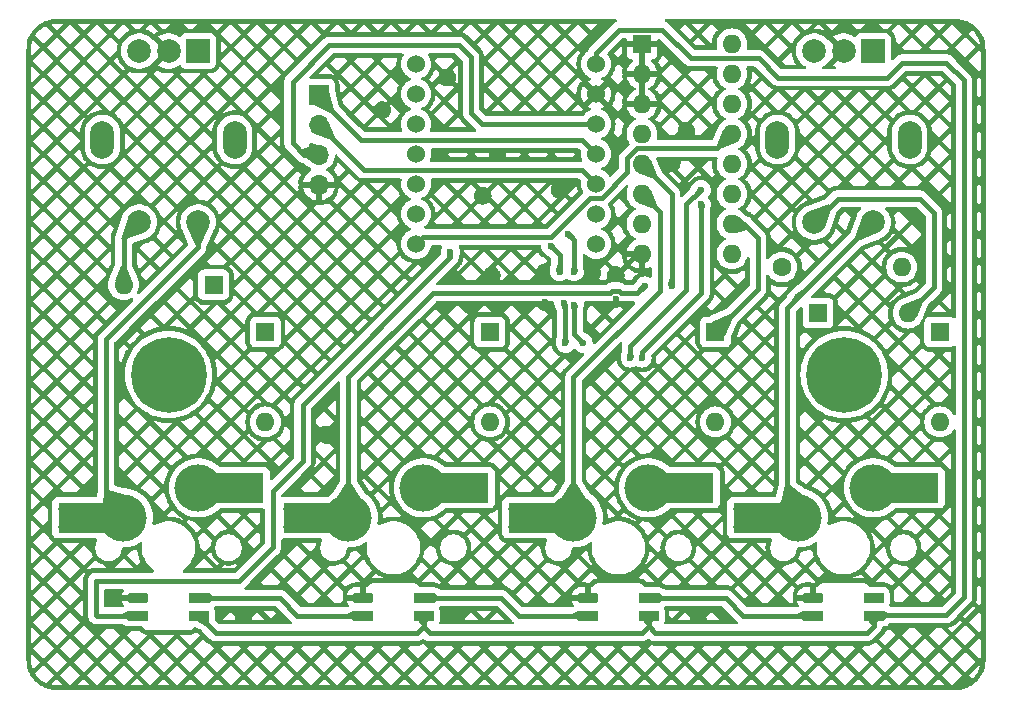
<source format=gbr>
%TF.GenerationSoftware,KiCad,Pcbnew,8.0.3*%
%TF.CreationDate,2024-10-21T20:57:23+02:00*%
%TF.ProjectId,trains_macropad,74726169-6e73-45f6-9d61-63726f706164,rev?*%
%TF.SameCoordinates,Original*%
%TF.FileFunction,Copper,L2,Bot*%
%TF.FilePolarity,Positive*%
%FSLAX46Y46*%
G04 Gerber Fmt 4.6, Leading zero omitted, Abs format (unit mm)*
G04 Created by KiCad (PCBNEW 8.0.3) date 2024-10-21 20:57:23*
%MOMM*%
%LPD*%
G01*
G04 APERTURE LIST*
G04 Aperture macros list*
%AMRoundRect*
0 Rectangle with rounded corners*
0 $1 Rounding radius*
0 $2 $3 $4 $5 $6 $7 $8 $9 X,Y pos of 4 corners*
0 Add a 4 corners polygon primitive as box body*
4,1,4,$2,$3,$4,$5,$6,$7,$8,$9,$2,$3,0*
0 Add four circle primitives for the rounded corners*
1,1,$1+$1,$2,$3*
1,1,$1+$1,$4,$5*
1,1,$1+$1,$6,$7*
1,1,$1+$1,$8,$9*
0 Add four rect primitives between the rounded corners*
20,1,$1+$1,$2,$3,$4,$5,0*
20,1,$1+$1,$4,$5,$6,$7,0*
20,1,$1+$1,$6,$7,$8,$9,0*
20,1,$1+$1,$8,$9,$2,$3,0*%
G04 Aperture macros list end*
%TA.AperFunction,ComponentPad*%
%ADD10C,0.800000*%
%TD*%
%TA.AperFunction,ComponentPad*%
%ADD11C,6.400000*%
%TD*%
%TA.AperFunction,ComponentPad*%
%ADD12C,1.524000*%
%TD*%
%TA.AperFunction,ComponentPad*%
%ADD13R,1.600000X1.600000*%
%TD*%
%TA.AperFunction,ComponentPad*%
%ADD14O,1.600000X1.600000*%
%TD*%
%TA.AperFunction,WasherPad*%
%ADD15O,2.000000X3.200000*%
%TD*%
%TA.AperFunction,ComponentPad*%
%ADD16R,2.000000X2.000000*%
%TD*%
%TA.AperFunction,ComponentPad*%
%ADD17C,2.000000*%
%TD*%
%TA.AperFunction,SMDPad,CuDef*%
%ADD18R,4.500000X2.500000*%
%TD*%
%TA.AperFunction,ComponentPad*%
%ADD19C,4.000000*%
%TD*%
%TA.AperFunction,ComponentPad*%
%ADD20C,1.600000*%
%TD*%
%TA.AperFunction,ComponentPad*%
%ADD21R,1.700000X1.700000*%
%TD*%
%TA.AperFunction,ComponentPad*%
%ADD22O,1.700000X1.700000*%
%TD*%
%TA.AperFunction,SMDPad,CuDef*%
%ADD23R,1.700000X0.820000*%
%TD*%
%TA.AperFunction,SMDPad,CuDef*%
%ADD24RoundRect,0.205000X0.645000X0.205000X-0.645000X0.205000X-0.645000X-0.205000X0.645000X-0.205000X0*%
%TD*%
%TA.AperFunction,ViaPad*%
%ADD25C,0.600000*%
%TD*%
%TA.AperFunction,Conductor*%
%ADD26C,0.400000*%
%TD*%
G04 APERTURE END LIST*
D10*
%TO.P,REF\u002A\u002A,1*%
%TO.N,N/C*%
X157200000Y-104400000D03*
X157902944Y-102702944D03*
X157902944Y-106097056D03*
X159600000Y-102000000D03*
D11*
X159600000Y-104400000D03*
D10*
X159600000Y-106800000D03*
X161297056Y-102702944D03*
X161297056Y-106097056D03*
X162000000Y-104400000D03*
%TD*%
%TO.P,REF\u002A\u002A,1*%
%TO.N,N/C*%
X100000000Y-104400000D03*
X100702944Y-102702944D03*
X100702944Y-106097056D03*
X102400000Y-102000000D03*
D11*
X102400000Y-104400000D03*
D10*
X102400000Y-106800000D03*
X104097056Y-102702944D03*
X104097056Y-106097056D03*
X104800000Y-104400000D03*
%TD*%
D12*
%TO.P,U1,1,PA02_A0_D0*%
%TO.N,/ENC1_A*%
X123355000Y-78098500D03*
%TO.P,U1,2,PA4_A1_D1*%
%TO.N,/ENC1_B*%
X123355000Y-80638500D03*
%TO.P,U1,3,PA10_A2_D2*%
%TO.N,/ENC2_A*%
X123355000Y-83178500D03*
%TO.P,U1,4,PA11_A3_D3*%
%TO.N,/ENC2_B*%
X123355000Y-85718500D03*
%TO.P,U1,5,PA8_A4_D4_SDA*%
%TO.N,/SDA_MUX*%
X123355000Y-88258500D03*
%TO.P,U1,6,PA9_A5_D5_SCL*%
%TO.N,/SCK_MUX*%
X123355000Y-90798500D03*
%TO.P,U1,7,PB08_A6_D6_TX*%
%TO.N,/IO_INT*%
X123355000Y-93338500D03*
%TO.P,U1,8,PB09_A7_D7_RX*%
%TO.N,/RGB*%
X138595000Y-93338500D03*
%TO.P,U1,9,PA7_A8_D8_SCK*%
%TO.N,unconnected-(U1-PA7_A8_D8_SCK-Pad9)*%
X138595000Y-90798500D03*
%TO.P,U1,10,PA5_A9_D9_MISO*%
%TO.N,OLED_SCL*%
X138595000Y-88258500D03*
%TO.P,U1,11,PA6_A10_D10_MOSI*%
%TO.N,OLED_SDA*%
X138595000Y-85718500D03*
%TO.P,U1,12,3V3*%
%TO.N,+3V3*%
X138595000Y-83178500D03*
%TO.P,U1,13,GND*%
%TO.N,GND*%
X138595000Y-80638500D03*
%TO.P,U1,14,5V*%
%TO.N,+5V*%
X138595000Y-78098500D03*
%TD*%
D13*
%TO.P,D7,1,K*%
%TO.N,row0*%
X157390000Y-99200000D03*
D14*
%TO.P,D7,2,A*%
%TO.N,Net-(D7-A)*%
X165010000Y-99200000D03*
%TD*%
D15*
%TO.P,SW6,*%
%TO.N,*%
X165150000Y-84500000D03*
X153950000Y-84500000D03*
D16*
%TO.P,SW6,A,A*%
%TO.N,/ENC2_A*%
X162050000Y-77000000D03*
D17*
%TO.P,SW6,B,B*%
%TO.N,/ENC2_B*%
X157050000Y-77000000D03*
%TO.P,SW6,C,C*%
%TO.N,GND*%
X159550000Y-77000000D03*
%TO.P,SW6,S1,S1*%
%TO.N,Net-(D7-A)*%
X157050000Y-91500000D03*
%TO.P,SW6,S2,S2*%
%TO.N,col3*%
X162050000Y-91500000D03*
%TD*%
D10*
%TO.P,SW4,1,1*%
%TO.N,col3*%
X150653750Y-115760500D03*
X150653750Y-117284500D03*
D18*
X152458750Y-116522500D03*
D19*
X155733750Y-116522500D03*
%TO.P,SW4,2,2*%
%TO.N,Net-(D5-A)*%
X162083750Y-113982500D03*
D18*
X165385750Y-113982500D03*
D10*
X167163750Y-113220500D03*
X167163750Y-114744500D03*
%TD*%
D13*
%TO.P,U2,1,A0*%
%TO.N,GND*%
X142480000Y-76400000D03*
D14*
%TO.P,U2,2,A1*%
X142480000Y-78940000D03*
%TO.P,U2,3,A2*%
X142480000Y-81480000D03*
%TO.P,U2,4,P0*%
%TO.N,col0*%
X142480000Y-84020000D03*
%TO.P,U2,5,P1*%
%TO.N,col1*%
X142480000Y-86560000D03*
%TO.P,U2,6,P2*%
%TO.N,col2*%
X142480000Y-89100000D03*
%TO.P,U2,7,P3*%
%TO.N,col3*%
X142480000Y-91640000D03*
%TO.P,U2,8,VSS*%
%TO.N,GND*%
X142480000Y-94180000D03*
%TO.P,U2,9,P4*%
%TO.N,row0*%
X150100000Y-94180000D03*
%TO.P,U2,10,P5*%
%TO.N,row1*%
X150100000Y-91640000D03*
%TO.P,U2,11,P6*%
%TO.N,unconnected-(U2-P6-Pad11)*%
X150100000Y-89100000D03*
%TO.P,U2,12,P7*%
%TO.N,unconnected-(U2-P7-Pad12)*%
X150100000Y-86560000D03*
%TO.P,U2,13,~{INT}*%
%TO.N,/IO_INT*%
X150100000Y-84020000D03*
%TO.P,U2,14,SCL*%
%TO.N,/SDA_MUX*%
X150100000Y-81480000D03*
%TO.P,U2,15,SDA*%
%TO.N,/SCK_MUX*%
X150100000Y-78940000D03*
%TO.P,U2,16,VDD*%
%TO.N,+3V3*%
X150100000Y-76400000D03*
%TD*%
D20*
%TO.P,R1,1*%
%TO.N,+3V3*%
X154320000Y-95300000D03*
D14*
%TO.P,R1,2*%
%TO.N,/IO_INT*%
X164480000Y-95300000D03*
%TD*%
D13*
%TO.P,D5,1,K*%
%TO.N,row1*%
X167700000Y-100790000D03*
D14*
%TO.P,D5,2,A*%
%TO.N,Net-(D5-A)*%
X167700000Y-108410000D03*
%TD*%
D13*
%TO.P,D6,1,K*%
%TO.N,row0*%
X106210000Y-96800000D03*
D14*
%TO.P,D6,2,A*%
%TO.N,Net-(D6-A)*%
X98590000Y-96800000D03*
%TD*%
D13*
%TO.P,D3,1,K*%
%TO.N,row1*%
X129600000Y-100790000D03*
D14*
%TO.P,D3,2,A*%
%TO.N,Net-(D3-A)*%
X129600000Y-108410000D03*
%TD*%
D15*
%TO.P,SW5,*%
%TO.N,*%
X108000000Y-84500000D03*
X96800000Y-84500000D03*
D16*
%TO.P,SW5,A,A*%
%TO.N,/ENC1_A*%
X104900000Y-77000000D03*
D17*
%TO.P,SW5,B,B*%
%TO.N,/ENC1_B*%
X99900000Y-77000000D03*
%TO.P,SW5,C,C*%
%TO.N,GND*%
X102400000Y-77000000D03*
%TO.P,SW5,S1,S1*%
%TO.N,Net-(D6-A)*%
X99900000Y-91500000D03*
%TO.P,SW5,S2,S2*%
%TO.N,col0*%
X104900000Y-91500000D03*
%TD*%
D10*
%TO.P,SW2,1,1*%
%TO.N,col1*%
X112553750Y-115760500D03*
X112553750Y-117284500D03*
D18*
X114358750Y-116522500D03*
D19*
X117633750Y-116522500D03*
%TO.P,SW2,2,2*%
%TO.N,Net-(D3-A)*%
X123983750Y-113982500D03*
D18*
X127285750Y-113982500D03*
D10*
X129063750Y-113220500D03*
X129063750Y-114744500D03*
%TD*%
%TO.P,SW1,1,1*%
%TO.N,col0*%
X93503750Y-115760500D03*
X93503750Y-117284500D03*
D18*
X95308750Y-116522500D03*
D19*
X98583750Y-116522500D03*
%TO.P,SW1,2,2*%
%TO.N,Net-(D2-A)*%
X104933750Y-113982500D03*
D18*
X108235750Y-113982500D03*
D10*
X110013750Y-113220500D03*
X110013750Y-114744500D03*
%TD*%
D13*
%TO.P,D4,1,K*%
%TO.N,row1*%
X148700000Y-100790000D03*
D14*
%TO.P,D4,2,A*%
%TO.N,Net-(D4-A)*%
X148700000Y-108410000D03*
%TD*%
D21*
%TO.P,J1,1,Pin_1*%
%TO.N,OLED_SDA*%
X115125000Y-80700000D03*
D22*
%TO.P,J1,2,Pin_2*%
%TO.N,OLED_SCL*%
X115125000Y-83240000D03*
%TO.P,J1,3,Pin_3*%
%TO.N,+3V3*%
X115125000Y-85780000D03*
%TO.P,J1,4,Pin_4*%
%TO.N,GND*%
X115125000Y-88320000D03*
%TD*%
D10*
%TO.P,SW3,1,1*%
%TO.N,col2*%
X131603750Y-115760500D03*
X131603750Y-117284500D03*
D18*
X133408750Y-116522500D03*
D19*
X136683750Y-116522500D03*
%TO.P,SW3,2,2*%
%TO.N,Net-(D4-A)*%
X143033750Y-113982500D03*
D18*
X146335750Y-113982500D03*
D10*
X148113750Y-113220500D03*
X148113750Y-114744500D03*
%TD*%
D13*
%TO.P,D2,1,K*%
%TO.N,row1*%
X110600000Y-100790000D03*
D14*
%TO.P,D2,2,A*%
%TO.N,Net-(D2-A)*%
X110600000Y-108410000D03*
%TD*%
D23*
%TO.P,D1,1,VDD*%
%TO.N,+5V*%
X104943750Y-124812500D03*
%TO.P,D1,2,DOUT*%
%TO.N,Net-(D1-DOUT)*%
X104943750Y-123312500D03*
D24*
%TO.P,D1,3,VSS*%
%TO.N,GND*%
X99843750Y-123312500D03*
D23*
%TO.P,D1,4,DIN*%
%TO.N,/RGB*%
X99843750Y-124812500D03*
%TD*%
%TO.P,D8,1,VDD*%
%TO.N,+5V*%
X123993750Y-124812500D03*
%TO.P,D8,2,DOUT*%
%TO.N,Net-(D8-DOUT)*%
X123993750Y-123312500D03*
D24*
%TO.P,D8,3,VSS*%
%TO.N,GND*%
X118893750Y-123312500D03*
D23*
%TO.P,D8,4,DIN*%
%TO.N,Net-(D1-DOUT)*%
X118893750Y-124812500D03*
%TD*%
%TO.P,D9,1,VDD*%
%TO.N,+5V*%
X143043750Y-124812500D03*
%TO.P,D9,2,DOUT*%
%TO.N,Net-(D10-DIN)*%
X143043750Y-123312500D03*
D24*
%TO.P,D9,3,VSS*%
%TO.N,GND*%
X137943750Y-123312500D03*
D23*
%TO.P,D9,4,DIN*%
%TO.N,Net-(D8-DOUT)*%
X137943750Y-124812500D03*
%TD*%
%TO.P,D10,1,VDD*%
%TO.N,+5V*%
X162093750Y-124812500D03*
%TO.P,D10,2,DOUT*%
%TO.N,unconnected-(D10-DOUT-Pad2)*%
X162093750Y-123312500D03*
D24*
%TO.P,D10,3,VSS*%
%TO.N,GND*%
X156993750Y-123312500D03*
D23*
%TO.P,D10,4,DIN*%
%TO.N,Net-(D10-DIN)*%
X156993750Y-124812500D03*
%TD*%
D25*
%TO.N,/RGB*%
X126250000Y-94000000D03*
%TO.N,GND*%
X129000000Y-89250000D03*
X120500000Y-82000000D03*
X140250000Y-96000000D03*
X134250000Y-95750000D03*
X140250000Y-98000000D03*
X108750000Y-125250000D03*
X146250000Y-83750000D03*
X145000000Y-86500000D03*
X138250000Y-95750000D03*
X135500000Y-88750000D03*
X147250000Y-125250000D03*
X115750000Y-109500000D03*
X98250000Y-123250000D03*
X134250000Y-98250000D03*
X126750000Y-125250000D03*
X130250000Y-85750000D03*
X129750000Y-96000000D03*
X126000000Y-79250000D03*
%TO.N,col1*%
X142700000Y-96900000D03*
X145000000Y-96900000D03*
%TO.N,col3*%
X155733750Y-97816250D03*
%TO.N,/SDA_MUX*%
X136750000Y-95700000D03*
X137500000Y-101750000D03*
X136250000Y-92500000D03*
X136750000Y-98500000D03*
X142500000Y-103000000D03*
X147500000Y-90000000D03*
%TO.N,/SCK_MUX*%
X135875000Y-98375000D03*
X136000000Y-101750000D03*
X135500000Y-95700000D03*
X141500000Y-103000000D03*
X147500000Y-88750000D03*
X134750000Y-93500000D03*
%TD*%
D26*
%TO.N,+3V3*%
X113880000Y-85780000D02*
X115125000Y-85780000D01*
X112900000Y-79600000D02*
X112900000Y-84800000D01*
X116000000Y-76500000D02*
X112900000Y-79600000D01*
X127000000Y-76500000D02*
X116000000Y-76500000D01*
X128000000Y-77500000D02*
X127000000Y-76500000D01*
X128000000Y-82250000D02*
X128000000Y-77500000D01*
X112900000Y-84800000D02*
X113880000Y-85780000D01*
X128928500Y-83178500D02*
X128000000Y-82250000D01*
X138595000Y-83178500D02*
X128928500Y-83178500D01*
%TO.N,OLED_SDA*%
X137433000Y-84556500D02*
X118656500Y-84556500D01*
X115125000Y-81025000D02*
X115125000Y-80700000D01*
X138595000Y-85718500D02*
X137433000Y-84556500D01*
X118656500Y-84556500D02*
X115125000Y-81025000D01*
%TO.N,OLED_SCL*%
X137433000Y-87096500D02*
X118981500Y-87096500D01*
X118981500Y-87096500D02*
X115125000Y-83240000D01*
X138595000Y-88258500D02*
X137433000Y-87096500D01*
%TO.N,/RGB*%
X111250000Y-114250000D02*
X113750000Y-111750000D01*
X126250000Y-94457057D02*
X126250000Y-94000000D01*
X113750000Y-111750000D02*
X113750000Y-106957057D01*
X96250000Y-124750000D02*
X96250000Y-121862500D01*
X113750000Y-106957057D02*
X126250000Y-94457057D01*
X99843750Y-124812500D02*
X96312500Y-124812500D01*
X108387500Y-121862500D02*
X111250000Y-119000000D01*
X96250000Y-121862500D02*
X108387500Y-121862500D01*
X96312500Y-124812500D02*
X96250000Y-124750000D01*
X111250000Y-119000000D02*
X111250000Y-114250000D01*
%TO.N,Net-(D1-DOUT)*%
X111812500Y-123312500D02*
X113312500Y-124812500D01*
X104943750Y-123312500D02*
X111812500Y-123312500D01*
X113312500Y-124812500D02*
X118893750Y-124812500D01*
%TO.N,Net-(D8-DOUT)*%
X123993750Y-123312500D02*
X130562500Y-123312500D01*
X132062500Y-124812500D02*
X137943750Y-124812500D01*
X130562500Y-123312500D02*
X132062500Y-124812500D01*
%TO.N,Net-(D10-DIN)*%
X149562500Y-123312500D02*
X151062500Y-124812500D01*
X143043750Y-123312500D02*
X149562500Y-123312500D01*
X151062500Y-124812500D02*
X156993750Y-124812500D01*
%TO.N,row1*%
X151140000Y-91640000D02*
X150100000Y-91640000D01*
X152300000Y-92800000D02*
X151140000Y-91640000D01*
X152300000Y-97190000D02*
X152300000Y-92800000D01*
X148700000Y-100790000D02*
X152300000Y-97190000D01*
%TO.N,Net-(D6-A)*%
X98590000Y-92810000D02*
X99900000Y-91500000D01*
X98590000Y-96800000D02*
X98590000Y-92810000D01*
%TO.N,Net-(D7-A)*%
X167200000Y-97010000D02*
X167200000Y-90700000D01*
X167200000Y-90700000D02*
X166000000Y-89500000D01*
X159050000Y-89500000D02*
X157050000Y-91500000D01*
X166000000Y-89500000D02*
X159050000Y-89500000D01*
X165010000Y-99200000D02*
X167200000Y-97010000D01*
%TO.N,+3V3*%
X114500000Y-85000000D02*
X115280000Y-85780000D01*
%TO.N,/IO_INT*%
X138079500Y-89420500D02*
X139076317Y-89420500D01*
X139076317Y-89420500D02*
X141250000Y-87246817D01*
X141250000Y-86092943D02*
X142092943Y-85250000D01*
X141250000Y-87246817D02*
X141250000Y-86092943D01*
X134750000Y-92750000D02*
X138079500Y-89420500D01*
X123943500Y-92750000D02*
X134750000Y-92750000D01*
X123355000Y-93338500D02*
X123943500Y-92750000D01*
X142092943Y-85250000D02*
X148870000Y-85250000D01*
X148870000Y-85250000D02*
X150100000Y-84020000D01*
%TO.N,GND*%
X142070000Y-94180000D02*
X140250000Y-96000000D01*
X98312500Y-123312500D02*
X98250000Y-123250000D01*
X142480000Y-76400000D02*
X142480000Y-81480000D01*
X99843750Y-123312500D02*
X98312500Y-123312500D01*
%TO.N,col0*%
X98583750Y-116522500D02*
X97100000Y-115038750D01*
X97100000Y-101400000D02*
X104900000Y-93600000D01*
X104900000Y-93600000D02*
X104900000Y-91500000D01*
X97100000Y-115038750D02*
X97100000Y-101400000D01*
%TO.N,col1*%
X140739950Y-97500000D02*
X142100000Y-97500000D01*
X140539950Y-97300000D02*
X140739950Y-97500000D01*
X139760050Y-97500000D02*
X139960050Y-97300000D01*
X145000000Y-89080000D02*
X142480000Y-86560000D01*
X124750000Y-97500000D02*
X139760050Y-97500000D01*
X145000000Y-96900000D02*
X145000000Y-89080000D01*
X117633750Y-104616250D02*
X124750000Y-97500000D01*
X139960050Y-97300000D02*
X140539950Y-97300000D01*
X142100000Y-97500000D02*
X142700000Y-96900000D01*
X117633750Y-116522500D02*
X117633750Y-104616250D01*
%TO.N,col2*%
X136683750Y-104616250D02*
X144000000Y-97300000D01*
X144000000Y-97300000D02*
X144000000Y-90620000D01*
X136683750Y-116522500D02*
X136683750Y-104616250D01*
X144000000Y-90620000D02*
X142480000Y-89100000D01*
%TO.N,col3*%
X154800000Y-98750000D02*
X155733750Y-97816250D01*
X155733750Y-97816250D02*
X162050000Y-91500000D01*
X154800000Y-115588750D02*
X154800000Y-98750000D01*
%TO.N,+5V*%
X138595000Y-77155000D02*
X138595000Y-78098500D01*
X154000000Y-79250000D02*
X152350000Y-77600000D01*
X164500000Y-78000000D02*
X163250000Y-79250000D01*
X104943750Y-124812500D02*
X106393750Y-126262500D01*
X140550000Y-75200000D02*
X138595000Y-77155000D01*
X123993750Y-124812500D02*
X123993750Y-125743750D01*
X123993750Y-125743750D02*
X124512500Y-126262500D01*
X163250000Y-79250000D02*
X154000000Y-79250000D01*
X142483699Y-126262500D02*
X143043750Y-125702449D01*
X161533699Y-126262500D02*
X162093750Y-125702449D01*
X146600000Y-77600000D02*
X144200000Y-75200000D01*
X143043750Y-125702449D02*
X143043750Y-124812500D01*
X168250000Y-124750000D02*
X169750000Y-123250000D01*
X168250000Y-78000000D02*
X164500000Y-78000000D01*
X143043750Y-125702449D02*
X143603801Y-126262500D01*
X169750000Y-123250000D02*
X169750000Y-79500000D01*
X152350000Y-77600000D02*
X146600000Y-77600000D01*
X124512500Y-126262500D02*
X142483699Y-126262500D01*
X169750000Y-79500000D02*
X168250000Y-78000000D01*
X144200000Y-75200000D02*
X140550000Y-75200000D01*
X106393750Y-126262500D02*
X123433699Y-126262500D01*
X162093750Y-125702449D02*
X162093750Y-124812500D01*
X162596250Y-124750000D02*
X168250000Y-124750000D01*
X143603801Y-126262500D02*
X161533699Y-126262500D01*
X123433699Y-126262500D02*
X123993750Y-125702449D01*
X123993750Y-125702449D02*
X123993750Y-124812500D01*
%TO.N,/SDA_MUX*%
X147500000Y-90000000D02*
X147500000Y-97500000D01*
X136750000Y-95700000D02*
X136750000Y-93000000D01*
X147500000Y-97500000D02*
X142500000Y-102500000D01*
X136750000Y-101000000D02*
X137500000Y-101750000D01*
X136750000Y-93000000D02*
X136250000Y-92500000D01*
X136750000Y-98500000D02*
X136750000Y-101000000D01*
X142500000Y-102500000D02*
X142500000Y-103000000D01*
%TO.N,/SCK_MUX*%
X136000000Y-98500000D02*
X136000000Y-101750000D01*
X135500000Y-95700000D02*
X135500000Y-94250000D01*
X146250000Y-90000000D02*
X146250000Y-97250000D01*
X141500000Y-102000000D02*
X141500000Y-103000000D01*
X135875000Y-98375000D02*
X136000000Y-98500000D01*
X147500000Y-88750000D02*
X146250000Y-90000000D01*
X141500000Y-102000000D02*
X146250000Y-97250000D01*
X135500000Y-94250000D02*
X134750000Y-93500000D01*
%TD*%
%TA.AperFunction,Conductor*%
%TO.N,GND*%
G36*
X140289473Y-74338935D02*
G01*
X140335228Y-74391739D01*
X140345172Y-74460897D01*
X140316147Y-74524453D01*
X140269886Y-74557811D01*
X140218192Y-74579222D01*
X140103454Y-74655887D01*
X138050887Y-76708454D01*
X137974222Y-76823192D01*
X137921421Y-76950667D01*
X137921418Y-76950676D01*
X137913049Y-76992752D01*
X137880663Y-77054662D01*
X137862555Y-77070134D01*
X137780378Y-77127674D01*
X137624175Y-77283877D01*
X137497466Y-77464838D01*
X137497465Y-77464840D01*
X137404107Y-77665048D01*
X137404104Y-77665054D01*
X137346930Y-77878429D01*
X137346929Y-77878437D01*
X137327677Y-78098497D01*
X137327677Y-78098502D01*
X137346929Y-78318562D01*
X137346930Y-78318570D01*
X137404104Y-78531945D01*
X137404105Y-78531947D01*
X137404106Y-78531950D01*
X137488674Y-78713308D01*
X137497466Y-78732162D01*
X137497468Y-78732166D01*
X137624170Y-78913115D01*
X137624175Y-78913121D01*
X137780378Y-79069324D01*
X137780384Y-79069329D01*
X137961333Y-79196031D01*
X137961335Y-79196032D01*
X137961338Y-79196034D01*
X138028277Y-79227248D01*
X138090781Y-79256394D01*
X138143220Y-79302566D01*
X138162372Y-79369760D01*
X138142156Y-79436641D01*
X138090781Y-79481158D01*
X137961590Y-79541401D01*
X137896811Y-79586758D01*
X138510905Y-80200852D01*
X138423429Y-80224292D01*
X138322070Y-80282811D01*
X138239311Y-80365570D01*
X138180792Y-80466929D01*
X138157352Y-80554405D01*
X137543258Y-79940311D01*
X137497901Y-80005090D01*
X137404579Y-80205220D01*
X137404575Y-80205229D01*
X137347426Y-80418513D01*
X137347424Y-80418523D01*
X137328179Y-80638499D01*
X137328179Y-80638500D01*
X137347424Y-80858476D01*
X137347426Y-80858486D01*
X137404575Y-81071770D01*
X137404580Y-81071784D01*
X137497898Y-81271905D01*
X137497901Y-81271911D01*
X137543258Y-81336687D01*
X137543259Y-81336688D01*
X138157352Y-80722594D01*
X138180792Y-80810071D01*
X138239311Y-80911430D01*
X138322070Y-80994189D01*
X138423429Y-81052708D01*
X138510905Y-81076147D01*
X137896810Y-81690240D01*
X137961589Y-81735598D01*
X138090781Y-81795842D01*
X138143220Y-81842014D01*
X138162372Y-81909208D01*
X138142156Y-81976089D01*
X138090781Y-82020606D01*
X137961340Y-82080965D01*
X137961338Y-82080966D01*
X137780377Y-82207675D01*
X137624174Y-82363878D01*
X137581291Y-82425123D01*
X137526714Y-82468748D01*
X137479716Y-82478000D01*
X129270019Y-82478000D01*
X129202980Y-82458315D01*
X129182338Y-82441681D01*
X128820657Y-82080000D01*
X129684679Y-82080000D01*
X130867714Y-82080000D01*
X131947420Y-82080000D01*
X133130456Y-82080000D01*
X134210162Y-82080000D01*
X135393198Y-82080000D01*
X136472904Y-82080000D01*
X137345197Y-82080000D01*
X137500568Y-81924629D01*
X137064421Y-81488482D01*
X136472904Y-82080000D01*
X135393198Y-82080000D01*
X134801680Y-81488482D01*
X134210162Y-82080000D01*
X133130456Y-82080000D01*
X132538938Y-81488482D01*
X131947420Y-82080000D01*
X130867714Y-82080000D01*
X130276196Y-81488482D01*
X129684679Y-82080000D01*
X128820657Y-82080000D01*
X128736819Y-81996162D01*
X128703334Y-81934839D01*
X128700500Y-81908481D01*
X128700500Y-80403438D01*
X129098500Y-80403438D01*
X129098500Y-81794987D01*
X129252668Y-81949155D01*
X129994768Y-81207054D01*
X130557624Y-81207054D01*
X131407567Y-82056997D01*
X132257509Y-81207054D01*
X132820366Y-81207054D01*
X133670309Y-82056997D01*
X134520251Y-81207054D01*
X135083108Y-81207054D01*
X135933051Y-82056997D01*
X136782993Y-81207054D01*
X135933051Y-80357112D01*
X135083108Y-81207054D01*
X134520251Y-81207054D01*
X133670309Y-80357112D01*
X132820366Y-81207054D01*
X132257509Y-81207054D01*
X131407567Y-80357112D01*
X130557624Y-81207054D01*
X129994768Y-81207054D01*
X129144826Y-80357112D01*
X129098500Y-80403438D01*
X128700500Y-80403438D01*
X128700500Y-80075684D01*
X129426254Y-80075684D01*
X130276196Y-80925626D01*
X131126139Y-80075684D01*
X131688995Y-80075684D01*
X132538938Y-80925627D01*
X133388881Y-80075684D01*
X133951737Y-80075684D01*
X134801680Y-80925627D01*
X135651623Y-80075684D01*
X136214479Y-80075684D01*
X136943171Y-80804376D01*
X136930937Y-80664534D01*
X136930583Y-80659144D01*
X136930297Y-80652604D01*
X136930179Y-80647187D01*
X136930179Y-80629813D01*
X136930297Y-80624396D01*
X136930583Y-80617856D01*
X136930937Y-80612466D01*
X136951697Y-80375177D01*
X136952285Y-80369802D01*
X136953139Y-80363314D01*
X136953963Y-80357963D01*
X136956980Y-80340853D01*
X136958035Y-80335549D01*
X136959452Y-80329157D01*
X136960738Y-80323900D01*
X137022388Y-80093819D01*
X137023904Y-80088620D01*
X137025874Y-80082373D01*
X137027613Y-80077250D01*
X137033556Y-80060924D01*
X137035512Y-80055895D01*
X137038015Y-80049851D01*
X137040197Y-80044891D01*
X137140862Y-79829016D01*
X137143251Y-79824170D01*
X137146273Y-79818364D01*
X137148877Y-79813619D01*
X137157562Y-79798575D01*
X137160368Y-79793949D01*
X137163885Y-79788428D01*
X137166892Y-79783928D01*
X137269470Y-79637426D01*
X137309044Y-79601162D01*
X137366642Y-79567906D01*
X137397011Y-79558330D01*
X137064422Y-79225741D01*
X136214479Y-80075684D01*
X135651623Y-80075684D01*
X134801680Y-79225741D01*
X133951737Y-80075684D01*
X133388881Y-80075684D01*
X132538938Y-79225741D01*
X131688995Y-80075684D01*
X131126139Y-80075684D01*
X130276196Y-79225741D01*
X129426254Y-80075684D01*
X128700500Y-80075684D01*
X128700500Y-78140696D01*
X129098500Y-78140696D01*
X129098500Y-79747930D01*
X129144826Y-79794256D01*
X129994769Y-78944313D01*
X130557624Y-78944313D01*
X131407567Y-79794255D01*
X132257510Y-78944313D01*
X132820366Y-78944313D01*
X133670309Y-79794256D01*
X134520252Y-78944313D01*
X135083108Y-78944313D01*
X135933051Y-79794256D01*
X136782994Y-78944313D01*
X135933051Y-78094370D01*
X135083108Y-78944313D01*
X134520252Y-78944313D01*
X133670309Y-78094370D01*
X132820366Y-78944313D01*
X132257510Y-78944313D01*
X131407567Y-78094370D01*
X130557624Y-78944313D01*
X129994769Y-78944313D01*
X129144826Y-78094370D01*
X129098500Y-78140696D01*
X128700500Y-78140696D01*
X128700500Y-77812942D01*
X129426254Y-77812942D01*
X130276196Y-78662884D01*
X131126139Y-77812942D01*
X131688995Y-77812942D01*
X132538938Y-78662885D01*
X133388881Y-77812942D01*
X133951737Y-77812942D01*
X134801680Y-78662885D01*
X135651623Y-77812942D01*
X136214479Y-77812942D01*
X137013506Y-78611969D01*
X136960243Y-78413187D01*
X136958957Y-78407930D01*
X136957540Y-78401538D01*
X136956485Y-78396234D01*
X136953468Y-78379124D01*
X136952644Y-78373771D01*
X136951790Y-78367282D01*
X136951202Y-78361909D01*
X136930435Y-78124534D01*
X136930081Y-78119144D01*
X136929795Y-78112604D01*
X136929677Y-78107187D01*
X136929677Y-78089813D01*
X136929795Y-78084396D01*
X136930081Y-78077856D01*
X136930435Y-78072466D01*
X136951202Y-77835091D01*
X136951790Y-77829718D01*
X136952644Y-77823229D01*
X136953468Y-77817876D01*
X136956485Y-77800766D01*
X136957540Y-77795462D01*
X136958957Y-77789070D01*
X136960243Y-77783813D01*
X137021916Y-77553647D01*
X137023432Y-77548448D01*
X137025402Y-77542201D01*
X137027141Y-77537078D01*
X137033084Y-77520752D01*
X137035040Y-77515723D01*
X137037543Y-77509679D01*
X137039725Y-77504719D01*
X137140427Y-77288763D01*
X137142820Y-77283910D01*
X137145843Y-77278103D01*
X137148445Y-77273360D01*
X137157132Y-77258314D01*
X137159947Y-77253676D01*
X137163464Y-77248157D01*
X137166460Y-77243674D01*
X137240028Y-77138605D01*
X137064422Y-76962999D01*
X136214479Y-77812942D01*
X135651623Y-77812942D01*
X134801680Y-76962999D01*
X133951737Y-77812942D01*
X133388881Y-77812942D01*
X132538938Y-76962999D01*
X131688995Y-77812942D01*
X131126139Y-77812942D01*
X130276196Y-76962999D01*
X129426254Y-77812942D01*
X128700500Y-77812942D01*
X128700500Y-77431006D01*
X128696521Y-77411003D01*
X128693471Y-77395672D01*
X128693461Y-77395623D01*
X128680292Y-77329416D01*
X128673580Y-77295672D01*
X128668696Y-77283880D01*
X128620777Y-77168192D01*
X128544112Y-77053454D01*
X127952128Y-76461470D01*
X128514984Y-76461470D01*
X128832454Y-76778940D01*
X128836650Y-76783347D01*
X128841596Y-76788804D01*
X128845573Y-76793414D01*
X128857974Y-76808525D01*
X128861717Y-76813321D01*
X128866104Y-76819236D01*
X128869610Y-76824214D01*
X128957131Y-76955200D01*
X128960384Y-76960337D01*
X128964170Y-76966653D01*
X128967173Y-76971955D01*
X128976387Y-76989194D01*
X128979116Y-76994614D01*
X128982266Y-77001272D01*
X128984739Y-77006851D01*
X129045024Y-77152394D01*
X129047216Y-77158076D01*
X129049696Y-77165008D01*
X129051603Y-77170781D01*
X129057278Y-77189488D01*
X129058901Y-77195351D01*
X129060691Y-77202496D01*
X129062025Y-77208439D01*
X129083821Y-77318018D01*
X129083822Y-77318018D01*
X129092759Y-77362942D01*
X129093800Y-77368943D01*
X129094881Y-77376231D01*
X129095626Y-77382271D01*
X129097542Y-77401727D01*
X129097990Y-77407800D01*
X129098351Y-77415154D01*
X129098500Y-77421234D01*
X129098500Y-77485188D01*
X129144826Y-77531514D01*
X129994769Y-76681571D01*
X130557624Y-76681571D01*
X131407567Y-77531513D01*
X132257510Y-76681571D01*
X132820366Y-76681571D01*
X133670309Y-77531514D01*
X134520252Y-76681571D01*
X135083108Y-76681571D01*
X135933051Y-77531514D01*
X136782994Y-76681571D01*
X135933051Y-75831628D01*
X135083108Y-76681571D01*
X134520252Y-76681571D01*
X133670309Y-75831628D01*
X132820366Y-76681571D01*
X132257510Y-76681571D01*
X131407567Y-75831628D01*
X130557624Y-76681571D01*
X129994769Y-76681571D01*
X129144826Y-75831628D01*
X128514984Y-76461470D01*
X127952128Y-76461470D01*
X127446545Y-75955887D01*
X127331807Y-75879222D01*
X127204332Y-75826421D01*
X127204322Y-75826418D01*
X127068996Y-75799500D01*
X127068994Y-75799500D01*
X127068993Y-75799500D01*
X116068994Y-75799500D01*
X115931006Y-75799500D01*
X115931004Y-75799500D01*
X115795677Y-75826418D01*
X115795667Y-75826421D01*
X115668192Y-75879222D01*
X115553454Y-75955887D01*
X112355887Y-79153454D01*
X112279223Y-79268192D01*
X112226421Y-79395668D01*
X112226418Y-79395680D01*
X112214752Y-79454329D01*
X112214752Y-79454330D01*
X112199500Y-79531004D01*
X112199500Y-79531007D01*
X112199500Y-84731006D01*
X112199500Y-84868994D01*
X112199500Y-84868996D01*
X112199499Y-84868996D01*
X112226418Y-85004322D01*
X112226421Y-85004332D01*
X112279222Y-85131807D01*
X112355887Y-85246545D01*
X112355888Y-85246546D01*
X113433457Y-86324114D01*
X113433456Y-86324114D01*
X113442335Y-86330046D01*
X113475433Y-86352160D01*
X113475435Y-86352163D01*
X113475435Y-86352162D01*
X113548189Y-86400775D01*
X113606080Y-86424754D01*
X113675671Y-86453580D01*
X113693133Y-86457053D01*
X113697017Y-86457826D01*
X113697027Y-86457827D01*
X113697038Y-86457830D01*
X113753461Y-86469053D01*
X113800769Y-86489359D01*
X114144739Y-86732119D01*
X114212477Y-86779925D01*
X114228658Y-86793554D01*
X114253597Y-86818493D01*
X114253603Y-86818498D01*
X114296792Y-86848739D01*
X114437841Y-86947503D01*
X114439594Y-86948730D01*
X114483219Y-87003307D01*
X114490413Y-87072805D01*
X114458890Y-87135160D01*
X114439595Y-87151880D01*
X114253922Y-87281890D01*
X114253920Y-87281891D01*
X114086891Y-87448920D01*
X114086886Y-87448926D01*
X113951400Y-87642420D01*
X113951399Y-87642422D01*
X113851570Y-87856507D01*
X113851567Y-87856513D01*
X113794364Y-88069999D01*
X113794364Y-88070000D01*
X114691988Y-88070000D01*
X114659075Y-88127007D01*
X114625000Y-88254174D01*
X114625000Y-88385826D01*
X114659075Y-88512993D01*
X114691988Y-88570000D01*
X113794364Y-88570000D01*
X113851567Y-88783486D01*
X113851570Y-88783492D01*
X113951399Y-88997578D01*
X114086894Y-89191082D01*
X114253917Y-89358105D01*
X114447421Y-89493600D01*
X114661507Y-89593429D01*
X114661516Y-89593433D01*
X114875000Y-89650634D01*
X114875000Y-88753012D01*
X114932007Y-88785925D01*
X115059174Y-88820000D01*
X115190826Y-88820000D01*
X115317993Y-88785925D01*
X115375000Y-88753012D01*
X115375000Y-89650633D01*
X115575375Y-89596945D01*
X116320098Y-89596945D01*
X116699746Y-89976593D01*
X117549688Y-89126650D01*
X118112545Y-89126650D01*
X118962488Y-89976593D01*
X119812430Y-89126650D01*
X120375287Y-89126650D01*
X121225229Y-89976593D01*
X121993191Y-89208631D01*
X121926460Y-89113328D01*
X121923450Y-89108823D01*
X121919932Y-89103300D01*
X121917129Y-89098680D01*
X121908442Y-89083633D01*
X121905838Y-89078886D01*
X121902817Y-89073082D01*
X121900427Y-89068236D01*
X121799725Y-88852281D01*
X121798878Y-88850356D01*
X121225230Y-88276708D01*
X120375287Y-89126650D01*
X119812430Y-89126650D01*
X118962488Y-88276708D01*
X118112545Y-89126650D01*
X117549688Y-89126650D01*
X116832307Y-88409269D01*
X116853149Y-88455268D01*
X116866796Y-88523874D01*
X116864954Y-88580160D01*
X116780621Y-88894894D01*
X116779105Y-88900093D01*
X116777135Y-88906340D01*
X116775396Y-88911463D01*
X116769453Y-88927789D01*
X116767497Y-88932818D01*
X116764994Y-88938862D01*
X116762812Y-88943822D01*
X116655639Y-89173653D01*
X116653249Y-89178499D01*
X116650228Y-89184303D01*
X116647626Y-89189047D01*
X116638939Y-89204095D01*
X116636134Y-89208718D01*
X116632616Y-89214241D01*
X116629605Y-89218747D01*
X116484149Y-89426477D01*
X116480950Y-89430840D01*
X116476966Y-89436032D01*
X116473583Y-89440248D01*
X116462416Y-89453557D01*
X116458847Y-89457627D01*
X116454423Y-89462455D01*
X116450681Y-89466363D01*
X116320098Y-89596945D01*
X115575375Y-89596945D01*
X115588483Y-89593433D01*
X115588492Y-89593429D01*
X115802578Y-89493600D01*
X115996082Y-89358105D01*
X116163105Y-89191082D01*
X116298600Y-88997578D01*
X116398429Y-88783492D01*
X116398432Y-88783486D01*
X116455636Y-88570000D01*
X115558012Y-88570000D01*
X115590925Y-88512993D01*
X115625000Y-88385826D01*
X115625000Y-88254174D01*
X115590925Y-88127007D01*
X115558012Y-88070000D01*
X116455636Y-88070000D01*
X116455635Y-88069999D01*
X116435614Y-87995279D01*
X116981173Y-87995279D01*
X117831116Y-88845222D01*
X118481338Y-88195000D01*
X119443636Y-88195000D01*
X120093859Y-88845223D01*
X120744082Y-88195000D01*
X119443636Y-88195000D01*
X118481338Y-88195000D01*
X118563834Y-88112504D01*
X118488351Y-88081239D01*
X118482772Y-88078766D01*
X118476114Y-88075616D01*
X118470694Y-88072887D01*
X118453455Y-88063673D01*
X118448153Y-88060670D01*
X118441837Y-88056884D01*
X118436700Y-88053631D01*
X118305714Y-87966110D01*
X118300736Y-87962604D01*
X118294821Y-87958217D01*
X118290025Y-87954474D01*
X118274914Y-87942073D01*
X118270304Y-87938096D01*
X118264847Y-87933150D01*
X118260440Y-87928954D01*
X117653969Y-87322483D01*
X116981173Y-87995279D01*
X116435614Y-87995279D01*
X116398432Y-87856513D01*
X116398429Y-87856507D01*
X116298600Y-87642422D01*
X116298599Y-87642420D01*
X116163113Y-87448926D01*
X116163108Y-87448920D01*
X115996078Y-87281890D01*
X115810405Y-87151879D01*
X115766780Y-87097302D01*
X115761922Y-87050354D01*
X116327398Y-87050354D01*
X116450679Y-87173635D01*
X116454424Y-87177547D01*
X116458844Y-87182371D01*
X116462403Y-87186428D01*
X116473572Y-87199737D01*
X116476954Y-87203951D01*
X116480942Y-87209147D01*
X116484150Y-87213522D01*
X116629605Y-87421254D01*
X116632616Y-87425760D01*
X116636132Y-87431280D01*
X116638929Y-87435891D01*
X116647617Y-87450937D01*
X116650223Y-87455685D01*
X116653246Y-87461492D01*
X116655639Y-87466345D01*
X116748376Y-87665221D01*
X117372542Y-87041055D01*
X116754442Y-86422955D01*
X116656074Y-86633904D01*
X116653684Y-86638750D01*
X116650663Y-86644554D01*
X116648061Y-86649298D01*
X116639374Y-86664346D01*
X116636564Y-86668977D01*
X116633046Y-86674499D01*
X116630041Y-86678997D01*
X116484534Y-86886802D01*
X116481335Y-86891164D01*
X116477348Y-86896360D01*
X116473957Y-86900586D01*
X116462788Y-86913895D01*
X116459229Y-86917952D01*
X116454809Y-86922776D01*
X116451064Y-86926688D01*
X116327398Y-87050354D01*
X115761922Y-87050354D01*
X115759588Y-87027804D01*
X115791110Y-86965449D01*
X115810406Y-86948730D01*
X115996401Y-86818495D01*
X116163495Y-86651401D01*
X116299035Y-86457830D01*
X116398903Y-86243663D01*
X116460063Y-86015408D01*
X116473064Y-85866802D01*
X116498516Y-85801735D01*
X116555107Y-85760756D01*
X116624869Y-85756878D01*
X116684273Y-85789930D01*
X118534953Y-87640611D01*
X118534954Y-87640612D01*
X118649692Y-87717277D01*
X118757991Y-87762135D01*
X118777172Y-87770080D01*
X118777176Y-87770080D01*
X118777177Y-87770081D01*
X118912503Y-87797000D01*
X118912506Y-87797000D01*
X118912507Y-87797000D01*
X122010022Y-87797000D01*
X122077061Y-87816685D01*
X122122816Y-87869489D01*
X122132760Y-87938647D01*
X122129798Y-87953085D01*
X122122783Y-87979269D01*
X122106930Y-88038430D01*
X122106929Y-88038437D01*
X122087677Y-88258497D01*
X122087677Y-88258502D01*
X122106929Y-88478562D01*
X122106930Y-88478570D01*
X122164104Y-88691945D01*
X122164105Y-88691947D01*
X122164106Y-88691950D01*
X122248674Y-88873308D01*
X122257466Y-88892162D01*
X122257468Y-88892166D01*
X122384170Y-89073115D01*
X122384175Y-89073121D01*
X122540378Y-89229324D01*
X122540384Y-89229329D01*
X122721333Y-89356031D01*
X122721335Y-89356032D01*
X122721338Y-89356034D01*
X122763431Y-89375662D01*
X122850189Y-89416118D01*
X122902628Y-89462290D01*
X122921780Y-89529484D01*
X122901564Y-89596365D01*
X122850189Y-89640882D01*
X122721340Y-89700965D01*
X122721338Y-89700966D01*
X122540377Y-89827675D01*
X122384175Y-89983877D01*
X122257466Y-90164838D01*
X122257465Y-90164840D01*
X122188979Y-90311710D01*
X122170826Y-90350640D01*
X122164107Y-90365048D01*
X122164104Y-90365054D01*
X122106930Y-90578429D01*
X122106929Y-90578437D01*
X122087677Y-90798497D01*
X122087677Y-90798502D01*
X122106929Y-91018562D01*
X122106930Y-91018570D01*
X122164104Y-91231945D01*
X122164105Y-91231947D01*
X122164106Y-91231950D01*
X122248674Y-91413308D01*
X122257466Y-91432162D01*
X122257468Y-91432166D01*
X122384170Y-91613115D01*
X122384175Y-91613121D01*
X122540378Y-91769324D01*
X122540384Y-91769329D01*
X122721333Y-91896031D01*
X122721335Y-91896032D01*
X122721338Y-91896034D01*
X122840748Y-91951715D01*
X122850189Y-91956118D01*
X122902628Y-92002290D01*
X122921780Y-92069484D01*
X122901564Y-92136365D01*
X122850189Y-92180882D01*
X122721340Y-92240965D01*
X122721338Y-92240966D01*
X122540377Y-92367675D01*
X122384175Y-92523877D01*
X122257466Y-92704838D01*
X122257465Y-92704840D01*
X122164107Y-92905048D01*
X122164104Y-92905054D01*
X122106930Y-93118429D01*
X122106929Y-93118437D01*
X122087677Y-93338497D01*
X122087677Y-93338502D01*
X122106929Y-93558562D01*
X122106930Y-93558570D01*
X122164104Y-93771945D01*
X122164105Y-93771947D01*
X122164106Y-93771950D01*
X122248674Y-93953308D01*
X122257466Y-93972162D01*
X122257468Y-93972166D01*
X122384170Y-94153115D01*
X122384175Y-94153121D01*
X122540378Y-94309324D01*
X122540384Y-94309329D01*
X122721333Y-94436031D01*
X122721335Y-94436032D01*
X122721338Y-94436034D01*
X122921550Y-94529394D01*
X123134932Y-94586570D01*
X123292123Y-94600322D01*
X123354998Y-94605823D01*
X123355000Y-94605823D01*
X123355002Y-94605823D01*
X123414243Y-94600640D01*
X123575068Y-94586570D01*
X123788450Y-94529394D01*
X123988662Y-94436034D01*
X124169620Y-94309326D01*
X124325826Y-94153120D01*
X124452534Y-93972162D01*
X124545894Y-93771950D01*
X124603070Y-93558568D01*
X124603070Y-93558560D01*
X124604009Y-93553239D01*
X124606495Y-93553677D01*
X124628205Y-93498456D01*
X124684866Y-93457574D01*
X124726150Y-93450500D01*
X125425504Y-93450500D01*
X125492543Y-93470185D01*
X125538298Y-93522989D01*
X125548242Y-93592147D01*
X125530497Y-93640473D01*
X125524211Y-93650475D01*
X125464631Y-93820745D01*
X125464630Y-93820750D01*
X125444435Y-93999996D01*
X125444435Y-94000004D01*
X125450381Y-94052783D01*
X125451159Y-94067361D01*
X125451074Y-94082359D01*
X125451075Y-94082367D01*
X125464835Y-94182088D01*
X125454499Y-94251189D01*
X125429680Y-94286718D01*
X113205887Y-106510511D01*
X113129222Y-106625249D01*
X113076421Y-106752724D01*
X113076418Y-106752736D01*
X113062143Y-106824503D01*
X113057558Y-106847556D01*
X113054116Y-106864857D01*
X113049500Y-106888063D01*
X113049500Y-111408480D01*
X113029815Y-111475519D01*
X113013181Y-111496161D01*
X111197930Y-113311412D01*
X111136607Y-113344897D01*
X111066915Y-113339913D01*
X111010982Y-113298041D01*
X110986565Y-113232577D01*
X110986249Y-113223731D01*
X110986249Y-112684629D01*
X110986248Y-112684623D01*
X110985320Y-112675994D01*
X110979841Y-112625017D01*
X110969349Y-112596887D01*
X110929547Y-112490171D01*
X110929543Y-112490164D01*
X110843297Y-112374955D01*
X110843294Y-112374952D01*
X110728085Y-112288706D01*
X110728078Y-112288702D01*
X110593232Y-112238408D01*
X110593233Y-112238408D01*
X110533633Y-112232001D01*
X110533631Y-112232000D01*
X110533623Y-112232000D01*
X110533615Y-112232000D01*
X106771532Y-112232000D01*
X106704493Y-112212315D01*
X106686648Y-112198392D01*
X106564265Y-112083467D01*
X106530780Y-112052022D01*
X106530777Y-112052020D01*
X106530771Y-112052015D01*
X106276245Y-111867091D01*
X106276238Y-111867086D01*
X106276234Y-111867084D01*
X106070660Y-111754068D01*
X106798837Y-111754068D01*
X106859546Y-111814777D01*
X106880016Y-111834000D01*
X108418790Y-111834000D01*
X108498721Y-111754068D01*
X109061578Y-111754068D01*
X109141510Y-111834000D01*
X110538955Y-111834000D01*
X110542285Y-111834045D01*
X110546305Y-111834153D01*
X110549617Y-111834286D01*
X110560261Y-111834857D01*
X110563574Y-111835079D01*
X110567572Y-111835401D01*
X110570872Y-111835711D01*
X110648150Y-111844019D01*
X110655827Y-111845089D01*
X110665064Y-111846671D01*
X110668218Y-111847312D01*
X110761463Y-111754067D01*
X111324320Y-111754067D01*
X111758368Y-112188116D01*
X112608311Y-111338173D01*
X112174263Y-110904125D01*
X111324320Y-111754067D01*
X110761463Y-111754067D01*
X109911521Y-110904125D01*
X109061578Y-111754068D01*
X108498721Y-111754068D01*
X108498722Y-111754067D01*
X107648779Y-110904125D01*
X106798837Y-111754068D01*
X106070660Y-111754068D01*
X106000516Y-111715506D01*
X106000513Y-111715504D01*
X106000508Y-111715502D01*
X106000507Y-111715501D01*
X105707978Y-111599681D01*
X105707975Y-111599680D01*
X105403226Y-111521434D01*
X105403213Y-111521432D01*
X105091079Y-111482000D01*
X105091068Y-111482000D01*
X104776432Y-111482000D01*
X104776420Y-111482000D01*
X104464286Y-111521432D01*
X104464273Y-111521434D01*
X104159524Y-111599680D01*
X104159521Y-111599681D01*
X103866992Y-111715501D01*
X103866991Y-111715502D01*
X103591266Y-111867084D01*
X103591254Y-111867091D01*
X103336728Y-112052015D01*
X103336718Y-112052023D01*
X103107358Y-112267407D01*
X103107356Y-112267409D01*
X102906804Y-112509834D01*
X102906801Y-112509838D01*
X102738214Y-112775490D01*
X102738211Y-112775496D01*
X102604249Y-113060178D01*
X102604247Y-113060183D01*
X102507020Y-113359416D01*
X102448061Y-113668488D01*
X102448060Y-113668495D01*
X102428306Y-113982494D01*
X102428306Y-113982505D01*
X102448060Y-114296504D01*
X102448061Y-114296511D01*
X102462872Y-114374151D01*
X102504597Y-114592884D01*
X102507020Y-114605583D01*
X102604247Y-114904816D01*
X102604249Y-114904821D01*
X102738211Y-115189503D01*
X102738214Y-115189509D01*
X102906801Y-115455161D01*
X102906804Y-115455165D01*
X103107356Y-115697590D01*
X103107358Y-115697592D01*
X103107360Y-115697594D01*
X103147263Y-115735065D01*
X103336718Y-115912976D01*
X103336728Y-115912984D01*
X103591254Y-116097908D01*
X103591259Y-116097910D01*
X103591266Y-116097916D01*
X103866984Y-116249494D01*
X103866989Y-116249496D01*
X103866991Y-116249497D01*
X103866992Y-116249498D01*
X104159521Y-116365318D01*
X104159524Y-116365319D01*
X104372883Y-116420100D01*
X104464277Y-116443566D01*
X104529760Y-116451838D01*
X104776420Y-116482999D01*
X104776429Y-116482999D01*
X104776432Y-116483000D01*
X104776434Y-116483000D01*
X105091066Y-116483000D01*
X105091068Y-116483000D01*
X105091071Y-116482999D01*
X105091079Y-116482999D01*
X105296422Y-116457058D01*
X105403223Y-116443566D01*
X105707975Y-116365319D01*
X105707978Y-116365318D01*
X105924602Y-116279551D01*
X106798837Y-116279551D01*
X107648779Y-117129493D01*
X108498722Y-116279551D01*
X109061578Y-116279551D01*
X109911521Y-117129494D01*
X110151500Y-116889515D01*
X110151500Y-116130999D01*
X109210130Y-116130999D01*
X109061578Y-116279551D01*
X108498722Y-116279551D01*
X108350170Y-116130999D01*
X106947389Y-116130999D01*
X106798837Y-116279551D01*
X105924602Y-116279551D01*
X106000507Y-116249498D01*
X106000508Y-116249497D01*
X106000506Y-116249497D01*
X106000516Y-116249494D01*
X106276234Y-116097916D01*
X106441351Y-115977952D01*
X106530776Y-115912981D01*
X106530776Y-115912980D01*
X106530780Y-115912978D01*
X106686648Y-115766607D01*
X106748992Y-115735065D01*
X106771532Y-115732999D01*
X110425500Y-115732999D01*
X110492539Y-115752684D01*
X110538294Y-115805488D01*
X110549500Y-115856999D01*
X110549500Y-118658481D01*
X110529815Y-118725520D01*
X110513181Y-118746162D01*
X108133662Y-121125681D01*
X108072339Y-121159166D01*
X108045981Y-121162000D01*
X103708881Y-121162000D01*
X103641842Y-121142315D01*
X103596087Y-121089511D01*
X103586143Y-121020353D01*
X103615168Y-120956797D01*
X103639992Y-120934897D01*
X103643345Y-120932656D01*
X103643344Y-120932656D01*
X103643347Y-120932655D01*
X103863142Y-120764000D01*
X104577129Y-120764000D01*
X106194947Y-120764000D01*
X106839871Y-120764000D01*
X107932487Y-120764000D01*
X108195087Y-120501399D01*
X108131110Y-120437422D01*
X108079515Y-120463712D01*
X108075129Y-120465839D01*
X108069777Y-120468306D01*
X108065323Y-120470254D01*
X108050877Y-120476238D01*
X108046347Y-120478011D01*
X108040821Y-120480050D01*
X108036213Y-120481648D01*
X107852855Y-120541223D01*
X107848192Y-120542638D01*
X107842518Y-120544238D01*
X107837806Y-120545467D01*
X107822604Y-120549116D01*
X107817863Y-120550156D01*
X107812089Y-120551305D01*
X107807286Y-120552163D01*
X107616871Y-120582322D01*
X107612047Y-120582990D01*
X107606200Y-120583682D01*
X107601357Y-120584159D01*
X107585770Y-120585386D01*
X107580919Y-120585672D01*
X107575029Y-120585904D01*
X107570149Y-120586000D01*
X107377351Y-120586000D01*
X107372471Y-120585904D01*
X107366581Y-120585672D01*
X107361730Y-120585386D01*
X107346143Y-120584159D01*
X107341300Y-120583682D01*
X107335453Y-120582990D01*
X107330629Y-120582322D01*
X107140214Y-120552163D01*
X107135411Y-120551305D01*
X107129637Y-120550156D01*
X107124896Y-120549116D01*
X107109694Y-120545467D01*
X107104982Y-120544238D01*
X107099308Y-120542638D01*
X107094644Y-120541223D01*
X107070493Y-120533376D01*
X106839871Y-120764000D01*
X106194947Y-120764000D01*
X105386038Y-119955091D01*
X104577129Y-120764000D01*
X103863142Y-120764000D01*
X103876761Y-120753550D01*
X104084800Y-120545511D01*
X104263905Y-120312097D01*
X104411011Y-120057303D01*
X104415529Y-120046397D01*
X104523597Y-119785494D01*
X104523596Y-119785494D01*
X104523600Y-119785487D01*
X104553563Y-119673663D01*
X105667466Y-119673663D01*
X106517408Y-120523606D01*
X106676305Y-120364709D01*
X106669243Y-120360382D01*
X106665141Y-120357757D01*
X106660241Y-120354483D01*
X106656245Y-120351698D01*
X106500272Y-120238376D01*
X106496386Y-120235434D01*
X106491759Y-120231786D01*
X106488000Y-120228701D01*
X106476111Y-120218547D01*
X106472471Y-120215312D01*
X106468146Y-120211314D01*
X106464636Y-120207939D01*
X106328311Y-120071614D01*
X106324936Y-120068104D01*
X106320938Y-120063779D01*
X106317703Y-120060139D01*
X106307549Y-120048250D01*
X106304464Y-120044491D01*
X106300816Y-120039864D01*
X106297874Y-120035978D01*
X106184552Y-119880005D01*
X106181767Y-119876009D01*
X106178493Y-119871109D01*
X106175868Y-119867007D01*
X106167699Y-119853676D01*
X106165238Y-119849477D01*
X106162360Y-119844338D01*
X106160064Y-119840044D01*
X106072538Y-119668265D01*
X106070411Y-119663879D01*
X106067944Y-119658527D01*
X106065996Y-119654073D01*
X106060012Y-119639627D01*
X106058239Y-119635097D01*
X106056200Y-119629571D01*
X106054602Y-119624963D01*
X105995027Y-119441605D01*
X105993612Y-119436942D01*
X105992012Y-119431268D01*
X105990783Y-119426556D01*
X105987134Y-119411354D01*
X105986094Y-119406613D01*
X105984945Y-119400839D01*
X105984087Y-119396036D01*
X105978755Y-119362374D01*
X105667466Y-119673663D01*
X104553563Y-119673663D01*
X104599748Y-119501300D01*
X104638150Y-119209606D01*
X104638150Y-118915394D01*
X104599748Y-118623700D01*
X104523600Y-118339513D01*
X104500691Y-118284205D01*
X104460477Y-118187118D01*
X104891268Y-118187118D01*
X104893798Y-118193226D01*
X104895294Y-118197011D01*
X104897024Y-118201609D01*
X104898387Y-118205419D01*
X104902574Y-118217754D01*
X104903816Y-118221621D01*
X104905240Y-118226316D01*
X104906353Y-118230212D01*
X104985872Y-118526981D01*
X104986855Y-118530907D01*
X104987970Y-118535687D01*
X104988829Y-118539661D01*
X104991371Y-118552439D01*
X104992101Y-118556452D01*
X104992900Y-118561296D01*
X104993492Y-118565292D01*
X105033595Y-118869903D01*
X105034059Y-118873940D01*
X105034540Y-118878826D01*
X105034872Y-118882865D01*
X105035724Y-118895865D01*
X105035922Y-118899908D01*
X105036083Y-118904815D01*
X105036150Y-118908881D01*
X105036150Y-119042347D01*
X105386037Y-119392234D01*
X105804350Y-118973921D01*
X106348250Y-118973921D01*
X106348250Y-119151079D01*
X106351963Y-119174520D01*
X106375964Y-119326056D01*
X106430706Y-119494539D01*
X106430707Y-119494542D01*
X106478996Y-119589313D01*
X106511136Y-119652390D01*
X106615267Y-119795714D01*
X106740536Y-119920983D01*
X106883860Y-120025114D01*
X106947034Y-120057303D01*
X107041707Y-120105542D01*
X107041710Y-120105543D01*
X107125951Y-120132914D01*
X107210195Y-120160286D01*
X107385171Y-120188000D01*
X107385172Y-120188000D01*
X107562328Y-120188000D01*
X107562329Y-120188000D01*
X107737305Y-120160286D01*
X107905792Y-120105542D01*
X108063640Y-120025114D01*
X108206964Y-119920983D01*
X108332233Y-119795714D01*
X108436364Y-119652390D01*
X108516792Y-119494542D01*
X108571536Y-119326055D01*
X108599250Y-119151079D01*
X108599250Y-118973921D01*
X108571536Y-118798945D01*
X108529965Y-118671000D01*
X108516793Y-118630460D01*
X108516792Y-118630457D01*
X108471869Y-118542292D01*
X109061578Y-118542292D01*
X109607886Y-119088600D01*
X110151500Y-118544986D01*
X110151500Y-117932329D01*
X109911521Y-117692350D01*
X109061578Y-118542292D01*
X108471869Y-118542292D01*
X108470528Y-118539661D01*
X108436364Y-118472610D01*
X108332233Y-118329286D01*
X108206964Y-118204017D01*
X108063640Y-118099886D01*
X107905792Y-118019457D01*
X107905789Y-118019456D01*
X107737306Y-117964714D01*
X107649817Y-117950857D01*
X107562329Y-117937000D01*
X107385171Y-117937000D01*
X107326845Y-117946238D01*
X107210193Y-117964714D01*
X107041710Y-118019456D01*
X107041707Y-118019457D01*
X106883859Y-118099886D01*
X106832554Y-118137162D01*
X106740536Y-118204017D01*
X106740534Y-118204019D01*
X106740533Y-118204019D01*
X106615269Y-118329283D01*
X106615269Y-118329284D01*
X106615267Y-118329286D01*
X106607837Y-118339513D01*
X106511136Y-118472609D01*
X106430707Y-118630457D01*
X106430706Y-118630460D01*
X106375964Y-118798943D01*
X106349489Y-118966101D01*
X106348250Y-118973921D01*
X105804350Y-118973921D01*
X105971811Y-118806460D01*
X105984087Y-118728963D01*
X105984945Y-118724161D01*
X105986094Y-118718387D01*
X105987134Y-118713646D01*
X105990783Y-118698444D01*
X105992012Y-118693732D01*
X105993612Y-118688058D01*
X105995027Y-118683395D01*
X106054602Y-118500037D01*
X106056200Y-118495429D01*
X106058239Y-118489903D01*
X106060012Y-118485373D01*
X106065996Y-118470927D01*
X106067944Y-118466473D01*
X106070411Y-118461121D01*
X106072538Y-118456736D01*
X106098827Y-118405139D01*
X105386037Y-117692349D01*
X104891268Y-118187118D01*
X104460477Y-118187118D01*
X104411015Y-118067705D01*
X104411007Y-118067689D01*
X104263909Y-117812910D01*
X104263905Y-117812903D01*
X104133804Y-117643352D01*
X104084801Y-117579490D01*
X104084795Y-117579483D01*
X103876766Y-117371454D01*
X103876759Y-117371448D01*
X103643355Y-117192351D01*
X103643353Y-117192349D01*
X103643347Y-117192345D01*
X103643342Y-117192342D01*
X103643339Y-117192340D01*
X103388560Y-117045242D01*
X103388544Y-117045234D01*
X103116744Y-116932652D01*
X102994079Y-116899784D01*
X103915860Y-116899784D01*
X104124215Y-117059660D01*
X104127387Y-117062177D01*
X104131182Y-117065291D01*
X104134283Y-117067922D01*
X104144078Y-117076512D01*
X104147087Y-117079239D01*
X104150670Y-117082595D01*
X104153583Y-117085415D01*
X104370835Y-117302667D01*
X104373655Y-117305580D01*
X104377011Y-117309163D01*
X104379738Y-117312172D01*
X104388328Y-117321967D01*
X104390959Y-117325068D01*
X104394073Y-117328863D01*
X104396590Y-117332035D01*
X104583626Y-117575785D01*
X104586050Y-117579054D01*
X104588910Y-117583046D01*
X104591212Y-117586373D01*
X104598449Y-117597204D01*
X104600646Y-117600610D01*
X104603238Y-117604778D01*
X104605326Y-117608262D01*
X104715845Y-117799685D01*
X105104608Y-117410922D01*
X105667466Y-117410922D01*
X106319444Y-118062900D01*
X106320938Y-118061221D01*
X106324936Y-118056896D01*
X106328311Y-118053386D01*
X106464636Y-117917061D01*
X106468146Y-117913686D01*
X106472471Y-117909688D01*
X106476111Y-117906453D01*
X106488000Y-117896299D01*
X106491759Y-117893214D01*
X106496386Y-117889566D01*
X106500272Y-117886624D01*
X106656245Y-117773302D01*
X106660241Y-117770517D01*
X106665141Y-117767243D01*
X106669243Y-117764618D01*
X106682574Y-117756449D01*
X106686773Y-117753988D01*
X106691912Y-117751110D01*
X106696206Y-117748814D01*
X106867985Y-117661288D01*
X106872371Y-117659161D01*
X106877723Y-117656694D01*
X106882177Y-117654746D01*
X106896623Y-117648762D01*
X106901153Y-117646989D01*
X106906679Y-117644950D01*
X106911287Y-117643352D01*
X107094645Y-117583777D01*
X107099308Y-117582362D01*
X107104982Y-117580762D01*
X107109694Y-117579533D01*
X107124896Y-117575884D01*
X107129637Y-117574844D01*
X107135411Y-117573695D01*
X107140213Y-117572837D01*
X107217711Y-117560561D01*
X107367351Y-117410921D01*
X107930207Y-117410921D01*
X108296129Y-117776843D01*
X108447228Y-117886624D01*
X108451114Y-117889566D01*
X108455741Y-117893214D01*
X108459500Y-117896299D01*
X108471389Y-117906453D01*
X108475029Y-117909688D01*
X108479354Y-117913686D01*
X108482864Y-117917061D01*
X108619189Y-118053386D01*
X108622564Y-118056896D01*
X108626562Y-118061221D01*
X108629797Y-118064861D01*
X108639951Y-118076750D01*
X108643036Y-118080509D01*
X108646684Y-118085136D01*
X108649626Y-118089022D01*
X108759408Y-118240123D01*
X108780150Y-118260865D01*
X109630093Y-117410922D01*
X108780150Y-116560979D01*
X107930207Y-117410921D01*
X107367351Y-117410921D01*
X106517409Y-116560979D01*
X105667466Y-117410922D01*
X105104608Y-117410922D01*
X105104609Y-117410921D01*
X104549137Y-116855449D01*
X104408189Y-116837644D01*
X104404308Y-116837092D01*
X104399648Y-116836353D01*
X104395830Y-116835686D01*
X104383545Y-116833342D01*
X104379738Y-116832553D01*
X104375143Y-116831526D01*
X104371352Y-116830616D01*
X104063955Y-116751689D01*
X103915860Y-116899784D01*
X102994079Y-116899784D01*
X102955755Y-116889515D01*
X102832550Y-116856502D01*
X102832549Y-116856501D01*
X102832546Y-116856501D01*
X102540866Y-116818101D01*
X102540861Y-116818100D01*
X102540856Y-116818100D01*
X102246644Y-116818100D01*
X102246638Y-116818100D01*
X102246633Y-116818101D01*
X101954953Y-116856501D01*
X101670755Y-116932652D01*
X101398955Y-117045234D01*
X101398939Y-117045242D01*
X101218465Y-117149440D01*
X101150565Y-117165913D01*
X101084538Y-117143061D01*
X101041347Y-117088139D01*
X101034661Y-117018820D01*
X101069438Y-116836515D01*
X101069439Y-116836504D01*
X101089194Y-116522505D01*
X101089194Y-116522494D01*
X101073909Y-116279550D01*
X102273352Y-116279550D01*
X102413902Y-116420100D01*
X102547369Y-116420100D01*
X102551435Y-116420167D01*
X102556342Y-116420328D01*
X102560385Y-116420526D01*
X102573385Y-116421378D01*
X102577424Y-116421710D01*
X102582310Y-116422191D01*
X102586347Y-116422655D01*
X102890958Y-116462758D01*
X102894954Y-116463350D01*
X102899798Y-116464149D01*
X102903811Y-116464879D01*
X102916589Y-116467421D01*
X102920563Y-116468280D01*
X102925343Y-116469395D01*
X102929269Y-116470378D01*
X103226038Y-116549897D01*
X103229934Y-116551010D01*
X103234629Y-116552434D01*
X103238496Y-116553676D01*
X103250831Y-116557863D01*
X103254641Y-116559226D01*
X103259239Y-116560956D01*
X103263024Y-116562452D01*
X103546878Y-116680027D01*
X103550606Y-116681643D01*
X103555077Y-116683669D01*
X103558738Y-116685400D01*
X103564531Y-116688257D01*
X103661875Y-116590913D01*
X103394050Y-116443675D01*
X103390645Y-116441733D01*
X103386592Y-116439335D01*
X103383296Y-116437314D01*
X103372736Y-116430613D01*
X103369496Y-116428486D01*
X103365595Y-116425836D01*
X103362388Y-116423582D01*
X103097722Y-116231291D01*
X103094597Y-116228945D01*
X103090872Y-116226055D01*
X103087839Y-116223625D01*
X103078203Y-116215653D01*
X103075253Y-116213133D01*
X103071719Y-116210018D01*
X103068828Y-116207388D01*
X102830352Y-115983443D01*
X102827555Y-115980732D01*
X102824223Y-115977400D01*
X102821514Y-115974606D01*
X102812953Y-115965490D01*
X102810324Y-115962600D01*
X102807207Y-115959064D01*
X102804683Y-115956108D01*
X102710564Y-115842338D01*
X102273352Y-116279550D01*
X101073909Y-116279550D01*
X101069439Y-116208495D01*
X101069438Y-116208488D01*
X101069438Y-116208485D01*
X101010481Y-115899421D01*
X100913253Y-115600185D01*
X100908482Y-115590047D01*
X100837843Y-115439931D01*
X100779287Y-115315493D01*
X100673107Y-115148179D01*
X101141981Y-115148179D01*
X101991924Y-115998122D01*
X102474036Y-115516010D01*
X102398818Y-115397485D01*
X102396784Y-115394165D01*
X102394384Y-115390107D01*
X102392450Y-115386716D01*
X102386426Y-115375757D01*
X102384601Y-115372310D01*
X102382463Y-115368113D01*
X102380755Y-115364625D01*
X102241463Y-115068617D01*
X102239860Y-115065069D01*
X102237987Y-115060741D01*
X102236491Y-115057129D01*
X102231888Y-115045500D01*
X102230519Y-115041875D01*
X102228923Y-115037443D01*
X102227658Y-115033749D01*
X102126566Y-114722619D01*
X102125417Y-114718884D01*
X102124102Y-114714356D01*
X102123077Y-114710610D01*
X102119967Y-114698497D01*
X102119061Y-114694721D01*
X102118033Y-114690124D01*
X102117240Y-114686298D01*
X102055940Y-114364951D01*
X102055369Y-114361681D01*
X101991924Y-114298236D01*
X101141981Y-115148179D01*
X100673107Y-115148179D01*
X100668154Y-115140375D01*
X100610698Y-115049838D01*
X100610695Y-115049834D01*
X100410143Y-114807409D01*
X100410141Y-114807407D01*
X100372437Y-114772000D01*
X100180780Y-114592022D01*
X100180777Y-114592020D01*
X100180771Y-114592015D01*
X99926245Y-114407091D01*
X99926238Y-114407086D01*
X99926234Y-114407084D01*
X99650516Y-114255506D01*
X99650513Y-114255504D01*
X99650508Y-114255502D01*
X99650507Y-114255501D01*
X99357978Y-114139681D01*
X99357975Y-114139680D01*
X99053226Y-114061434D01*
X99053213Y-114061432D01*
X98741079Y-114022000D01*
X98741068Y-114022000D01*
X98573825Y-114022000D01*
X98536139Y-114016134D01*
X98502821Y-114005505D01*
X100021915Y-114005505D01*
X100123450Y-114061325D01*
X100126855Y-114063267D01*
X100130908Y-114065665D01*
X100134204Y-114067686D01*
X100144764Y-114074387D01*
X100148004Y-114076514D01*
X100151905Y-114079164D01*
X100155112Y-114081418D01*
X100419778Y-114273709D01*
X100422903Y-114276055D01*
X100426628Y-114278945D01*
X100429661Y-114281375D01*
X100439297Y-114289347D01*
X100442247Y-114291867D01*
X100445781Y-114294982D01*
X100448672Y-114297612D01*
X100687148Y-114521557D01*
X100689945Y-114524268D01*
X100693277Y-114527600D01*
X100695986Y-114530394D01*
X100704547Y-114539510D01*
X100707176Y-114542400D01*
X100710293Y-114545936D01*
X100712817Y-114548892D01*
X100921346Y-114800959D01*
X100923570Y-114803735D01*
X101710496Y-114016808D01*
X100860554Y-113166866D01*
X100021915Y-114005505D01*
X98502821Y-114005505D01*
X97886814Y-113808991D01*
X97828928Y-113769863D01*
X97801386Y-113705651D01*
X97800500Y-113690857D01*
X97800500Y-112885438D01*
X98879241Y-112885438D01*
X99729183Y-113735380D01*
X100579126Y-112885438D01*
X101141982Y-112885438D01*
X101991924Y-113735380D01*
X102048634Y-113678671D01*
X102051240Y-113637253D01*
X102051546Y-113633362D01*
X102051990Y-113628668D01*
X102052417Y-113624799D01*
X102053985Y-113612391D01*
X102054534Y-113608538D01*
X102055271Y-113603885D01*
X102055940Y-113600049D01*
X102117240Y-113278702D01*
X102118033Y-113274876D01*
X102119061Y-113270279D01*
X102119967Y-113266503D01*
X102123077Y-113254390D01*
X102124102Y-113250644D01*
X102125417Y-113246116D01*
X102126566Y-113242381D01*
X102227658Y-112931251D01*
X102228923Y-112927557D01*
X102230519Y-112923125D01*
X102231888Y-112919500D01*
X102236491Y-112907871D01*
X102237987Y-112904259D01*
X102239860Y-112899931D01*
X102241463Y-112896383D01*
X102380755Y-112600375D01*
X102382463Y-112596887D01*
X102384601Y-112592690D01*
X102386426Y-112589243D01*
X102392450Y-112578284D01*
X102394384Y-112574893D01*
X102396784Y-112570835D01*
X102398818Y-112567516D01*
X102447397Y-112490967D01*
X101991925Y-112035495D01*
X101141982Y-112885438D01*
X100579126Y-112885438D01*
X99729183Y-112035495D01*
X98879241Y-112885438D01*
X97800500Y-112885438D01*
X97800500Y-111303438D01*
X98198500Y-111303438D01*
X98198500Y-112204697D01*
X98597813Y-112604010D01*
X99447755Y-111754067D01*
X100010611Y-111754067D01*
X100860554Y-112604010D01*
X101710495Y-111754068D01*
X102273353Y-111754068D01*
X102679498Y-112160213D01*
X102804683Y-112008892D01*
X102807207Y-112005936D01*
X102810324Y-112002400D01*
X102812953Y-111999510D01*
X102821514Y-111990394D01*
X102824223Y-111987600D01*
X102827555Y-111984268D01*
X102830352Y-111981557D01*
X103068828Y-111757612D01*
X103071719Y-111754982D01*
X103075253Y-111751867D01*
X103078203Y-111749347D01*
X103087839Y-111741375D01*
X103090872Y-111738945D01*
X103094597Y-111736055D01*
X103097722Y-111733709D01*
X103362388Y-111541418D01*
X103365595Y-111539164D01*
X103369496Y-111536514D01*
X103372736Y-111534387D01*
X103383296Y-111527686D01*
X103386592Y-111525665D01*
X103390645Y-111523267D01*
X103394050Y-111521325D01*
X103617599Y-111398428D01*
X103123296Y-110904125D01*
X102273353Y-111754068D01*
X101710495Y-111754068D01*
X101710496Y-111754067D01*
X100860554Y-110904125D01*
X100010611Y-111754067D01*
X99447755Y-111754067D01*
X98597813Y-110904125D01*
X98198500Y-111303438D01*
X97800500Y-111303438D01*
X97800500Y-110622697D01*
X98879241Y-110622697D01*
X99729183Y-111472639D01*
X100579126Y-110622697D01*
X101141982Y-110622697D01*
X101991925Y-111472640D01*
X102841868Y-110622697D01*
X103404724Y-110622697D01*
X104012041Y-111230014D01*
X104018828Y-111227327D01*
X104022450Y-111225959D01*
X104026886Y-111224361D01*
X104030601Y-111223088D01*
X104042496Y-111219224D01*
X104046212Y-111218081D01*
X104050735Y-111216767D01*
X104054491Y-111215740D01*
X104371352Y-111134384D01*
X104375143Y-111133474D01*
X104379738Y-111132447D01*
X104383545Y-111131658D01*
X104395830Y-111129314D01*
X104399648Y-111128647D01*
X104404308Y-111127908D01*
X104408189Y-111127356D01*
X104627678Y-111099628D01*
X105104608Y-110622697D01*
X105667466Y-110622697D01*
X106517409Y-111472640D01*
X107367352Y-110622697D01*
X107930207Y-110622697D01*
X108780150Y-111472639D01*
X109630093Y-110622697D01*
X109630092Y-110622696D01*
X110192948Y-110622696D01*
X111042892Y-111472640D01*
X111892835Y-110622697D01*
X111250767Y-109980629D01*
X111206827Y-110001119D01*
X111201883Y-110003295D01*
X111195839Y-110005799D01*
X111190800Y-110007759D01*
X111174474Y-110013703D01*
X111169328Y-110015450D01*
X111163081Y-110017419D01*
X111157898Y-110018929D01*
X110921309Y-110082322D01*
X110916057Y-110083607D01*
X110909666Y-110085024D01*
X110904358Y-110086080D01*
X110887248Y-110089097D01*
X110881895Y-110089921D01*
X110875406Y-110090775D01*
X110870033Y-110091363D01*
X110710308Y-110105336D01*
X110192948Y-110622696D01*
X109630092Y-110622696D01*
X108780150Y-109772754D01*
X107930207Y-110622697D01*
X107367352Y-110622697D01*
X106517409Y-109772754D01*
X105667466Y-110622697D01*
X105104608Y-110622697D01*
X105104609Y-110622696D01*
X104254667Y-109772754D01*
X103404724Y-110622697D01*
X102841868Y-110622697D01*
X101991925Y-109772754D01*
X101141982Y-110622697D01*
X100579126Y-110622697D01*
X99729183Y-109772754D01*
X98879241Y-110622697D01*
X97800500Y-110622697D01*
X97800500Y-109040696D01*
X98198500Y-109040696D01*
X98198500Y-109941956D01*
X98597813Y-110341269D01*
X99447756Y-109491326D01*
X100010611Y-109491326D01*
X100860554Y-110341268D01*
X101710497Y-109491326D01*
X102273353Y-109491326D01*
X103123296Y-110341269D01*
X103973239Y-109491326D01*
X104536095Y-109491326D01*
X105386038Y-110341269D01*
X106235981Y-109491326D01*
X106798837Y-109491326D01*
X107648779Y-110341268D01*
X108498722Y-109491326D01*
X108498721Y-109491325D01*
X109061577Y-109491325D01*
X109911520Y-110341268D01*
X110193337Y-110059451D01*
X110042102Y-110018929D01*
X110036919Y-110017419D01*
X110030672Y-110015450D01*
X110025526Y-110013703D01*
X110009200Y-110007759D01*
X110004161Y-110005799D01*
X109998117Y-110003295D01*
X109993173Y-110001119D01*
X109771190Y-109897607D01*
X109766322Y-109895206D01*
X109760515Y-109892182D01*
X109755792Y-109889591D01*
X109740746Y-109880905D01*
X109736103Y-109878087D01*
X109730584Y-109874570D01*
X109726100Y-109871573D01*
X109590428Y-109776576D01*
X111609570Y-109776576D01*
X112174263Y-110341269D01*
X112651500Y-109864032D01*
X112651500Y-109118620D01*
X112270603Y-108737723D01*
X112208929Y-108967898D01*
X112207419Y-108973081D01*
X112205450Y-108979328D01*
X112203703Y-108984474D01*
X112197759Y-109000800D01*
X112195799Y-109005839D01*
X112193295Y-109011883D01*
X112191119Y-109016827D01*
X112087607Y-109238810D01*
X112085206Y-109243678D01*
X112082182Y-109249485D01*
X112079591Y-109254208D01*
X112070905Y-109269254D01*
X112068087Y-109273897D01*
X112064570Y-109279416D01*
X112061573Y-109283900D01*
X111921088Y-109484536D01*
X111917895Y-109488891D01*
X111913911Y-109494084D01*
X111910521Y-109498309D01*
X111899354Y-109511618D01*
X111895785Y-109515688D01*
X111891361Y-109520516D01*
X111887619Y-109524424D01*
X111714424Y-109697619D01*
X111710516Y-109701361D01*
X111705688Y-109705785D01*
X111701618Y-109709354D01*
X111688309Y-109720521D01*
X111684084Y-109723911D01*
X111678891Y-109727895D01*
X111674535Y-109731089D01*
X111609570Y-109776576D01*
X109590428Y-109776576D01*
X109525464Y-109731088D01*
X109521109Y-109727895D01*
X109515916Y-109723911D01*
X109511691Y-109720521D01*
X109498382Y-109709354D01*
X109494312Y-109705785D01*
X109489484Y-109701361D01*
X109485576Y-109697619D01*
X109312381Y-109524424D01*
X109308639Y-109520516D01*
X109304215Y-109515688D01*
X109300646Y-109511618D01*
X109289479Y-109498309D01*
X109286089Y-109494084D01*
X109282105Y-109488891D01*
X109278912Y-109484536D01*
X109192202Y-109360700D01*
X109061577Y-109491325D01*
X108498721Y-109491325D01*
X107648779Y-108641383D01*
X106798837Y-109491326D01*
X106235981Y-109491326D01*
X105386038Y-108641383D01*
X104536095Y-109491326D01*
X103973239Y-109491326D01*
X103123296Y-108641383D01*
X102273353Y-109491326D01*
X101710497Y-109491326D01*
X100860554Y-108641383D01*
X100010611Y-109491326D01*
X99447756Y-109491326D01*
X98597813Y-108641383D01*
X98198500Y-109040696D01*
X97800500Y-109040696D01*
X97800500Y-108359955D01*
X98879241Y-108359955D01*
X99729183Y-109209897D01*
X100579126Y-108359954D01*
X101141981Y-108359954D01*
X101991925Y-109209898D01*
X102714163Y-108487659D01*
X102415627Y-108503305D01*
X102412389Y-108503432D01*
X102408463Y-108503535D01*
X102405211Y-108503578D01*
X102394789Y-108503578D01*
X102391537Y-108503535D01*
X102387611Y-108503432D01*
X102384373Y-108503305D01*
X101986628Y-108482460D01*
X101983366Y-108482246D01*
X101979449Y-108481937D01*
X101976243Y-108481642D01*
X101965879Y-108480553D01*
X101962633Y-108480169D01*
X101958741Y-108479656D01*
X101955547Y-108479192D01*
X101562160Y-108416886D01*
X101558968Y-108416338D01*
X101555109Y-108415623D01*
X101551916Y-108414988D01*
X101541722Y-108412821D01*
X101538561Y-108412106D01*
X101534741Y-108411189D01*
X101531592Y-108410389D01*
X101384302Y-108370923D01*
X103415692Y-108370923D01*
X104254667Y-109209898D01*
X105104610Y-108359955D01*
X105667466Y-108359955D01*
X106517409Y-109209898D01*
X107367352Y-108359955D01*
X107930207Y-108359955D01*
X108780149Y-109209897D01*
X108998772Y-108991274D01*
X108996297Y-108984474D01*
X108994550Y-108979328D01*
X108992581Y-108973081D01*
X108991071Y-108967898D01*
X108927678Y-108731309D01*
X108926393Y-108726057D01*
X108924976Y-108719666D01*
X108923920Y-108714358D01*
X108920903Y-108697248D01*
X108920079Y-108691895D01*
X108919225Y-108685406D01*
X108918637Y-108680033D01*
X108897290Y-108436034D01*
X108896936Y-108430644D01*
X108896650Y-108424104D01*
X108896532Y-108418687D01*
X108896532Y-108409998D01*
X109294532Y-108409998D01*
X109294532Y-108410001D01*
X109314364Y-108636686D01*
X109314366Y-108636697D01*
X109373258Y-108856488D01*
X109373261Y-108856497D01*
X109469431Y-109062732D01*
X109469432Y-109062734D01*
X109599954Y-109249141D01*
X109760858Y-109410045D01*
X109760861Y-109410047D01*
X109947266Y-109540568D01*
X110153504Y-109636739D01*
X110373308Y-109695635D01*
X110530117Y-109709354D01*
X110599998Y-109715468D01*
X110600000Y-109715468D01*
X110600002Y-109715468D01*
X110669883Y-109709354D01*
X110826692Y-109695635D01*
X111046496Y-109636739D01*
X111252734Y-109540568D01*
X111439139Y-109410047D01*
X111600047Y-109249139D01*
X111730568Y-109062734D01*
X111826739Y-108856496D01*
X111885635Y-108636692D01*
X111904866Y-108416886D01*
X111905468Y-108410001D01*
X111905468Y-108409998D01*
X111885635Y-108183313D01*
X111885635Y-108183308D01*
X111826739Y-107963504D01*
X111730568Y-107757266D01*
X111632839Y-107617693D01*
X111600045Y-107570858D01*
X111439141Y-107409954D01*
X111252734Y-107279432D01*
X111252732Y-107279431D01*
X111046497Y-107183261D01*
X111046488Y-107183258D01*
X110826697Y-107124366D01*
X110826693Y-107124365D01*
X110826692Y-107124365D01*
X110826691Y-107124364D01*
X110826686Y-107124364D01*
X110600002Y-107104532D01*
X110599998Y-107104532D01*
X110373313Y-107124364D01*
X110373302Y-107124366D01*
X110153511Y-107183258D01*
X110153502Y-107183261D01*
X109947267Y-107279431D01*
X109947265Y-107279432D01*
X109760858Y-107409954D01*
X109599954Y-107570858D01*
X109469432Y-107757265D01*
X109469431Y-107757267D01*
X109373261Y-107963502D01*
X109373258Y-107963511D01*
X109314366Y-108183302D01*
X109314364Y-108183313D01*
X109294532Y-108409998D01*
X108896532Y-108409998D01*
X108896532Y-108401313D01*
X108896650Y-108395896D01*
X108896936Y-108389356D01*
X108897290Y-108383966D01*
X108918637Y-108139967D01*
X108919225Y-108134594D01*
X108920079Y-108128105D01*
X108920903Y-108122752D01*
X108923920Y-108105642D01*
X108924976Y-108100334D01*
X108926393Y-108093943D01*
X108927678Y-108088691D01*
X108991071Y-107852102D01*
X108992581Y-107846919D01*
X108994550Y-107840672D01*
X108996297Y-107835526D01*
X109002241Y-107819200D01*
X109004201Y-107814161D01*
X109006705Y-107808117D01*
X109008880Y-107803174D01*
X109029370Y-107759232D01*
X108780150Y-107510012D01*
X107930207Y-108359955D01*
X107367352Y-108359955D01*
X106517409Y-107510012D01*
X105667466Y-108359955D01*
X105104610Y-108359955D01*
X104601733Y-107857078D01*
X104465186Y-107945754D01*
X104462434Y-107947490D01*
X104459085Y-107949542D01*
X104456305Y-107951196D01*
X104447280Y-107956407D01*
X104444450Y-107957992D01*
X104440999Y-107959866D01*
X104438120Y-107961381D01*
X104083237Y-108142202D01*
X104080331Y-108143635D01*
X104076782Y-108145328D01*
X104073818Y-108146694D01*
X104064297Y-108150932D01*
X104061306Y-108152217D01*
X104057683Y-108153717D01*
X104054687Y-108154912D01*
X103682850Y-108297648D01*
X103679782Y-108298779D01*
X103676072Y-108300092D01*
X103673017Y-108301129D01*
X103663106Y-108304349D01*
X103660004Y-108305312D01*
X103656246Y-108306425D01*
X103653126Y-108307305D01*
X103415692Y-108370923D01*
X101384302Y-108370923D01*
X101184539Y-108317397D01*
X101141981Y-108359954D01*
X100579126Y-108359954D01*
X99734374Y-107515202D01*
X99728638Y-107510557D01*
X98879241Y-108359955D01*
X97800500Y-108359955D01*
X97800500Y-106777954D01*
X98198500Y-106777954D01*
X98198500Y-107679214D01*
X98597813Y-108078527D01*
X99440093Y-107236247D01*
X99361108Y-107157262D01*
X99358830Y-107154924D01*
X99356131Y-107152079D01*
X99353948Y-107149717D01*
X99346974Y-107141973D01*
X99344817Y-107139513D01*
X99342263Y-107136522D01*
X99340196Y-107134037D01*
X99284796Y-107065624D01*
X98597813Y-106378641D01*
X98198500Y-106777954D01*
X97800500Y-106777954D01*
X97800500Y-104399999D01*
X98694422Y-104399999D01*
X98694422Y-104400000D01*
X98714722Y-104787339D01*
X98775397Y-105170427D01*
X98775397Y-105170429D01*
X98875788Y-105545094D01*
X99014787Y-105907197D01*
X99190877Y-106252793D01*
X99402122Y-106578082D01*
X99597118Y-106818881D01*
X99646219Y-106879516D01*
X99920484Y-107153781D01*
X99924783Y-107157262D01*
X100221917Y-107397877D01*
X100504196Y-107581191D01*
X100547211Y-107609125D01*
X100892806Y-107785214D01*
X101206948Y-107905802D01*
X101253193Y-107923554D01*
X101254913Y-107924214D01*
X101629567Y-108024602D01*
X102012662Y-108085278D01*
X102378576Y-108104455D01*
X102399999Y-108105578D01*
X102400000Y-108105578D01*
X102400001Y-108105578D01*
X102420301Y-108104514D01*
X102787338Y-108085278D01*
X103170433Y-108024602D01*
X103545087Y-107924214D01*
X103907194Y-107785214D01*
X104223805Y-107623893D01*
X104931404Y-107623893D01*
X105386038Y-108078527D01*
X106235981Y-107228584D01*
X106798837Y-107228584D01*
X107648779Y-108078526D01*
X108498722Y-107228584D01*
X109061578Y-107228584D01*
X109233423Y-107400429D01*
X109278912Y-107335464D01*
X109282105Y-107331109D01*
X109286089Y-107325916D01*
X109289479Y-107321691D01*
X109300646Y-107308382D01*
X109304215Y-107304312D01*
X109308639Y-107299484D01*
X109312381Y-107295576D01*
X109485576Y-107122381D01*
X109489484Y-107118639D01*
X109494312Y-107114215D01*
X109498382Y-107110646D01*
X109511691Y-107099479D01*
X109515916Y-107096089D01*
X109521109Y-107092105D01*
X109525464Y-107088912D01*
X109649300Y-107002202D01*
X111550700Y-107002202D01*
X111674536Y-107088912D01*
X111678891Y-107092105D01*
X111684084Y-107096089D01*
X111688309Y-107099479D01*
X111701618Y-107110646D01*
X111705688Y-107114215D01*
X111710516Y-107118639D01*
X111714424Y-107122381D01*
X111887619Y-107295576D01*
X111891361Y-107299484D01*
X111895785Y-107304312D01*
X111899354Y-107308382D01*
X111910521Y-107321691D01*
X111913911Y-107325916D01*
X111917895Y-107331109D01*
X111921088Y-107335464D01*
X112061573Y-107536100D01*
X112064570Y-107540584D01*
X112068087Y-107546103D01*
X112070905Y-107550746D01*
X112079591Y-107565792D01*
X112082182Y-107570515D01*
X112085206Y-107576322D01*
X112087607Y-107581190D01*
X112191119Y-107803173D01*
X112193295Y-107808117D01*
X112195799Y-107814161D01*
X112197759Y-107819200D01*
X112203703Y-107835526D01*
X112205450Y-107840672D01*
X112207419Y-107846919D01*
X112208929Y-107852102D01*
X112249452Y-108003337D01*
X112651500Y-107601290D01*
X112651500Y-106878291D01*
X112651649Y-106872211D01*
X112652010Y-106864857D01*
X112652458Y-106858784D01*
X112652632Y-106857010D01*
X112174262Y-106378640D01*
X111550700Y-107002202D01*
X109649300Y-107002202D01*
X109726100Y-106948427D01*
X109730584Y-106945430D01*
X109736103Y-106941913D01*
X109740746Y-106939095D01*
X109755792Y-106930409D01*
X109760515Y-106927818D01*
X109766322Y-106924794D01*
X109771190Y-106922393D01*
X109993173Y-106818881D01*
X109998117Y-106816705D01*
X110004161Y-106814201D01*
X110009200Y-106812241D01*
X110025526Y-106806297D01*
X110030672Y-106804550D01*
X110036919Y-106802581D01*
X110042102Y-106801071D01*
X110272276Y-106739396D01*
X109911521Y-106378641D01*
X109061578Y-107228584D01*
X108498722Y-107228584D01*
X107648779Y-106378641D01*
X106798837Y-107228584D01*
X106235981Y-107228584D01*
X105759456Y-106752059D01*
X105728831Y-106799219D01*
X105727022Y-106801926D01*
X105724799Y-106805160D01*
X105722937Y-106807794D01*
X105716812Y-106816226D01*
X105714844Y-106818861D01*
X105712451Y-106821978D01*
X105710460Y-106824503D01*
X105459804Y-107134037D01*
X105457737Y-107136522D01*
X105455183Y-107139513D01*
X105453026Y-107141973D01*
X105446052Y-107149717D01*
X105443869Y-107152079D01*
X105441170Y-107154924D01*
X105438892Y-107157262D01*
X105157262Y-107438892D01*
X105154924Y-107441170D01*
X105152079Y-107443869D01*
X105149717Y-107446052D01*
X105141973Y-107453026D01*
X105139513Y-107455183D01*
X105136522Y-107457737D01*
X105134037Y-107459804D01*
X104931404Y-107623893D01*
X104223805Y-107623893D01*
X104252789Y-107609125D01*
X104578084Y-107397876D01*
X104879516Y-107153781D01*
X105153781Y-106879516D01*
X105397876Y-106578084D01*
X105508986Y-106406989D01*
X105977242Y-106406989D01*
X106517409Y-106947156D01*
X107367352Y-106097213D01*
X107930207Y-106097213D01*
X108780150Y-106947155D01*
X109630093Y-106097213D01*
X110192949Y-106097213D01*
X110819994Y-106724258D01*
X110870034Y-106728637D01*
X110875406Y-106729225D01*
X110881895Y-106730079D01*
X110887248Y-106730903D01*
X110904358Y-106733920D01*
X110909666Y-106734976D01*
X110916057Y-106736393D01*
X110921309Y-106737678D01*
X111157898Y-106801071D01*
X111163081Y-106802581D01*
X111169328Y-106804550D01*
X111174474Y-106806297D01*
X111181274Y-106808772D01*
X111892833Y-106097213D01*
X112455691Y-106097213D01*
X112784513Y-106426035D01*
X112785830Y-106423710D01*
X112789616Y-106417394D01*
X112792869Y-106412257D01*
X112880390Y-106281271D01*
X112883896Y-106276293D01*
X112888283Y-106270378D01*
X112892026Y-106265582D01*
X112904427Y-106250471D01*
X112908404Y-106245861D01*
X112913350Y-106240404D01*
X112917546Y-106235997D01*
X113605953Y-105547589D01*
X113305634Y-105247270D01*
X112455691Y-106097213D01*
X111892833Y-106097213D01*
X111892834Y-106097212D01*
X111042892Y-105247270D01*
X110192949Y-106097213D01*
X109630093Y-106097213D01*
X108780150Y-105247270D01*
X107930207Y-106097213D01*
X107367352Y-106097213D01*
X106517408Y-105247269D01*
X106378953Y-105385724D01*
X106307305Y-105653126D01*
X106306425Y-105656246D01*
X106305312Y-105660004D01*
X106304349Y-105663106D01*
X106301129Y-105673017D01*
X106300092Y-105676072D01*
X106298779Y-105679782D01*
X106297648Y-105682850D01*
X106154912Y-106054687D01*
X106153717Y-106057683D01*
X106152217Y-106061306D01*
X106150932Y-106064297D01*
X106146694Y-106073818D01*
X106145328Y-106076782D01*
X106143635Y-106080331D01*
X106142202Y-106083237D01*
X105977242Y-106406989D01*
X105508986Y-106406989D01*
X105609125Y-106252789D01*
X105785214Y-105907194D01*
X105924214Y-105545087D01*
X106024602Y-105170433D01*
X106057006Y-104965842D01*
X106798837Y-104965842D01*
X107648779Y-105815784D01*
X108498722Y-104965842D01*
X109061578Y-104965842D01*
X109911521Y-105815785D01*
X110761463Y-104965842D01*
X111324320Y-104965842D01*
X112174263Y-105815785D01*
X113024205Y-104965842D01*
X113587062Y-104965842D01*
X113887380Y-105266160D01*
X114737323Y-104416218D01*
X114437004Y-104115899D01*
X113587062Y-104965842D01*
X113024205Y-104965842D01*
X112174263Y-104115899D01*
X111324320Y-104965842D01*
X110761463Y-104965842D01*
X109911521Y-104115899D01*
X109061578Y-104965842D01*
X108498722Y-104965842D01*
X107648779Y-104115899D01*
X106798837Y-104965842D01*
X106057006Y-104965842D01*
X106085278Y-104787338D01*
X106105578Y-104400000D01*
X106085278Y-104012662D01*
X106024602Y-103629567D01*
X105924214Y-103254913D01*
X105897200Y-103184539D01*
X106317397Y-103184539D01*
X106410389Y-103531592D01*
X106411189Y-103534741D01*
X106412106Y-103538561D01*
X106412821Y-103541722D01*
X106414988Y-103551916D01*
X106415623Y-103555109D01*
X106416338Y-103558968D01*
X106416886Y-103562160D01*
X106479192Y-103955547D01*
X106479656Y-103958741D01*
X106480169Y-103962633D01*
X106480553Y-103965879D01*
X106481642Y-103976243D01*
X106481937Y-103979449D01*
X106482246Y-103983366D01*
X106482460Y-103986628D01*
X106503305Y-104384373D01*
X106503432Y-104387611D01*
X106503535Y-104391537D01*
X106503578Y-104394789D01*
X106503578Y-104405211D01*
X106503535Y-104408463D01*
X106503432Y-104412389D01*
X106503305Y-104415627D01*
X106490621Y-104657626D01*
X106517409Y-104684413D01*
X107367351Y-103834471D01*
X107930207Y-103834471D01*
X108780150Y-104684414D01*
X109630092Y-103834471D01*
X110192949Y-103834471D01*
X111042892Y-104684414D01*
X111892834Y-103834471D01*
X112455691Y-103834471D01*
X113305634Y-104684414D01*
X114155576Y-103834471D01*
X114718432Y-103834471D01*
X115018751Y-104134790D01*
X115868693Y-103284847D01*
X115568375Y-102984529D01*
X114718432Y-103834471D01*
X114155576Y-103834471D01*
X113305634Y-102984529D01*
X112455691Y-103834471D01*
X111892834Y-103834471D01*
X111042892Y-102984529D01*
X110192949Y-103834471D01*
X109630092Y-103834471D01*
X108780150Y-102984529D01*
X107930207Y-103834471D01*
X107367351Y-103834471D01*
X106517408Y-102984528D01*
X106317397Y-103184539D01*
X105897200Y-103184539D01*
X105785214Y-102892806D01*
X105688555Y-102703101D01*
X106798837Y-102703101D01*
X107648779Y-103553043D01*
X108498722Y-102703101D01*
X108498721Y-102703100D01*
X109061577Y-102703100D01*
X109911521Y-103553044D01*
X110761464Y-102703101D01*
X110761463Y-102703100D01*
X111324319Y-102703100D01*
X112174263Y-103553044D01*
X113024206Y-102703101D01*
X113587062Y-102703101D01*
X114437004Y-103553043D01*
X115286947Y-102703101D01*
X115286946Y-102703100D01*
X115849803Y-102703100D01*
X116150122Y-103003419D01*
X117000064Y-102153476D01*
X116699746Y-101853158D01*
X115849803Y-102703100D01*
X115286946Y-102703100D01*
X114437004Y-101853158D01*
X113587062Y-102703101D01*
X113024206Y-102703101D01*
X112237299Y-101916194D01*
X112211731Y-101984746D01*
X112208345Y-101992922D01*
X112203894Y-102002669D01*
X112199931Y-102010586D01*
X112186295Y-102035559D01*
X112181774Y-102043178D01*
X112175981Y-102052191D01*
X112170935Y-102059457D01*
X112067634Y-102197448D01*
X112062081Y-102204339D01*
X112055065Y-102212436D01*
X112049033Y-102218915D01*
X112028915Y-102239033D01*
X112022436Y-102245065D01*
X112014339Y-102252081D01*
X112007448Y-102257634D01*
X111869457Y-102360935D01*
X111862191Y-102365981D01*
X111853178Y-102371774D01*
X111845559Y-102376295D01*
X111820586Y-102389931D01*
X111812669Y-102393894D01*
X111802922Y-102398345D01*
X111794746Y-102401731D01*
X111634908Y-102461347D01*
X111627570Y-102463826D01*
X111618600Y-102466547D01*
X111611122Y-102468562D01*
X111586900Y-102474286D01*
X111579307Y-102475832D01*
X111570066Y-102477414D01*
X111562395Y-102478482D01*
X111547317Y-102480102D01*
X111324319Y-102703100D01*
X110761463Y-102703100D01*
X110546862Y-102488499D01*
X109746795Y-102488500D01*
X109743465Y-102488455D01*
X109739445Y-102488347D01*
X109736133Y-102488214D01*
X109725489Y-102487643D01*
X109722176Y-102487421D01*
X109718178Y-102487099D01*
X109714878Y-102486789D01*
X109637600Y-102478481D01*
X109629923Y-102477411D01*
X109620686Y-102475829D01*
X109613108Y-102474287D01*
X109588888Y-102468565D01*
X109581398Y-102466546D01*
X109572426Y-102463824D01*
X109565093Y-102461347D01*
X109405254Y-102401731D01*
X109397078Y-102398345D01*
X109387331Y-102393894D01*
X109379414Y-102389931D01*
X109376395Y-102388282D01*
X109061577Y-102703100D01*
X108498721Y-102703100D01*
X107648779Y-101853158D01*
X106798837Y-102703101D01*
X105688555Y-102703101D01*
X105609125Y-102547211D01*
X105595215Y-102525791D01*
X105397877Y-102221917D01*
X105171802Y-101942738D01*
X105153781Y-101920484D01*
X104879516Y-101646219D01*
X104787530Y-101571730D01*
X105667466Y-101571730D01*
X106517409Y-102421673D01*
X107367352Y-101571730D01*
X107930207Y-101571730D01*
X108780149Y-102421672D01*
X109077570Y-102124251D01*
X109029065Y-102059457D01*
X109024019Y-102052191D01*
X109018226Y-102043178D01*
X109013705Y-102035559D01*
X109000069Y-102010586D01*
X108996106Y-102002669D01*
X108991655Y-101992922D01*
X108988269Y-101984746D01*
X108928653Y-101824908D01*
X108926174Y-101817570D01*
X108923453Y-101808600D01*
X108921438Y-101801122D01*
X108915714Y-101776900D01*
X108914168Y-101769307D01*
X108912586Y-101760066D01*
X108911518Y-101752396D01*
X108903210Y-101675112D01*
X108902898Y-101671788D01*
X108902576Y-101667780D01*
X108902356Y-101664483D01*
X108901786Y-101653842D01*
X108901652Y-101650517D01*
X108901545Y-101646507D01*
X108901501Y-101643199D01*
X108901500Y-100843137D01*
X108780150Y-100721787D01*
X107930207Y-101571730D01*
X107367352Y-101571730D01*
X106517409Y-100721787D01*
X105667466Y-101571730D01*
X104787530Y-101571730D01*
X104786316Y-101570747D01*
X104578082Y-101402122D01*
X104252793Y-101190877D01*
X103907197Y-101014787D01*
X103545094Y-100875788D01*
X103542243Y-100875024D01*
X103170433Y-100775398D01*
X103170429Y-100775397D01*
X103170428Y-100775397D01*
X102787339Y-100714722D01*
X102400001Y-100694422D01*
X102399999Y-100694422D01*
X102012660Y-100714722D01*
X101629572Y-100775397D01*
X101629570Y-100775397D01*
X101254905Y-100875788D01*
X100892802Y-101014787D01*
X100547206Y-101190877D01*
X100221917Y-101402122D01*
X99920488Y-101646215D01*
X99920480Y-101646222D01*
X99646222Y-101920480D01*
X99646215Y-101920488D01*
X99402122Y-102221917D01*
X99190877Y-102547206D01*
X99014787Y-102892802D01*
X98875788Y-103254905D01*
X98775397Y-103629570D01*
X98775397Y-103629572D01*
X98714722Y-104012660D01*
X98694422Y-104399999D01*
X97800500Y-104399999D01*
X97800500Y-102252471D01*
X98198500Y-102252471D01*
X98198500Y-103153731D01*
X98429075Y-103384306D01*
X98492695Y-103146874D01*
X98493575Y-103143754D01*
X98494688Y-103139996D01*
X98495651Y-103136894D01*
X98498871Y-103126983D01*
X98499908Y-103123928D01*
X98501221Y-103120218D01*
X98502352Y-103117150D01*
X98645088Y-102745313D01*
X98646283Y-102742317D01*
X98647783Y-102738694D01*
X98649068Y-102735703D01*
X98653306Y-102726182D01*
X98654672Y-102723218D01*
X98656365Y-102719669D01*
X98657798Y-102716763D01*
X98838619Y-102361880D01*
X98840134Y-102359001D01*
X98842008Y-102355550D01*
X98843593Y-102352720D01*
X98848804Y-102343695D01*
X98850458Y-102340915D01*
X98852510Y-102337566D01*
X98854246Y-102334815D01*
X98942921Y-102198266D01*
X98597813Y-101853158D01*
X98198500Y-102252471D01*
X97800500Y-102252471D01*
X97800500Y-101741519D01*
X97820185Y-101674480D01*
X97836819Y-101653838D01*
X97918927Y-101571730D01*
X98879241Y-101571730D01*
X99176106Y-101868595D01*
X99340196Y-101665963D01*
X99342263Y-101663478D01*
X99344817Y-101660487D01*
X99346974Y-101658027D01*
X99353948Y-101650283D01*
X99356131Y-101647921D01*
X99358830Y-101645076D01*
X99361108Y-101642738D01*
X99642738Y-101361108D01*
X99645076Y-101358830D01*
X99647921Y-101356131D01*
X99650283Y-101353948D01*
X99658027Y-101346974D01*
X99660487Y-101344817D01*
X99663478Y-101342263D01*
X99665963Y-101340196D01*
X99975497Y-101089540D01*
X99978022Y-101087549D01*
X99981139Y-101085156D01*
X99983774Y-101083188D01*
X99992206Y-101077063D01*
X99994840Y-101075201D01*
X99998074Y-101072978D01*
X100000780Y-101071170D01*
X100047939Y-101040543D01*
X99729183Y-100721787D01*
X98879241Y-101571730D01*
X97918927Y-101571730D01*
X99050298Y-100440359D01*
X100010611Y-100440359D01*
X100393009Y-100822757D01*
X100716763Y-100657798D01*
X100719669Y-100656365D01*
X100723218Y-100654672D01*
X100726182Y-100653306D01*
X100735703Y-100649068D01*
X100738694Y-100647783D01*
X100742317Y-100646283D01*
X100745313Y-100645088D01*
X101117150Y-100502352D01*
X101120218Y-100501221D01*
X101123928Y-100499908D01*
X101126983Y-100498871D01*
X101136894Y-100495651D01*
X101139996Y-100494688D01*
X101143754Y-100493575D01*
X101146874Y-100492695D01*
X101531592Y-100389611D01*
X101534741Y-100388811D01*
X101538561Y-100387894D01*
X101541722Y-100387179D01*
X101551916Y-100385012D01*
X101555109Y-100384377D01*
X101558968Y-100383662D01*
X101562160Y-100383114D01*
X101640796Y-100370658D01*
X101566902Y-100296764D01*
X102416947Y-100296764D01*
X102813372Y-100317540D01*
X102816634Y-100317754D01*
X102820551Y-100318063D01*
X102823757Y-100318358D01*
X102834121Y-100319447D01*
X102837367Y-100319831D01*
X102841259Y-100320344D01*
X102844453Y-100320808D01*
X103237840Y-100383114D01*
X103241032Y-100383662D01*
X103244891Y-100384377D01*
X103248084Y-100385012D01*
X103258278Y-100387179D01*
X103261439Y-100387894D01*
X103265259Y-100388811D01*
X103268408Y-100389611D01*
X103653126Y-100492695D01*
X103656246Y-100493575D01*
X103660004Y-100494688D01*
X103663106Y-100495651D01*
X103673017Y-100498871D01*
X103676072Y-100499908D01*
X103679782Y-100501221D01*
X103682850Y-100502352D01*
X103847891Y-100565705D01*
X103973237Y-100440359D01*
X104536095Y-100440359D01*
X105386038Y-101290302D01*
X106235981Y-100440359D01*
X106798837Y-100440359D01*
X107648779Y-101290301D01*
X108498722Y-100440359D01*
X107648779Y-99590416D01*
X106798837Y-100440359D01*
X106235981Y-100440359D01*
X105386038Y-99590416D01*
X104536095Y-100440359D01*
X103973237Y-100440359D01*
X103973238Y-100440358D01*
X103123295Y-99590415D01*
X102416947Y-100296764D01*
X101566902Y-100296764D01*
X100860554Y-99590416D01*
X100010611Y-100440359D01*
X99050298Y-100440359D01*
X100181669Y-99308988D01*
X101141982Y-99308988D01*
X101991925Y-100158931D01*
X102841868Y-99308988D01*
X103404724Y-99308988D01*
X104254667Y-100158931D01*
X105104610Y-99308988D01*
X105104609Y-99308987D01*
X105667465Y-99308987D01*
X106517409Y-100158931D01*
X107367352Y-99308988D01*
X107930207Y-99308988D01*
X108780149Y-100158930D01*
X108901500Y-100037580D01*
X108901500Y-99942135D01*
X109299500Y-99942135D01*
X109299500Y-101637870D01*
X109299501Y-101637876D01*
X109305908Y-101697483D01*
X109356202Y-101832328D01*
X109356206Y-101832335D01*
X109442452Y-101947544D01*
X109442455Y-101947547D01*
X109557664Y-102033793D01*
X109557671Y-102033797D01*
X109692517Y-102084091D01*
X109692516Y-102084091D01*
X109699444Y-102084835D01*
X109752127Y-102090500D01*
X111447872Y-102090499D01*
X111507483Y-102084091D01*
X111642331Y-102033796D01*
X111757546Y-101947546D01*
X111843796Y-101832331D01*
X111894091Y-101697483D01*
X111900500Y-101637873D01*
X111900500Y-101571730D01*
X112455691Y-101571730D01*
X113305634Y-102421673D01*
X114155577Y-101571730D01*
X114718432Y-101571730D01*
X115568375Y-102421672D01*
X116418318Y-101571730D01*
X116981174Y-101571730D01*
X117281493Y-101872049D01*
X118131436Y-101022106D01*
X117831117Y-100721787D01*
X116981174Y-101571730D01*
X116418318Y-101571730D01*
X115568375Y-100721787D01*
X114718432Y-101571730D01*
X114155577Y-101571730D01*
X113305634Y-100721787D01*
X112455691Y-101571730D01*
X111900500Y-101571730D01*
X111900499Y-99942128D01*
X111894091Y-99882517D01*
X111882980Y-99852728D01*
X111843797Y-99747671D01*
X111843793Y-99747664D01*
X111768655Y-99647293D01*
X112231140Y-99647293D01*
X112271347Y-99755092D01*
X112273826Y-99762430D01*
X112276547Y-99771400D01*
X112278562Y-99778878D01*
X112284286Y-99803100D01*
X112285832Y-99810693D01*
X112287414Y-99819934D01*
X112288482Y-99827604D01*
X112296790Y-99904888D01*
X112297102Y-99908212D01*
X112297424Y-99912220D01*
X112297644Y-99915517D01*
X112298214Y-99926158D01*
X112298348Y-99929483D01*
X112298455Y-99933493D01*
X112298499Y-99936801D01*
X112298499Y-101166065D01*
X113024204Y-100440359D01*
X113587062Y-100440359D01*
X114437004Y-101290301D01*
X115286947Y-100440359D01*
X115849803Y-100440359D01*
X116699746Y-101290301D01*
X117549689Y-100440359D01*
X118112545Y-100440359D01*
X118412863Y-100740677D01*
X119262806Y-99890734D01*
X118962488Y-99590416D01*
X118112545Y-100440359D01*
X117549689Y-100440359D01*
X116699746Y-99590416D01*
X115849803Y-100440359D01*
X115286947Y-100440359D01*
X114437004Y-99590416D01*
X113587062Y-100440359D01*
X113024204Y-100440359D01*
X113024205Y-100440358D01*
X112231140Y-99647293D01*
X111768655Y-99647293D01*
X111757547Y-99632455D01*
X111757544Y-99632452D01*
X111642335Y-99546206D01*
X111642328Y-99546202D01*
X111507482Y-99495908D01*
X111507483Y-99495908D01*
X111447883Y-99489501D01*
X111447881Y-99489500D01*
X111447873Y-99489500D01*
X111447864Y-99489500D01*
X109752129Y-99489500D01*
X109752123Y-99489501D01*
X109692516Y-99495908D01*
X109557671Y-99546202D01*
X109557664Y-99546206D01*
X109442455Y-99632452D01*
X109442452Y-99632455D01*
X109356206Y-99747664D01*
X109356202Y-99747671D01*
X109305908Y-99882517D01*
X109299501Y-99942116D01*
X109299501Y-99942123D01*
X109299500Y-99942135D01*
X108901500Y-99942135D01*
X108901500Y-99936795D01*
X108901545Y-99933465D01*
X108901653Y-99929445D01*
X108901786Y-99926133D01*
X108902357Y-99915489D01*
X108902579Y-99912176D01*
X108902901Y-99908178D01*
X108903211Y-99904878D01*
X108911519Y-99827600D01*
X108912589Y-99819923D01*
X108914171Y-99810686D01*
X108915713Y-99803108D01*
X108921435Y-99778888D01*
X108923454Y-99771398D01*
X108926176Y-99762426D01*
X108928653Y-99755093D01*
X108988269Y-99595254D01*
X108991655Y-99587078D01*
X108996106Y-99577331D01*
X109000069Y-99569414D01*
X109013705Y-99544441D01*
X109018226Y-99536822D01*
X109024019Y-99527809D01*
X109029065Y-99520543D01*
X109132366Y-99382552D01*
X109137919Y-99375661D01*
X109144935Y-99367564D01*
X109150967Y-99361085D01*
X109171085Y-99340967D01*
X109177564Y-99334935D01*
X109185661Y-99327919D01*
X109192552Y-99322366D01*
X109210423Y-99308988D01*
X112455691Y-99308988D01*
X113305634Y-100158931D01*
X114155577Y-99308988D01*
X114718432Y-99308988D01*
X115568375Y-100158930D01*
X116418318Y-99308988D01*
X116981174Y-99308988D01*
X117831117Y-100158931D01*
X118681060Y-99308988D01*
X119243916Y-99308988D01*
X119544234Y-99609306D01*
X120394177Y-98759363D01*
X120093859Y-98459045D01*
X119243916Y-99308988D01*
X118681060Y-99308988D01*
X117831117Y-98459045D01*
X116981174Y-99308988D01*
X116418318Y-99308988D01*
X115568375Y-98459045D01*
X114718432Y-99308988D01*
X114155577Y-99308988D01*
X113305634Y-98459045D01*
X112455691Y-99308988D01*
X109210423Y-99308988D01*
X109330543Y-99219065D01*
X109337809Y-99214019D01*
X109346822Y-99208226D01*
X109354441Y-99203705D01*
X109379414Y-99190069D01*
X109387331Y-99186106D01*
X109397078Y-99181655D01*
X109405254Y-99178269D01*
X109473805Y-99152700D01*
X109412605Y-99091500D01*
X110410436Y-99091500D01*
X111453205Y-99091500D01*
X111456535Y-99091545D01*
X111460555Y-99091653D01*
X111463867Y-99091786D01*
X111474511Y-99092357D01*
X111477824Y-99092579D01*
X111481822Y-99092901D01*
X111485122Y-99093211D01*
X111562400Y-99101519D01*
X111570077Y-99102589D01*
X111579314Y-99104171D01*
X111586892Y-99105713D01*
X111611112Y-99111435D01*
X111618602Y-99113454D01*
X111627574Y-99116176D01*
X111634907Y-99118653D01*
X111742706Y-99158859D01*
X111042891Y-98459044D01*
X110410436Y-99091500D01*
X109412605Y-99091500D01*
X108780150Y-98459045D01*
X107930207Y-99308988D01*
X107367352Y-99308988D01*
X106556863Y-98498499D01*
X106477954Y-98498499D01*
X105667465Y-99308987D01*
X105104609Y-99308987D01*
X104254667Y-98459045D01*
X103404724Y-99308988D01*
X102841868Y-99308988D01*
X101991925Y-98459045D01*
X101141982Y-99308988D01*
X100181669Y-99308988D01*
X101313040Y-98177617D01*
X102273353Y-98177617D01*
X103123296Y-99027560D01*
X103973238Y-98177617D01*
X104536095Y-98177617D01*
X105386037Y-99027559D01*
X105915097Y-98498499D01*
X105356795Y-98498500D01*
X105353465Y-98498455D01*
X105349445Y-98498347D01*
X105346133Y-98498214D01*
X105335489Y-98497643D01*
X105332176Y-98497421D01*
X105328178Y-98497099D01*
X105324878Y-98496789D01*
X105304210Y-98494567D01*
X107115787Y-98494567D01*
X107648779Y-99027559D01*
X108498722Y-98177617D01*
X109061578Y-98177617D01*
X109911521Y-99027560D01*
X110761463Y-98177617D01*
X111324320Y-98177617D01*
X112174263Y-99027560D01*
X113024205Y-98177617D01*
X113587062Y-98177617D01*
X114437004Y-99027559D01*
X115286947Y-98177617D01*
X115849803Y-98177617D01*
X116699746Y-99027559D01*
X117549688Y-98177617D01*
X118112545Y-98177617D01*
X118962488Y-99027560D01*
X119812430Y-98177617D01*
X120375287Y-98177617D01*
X120675605Y-98477935D01*
X121525547Y-97627992D01*
X121225229Y-97327674D01*
X120375287Y-98177617D01*
X119812430Y-98177617D01*
X118962488Y-97327674D01*
X118112545Y-98177617D01*
X117549688Y-98177617D01*
X116699746Y-97327674D01*
X115849803Y-98177617D01*
X115286947Y-98177617D01*
X114437004Y-97327674D01*
X113587062Y-98177617D01*
X113024205Y-98177617D01*
X112174263Y-97327674D01*
X111324320Y-98177617D01*
X110761463Y-98177617D01*
X109911521Y-97327674D01*
X109061578Y-98177617D01*
X108498722Y-98177617D01*
X107908499Y-97587394D01*
X107908500Y-97653205D01*
X107908455Y-97656535D01*
X107908347Y-97660555D01*
X107908214Y-97663867D01*
X107907643Y-97674511D01*
X107907421Y-97677824D01*
X107907099Y-97681822D01*
X107906789Y-97685122D01*
X107898481Y-97762400D01*
X107897411Y-97770077D01*
X107895829Y-97779314D01*
X107894287Y-97786892D01*
X107888565Y-97811112D01*
X107886546Y-97818602D01*
X107883824Y-97827574D01*
X107881347Y-97834907D01*
X107821731Y-97994746D01*
X107818345Y-98002922D01*
X107813894Y-98012669D01*
X107809931Y-98020586D01*
X107796295Y-98045559D01*
X107791774Y-98053178D01*
X107785981Y-98062191D01*
X107780935Y-98069457D01*
X107677634Y-98207448D01*
X107672081Y-98214339D01*
X107665065Y-98222436D01*
X107659033Y-98228915D01*
X107638915Y-98249033D01*
X107632436Y-98255065D01*
X107624339Y-98262081D01*
X107617448Y-98267634D01*
X107479457Y-98370935D01*
X107472191Y-98375981D01*
X107463178Y-98381774D01*
X107455559Y-98386295D01*
X107430586Y-98399931D01*
X107422669Y-98403894D01*
X107412922Y-98408345D01*
X107404746Y-98411731D01*
X107244908Y-98471347D01*
X107237570Y-98473826D01*
X107228600Y-98476547D01*
X107221122Y-98478562D01*
X107196900Y-98484286D01*
X107189307Y-98485832D01*
X107180066Y-98487414D01*
X107172396Y-98488482D01*
X107115787Y-98494567D01*
X105304210Y-98494567D01*
X105247600Y-98488481D01*
X105239923Y-98487411D01*
X105230686Y-98485829D01*
X105223108Y-98484287D01*
X105198888Y-98478565D01*
X105191398Y-98476546D01*
X105182426Y-98473824D01*
X105175093Y-98471347D01*
X105015254Y-98411731D01*
X105007078Y-98408345D01*
X104997331Y-98403894D01*
X104989414Y-98399931D01*
X104964441Y-98386295D01*
X104956822Y-98381774D01*
X104947809Y-98375981D01*
X104940543Y-98370935D01*
X104802552Y-98267634D01*
X104795661Y-98262081D01*
X104787564Y-98255065D01*
X104781085Y-98249033D01*
X104760967Y-98228915D01*
X104754935Y-98222436D01*
X104747919Y-98214339D01*
X104742366Y-98207448D01*
X104641286Y-98072425D01*
X104536095Y-98177617D01*
X103973238Y-98177617D01*
X103123296Y-97327674D01*
X102273353Y-98177617D01*
X101313040Y-98177617D01*
X102444411Y-97046246D01*
X103404724Y-97046246D01*
X104254666Y-97896188D01*
X104511500Y-97639354D01*
X104511500Y-96453137D01*
X104254667Y-96196304D01*
X103404724Y-97046246D01*
X102444411Y-97046246D01*
X103538522Y-95952135D01*
X104909500Y-95952135D01*
X104909500Y-97647870D01*
X104909501Y-97647876D01*
X104915908Y-97707483D01*
X104966202Y-97842328D01*
X104966206Y-97842335D01*
X105052452Y-97957544D01*
X105052455Y-97957547D01*
X105167664Y-98043793D01*
X105167671Y-98043797D01*
X105302517Y-98094091D01*
X105302516Y-98094091D01*
X105309444Y-98094835D01*
X105362127Y-98100500D01*
X107057872Y-98100499D01*
X107117483Y-98094091D01*
X107252331Y-98043796D01*
X107367546Y-97957546D01*
X107453796Y-97842331D01*
X107504091Y-97707483D01*
X107510500Y-97647873D01*
X107510500Y-97046246D01*
X107930207Y-97046246D01*
X108780150Y-97896189D01*
X109630092Y-97046246D01*
X110192949Y-97046246D01*
X111042892Y-97896189D01*
X111892834Y-97046246D01*
X112455691Y-97046246D01*
X113305634Y-97896189D01*
X114155576Y-97046246D01*
X114718432Y-97046246D01*
X115568375Y-97896189D01*
X116418317Y-97046246D01*
X116981174Y-97046246D01*
X117831117Y-97896189D01*
X118681059Y-97046246D01*
X119243916Y-97046246D01*
X120093859Y-97896189D01*
X120943800Y-97046247D01*
X121506658Y-97046247D01*
X121806975Y-97346564D01*
X122656918Y-96496621D01*
X122356600Y-96196304D01*
X121506658Y-97046247D01*
X120943800Y-97046247D01*
X120943801Y-97046246D01*
X120093859Y-96196304D01*
X119243916Y-97046246D01*
X118681059Y-97046246D01*
X117831117Y-96196304D01*
X116981174Y-97046246D01*
X116418317Y-97046246D01*
X115568375Y-96196304D01*
X114718432Y-97046246D01*
X114155576Y-97046246D01*
X113305634Y-96196304D01*
X112455691Y-97046246D01*
X111892834Y-97046246D01*
X111042892Y-96196304D01*
X110192949Y-97046246D01*
X109630092Y-97046246D01*
X108780150Y-96196304D01*
X107930207Y-97046246D01*
X107510500Y-97046246D01*
X107510499Y-95952128D01*
X107504091Y-95892517D01*
X107500565Y-95883064D01*
X107453797Y-95757671D01*
X107453793Y-95757664D01*
X107367547Y-95642455D01*
X107367544Y-95642452D01*
X107252335Y-95556206D01*
X107252328Y-95556202D01*
X107117482Y-95505908D01*
X107117483Y-95505908D01*
X107057883Y-95499501D01*
X107057881Y-95499500D01*
X107057873Y-95499500D01*
X107057864Y-95499500D01*
X105362129Y-95499500D01*
X105362123Y-95499501D01*
X105302516Y-95505908D01*
X105167671Y-95556202D01*
X105167664Y-95556206D01*
X105052455Y-95642452D01*
X105052452Y-95642455D01*
X104966206Y-95757664D01*
X104966202Y-95757671D01*
X104915908Y-95892517D01*
X104909508Y-95952053D01*
X104909501Y-95952123D01*
X104909500Y-95952135D01*
X103538522Y-95952135D01*
X104259370Y-95231287D01*
X107482425Y-95231287D01*
X107617448Y-95332366D01*
X107624339Y-95337919D01*
X107632436Y-95344935D01*
X107638915Y-95350967D01*
X107659033Y-95371085D01*
X107665065Y-95377564D01*
X107672081Y-95385661D01*
X107677634Y-95392552D01*
X107780935Y-95530543D01*
X107785981Y-95537809D01*
X107791774Y-95546822D01*
X107796295Y-95554441D01*
X107809931Y-95579414D01*
X107813894Y-95587331D01*
X107818345Y-95597078D01*
X107821731Y-95605254D01*
X107881347Y-95765092D01*
X107883826Y-95772430D01*
X107886547Y-95781400D01*
X107888562Y-95788878D01*
X107894286Y-95813100D01*
X107895832Y-95820693D01*
X107897414Y-95829934D01*
X107898482Y-95837604D01*
X107906790Y-95914888D01*
X107907102Y-95918212D01*
X107907424Y-95922220D01*
X107907644Y-95925517D01*
X107908214Y-95936158D01*
X107908348Y-95939483D01*
X107908455Y-95943493D01*
X107908499Y-95946801D01*
X107908499Y-96505098D01*
X108498721Y-95914875D01*
X109061578Y-95914875D01*
X109911521Y-96764818D01*
X110761463Y-95914875D01*
X111324320Y-95914875D01*
X112174263Y-96764818D01*
X113024205Y-95914875D01*
X113587062Y-95914875D01*
X114437004Y-96764818D01*
X115286947Y-95914875D01*
X115849803Y-95914875D01*
X116699746Y-96764818D01*
X117549688Y-95914875D01*
X118112545Y-95914875D01*
X118962488Y-96764818D01*
X119812430Y-95914875D01*
X120375287Y-95914875D01*
X121225230Y-96764818D01*
X122075172Y-95914875D01*
X122638028Y-95914875D01*
X122938346Y-96215193D01*
X123788289Y-95365251D01*
X123487971Y-95064933D01*
X122638028Y-95914875D01*
X122075172Y-95914875D01*
X121225230Y-95064933D01*
X120375287Y-95914875D01*
X119812430Y-95914875D01*
X118962488Y-95064933D01*
X118112545Y-95914875D01*
X117549688Y-95914875D01*
X116699746Y-95064933D01*
X115849803Y-95914875D01*
X115286947Y-95914875D01*
X114437004Y-95064933D01*
X113587062Y-95914875D01*
X113024205Y-95914875D01*
X112174263Y-95064933D01*
X111324320Y-95914875D01*
X110761463Y-95914875D01*
X109911521Y-95064933D01*
X109061578Y-95914875D01*
X108498721Y-95914875D01*
X107648779Y-95064932D01*
X107482425Y-95231287D01*
X104259370Y-95231287D01*
X104707152Y-94783505D01*
X105667466Y-94783505D01*
X105985461Y-95101500D01*
X107049356Y-95101500D01*
X107367350Y-94783505D01*
X107930207Y-94783505D01*
X108780150Y-95633447D01*
X109630093Y-94783505D01*
X110192949Y-94783505D01*
X111042892Y-95633448D01*
X111892835Y-94783505D01*
X112455691Y-94783505D01*
X113305634Y-95633448D01*
X114155577Y-94783505D01*
X114718432Y-94783505D01*
X115568375Y-95633447D01*
X116418318Y-94783505D01*
X116981174Y-94783505D01*
X117831117Y-95633448D01*
X118681060Y-94783505D01*
X119243916Y-94783505D01*
X120093859Y-95633448D01*
X120943802Y-94783505D01*
X120943801Y-94783504D01*
X121506657Y-94783504D01*
X122356600Y-95633447D01*
X123021761Y-94968286D01*
X122810147Y-94911584D01*
X122804948Y-94910068D01*
X122798701Y-94908098D01*
X122793578Y-94906359D01*
X122777252Y-94900416D01*
X122772223Y-94898460D01*
X122766179Y-94895957D01*
X122761219Y-94893775D01*
X122545264Y-94793073D01*
X122540418Y-94790683D01*
X122534614Y-94787662D01*
X122529867Y-94785058D01*
X122514820Y-94776371D01*
X122510200Y-94773568D01*
X122504677Y-94770050D01*
X122500172Y-94767040D01*
X122304980Y-94630366D01*
X122300605Y-94627158D01*
X122295409Y-94623170D01*
X122291195Y-94619788D01*
X122277886Y-94608619D01*
X122273829Y-94605060D01*
X122269005Y-94600640D01*
X122265093Y-94596895D01*
X122096605Y-94428407D01*
X122092860Y-94424495D01*
X122088440Y-94419671D01*
X122084881Y-94415614D01*
X122073712Y-94402305D01*
X122070330Y-94398091D01*
X122066342Y-94392895D01*
X122063134Y-94388520D01*
X121996626Y-94293536D01*
X121506657Y-94783504D01*
X120943801Y-94783504D01*
X120093859Y-93933562D01*
X119243916Y-94783505D01*
X118681060Y-94783505D01*
X117831117Y-93933562D01*
X116981174Y-94783505D01*
X116418318Y-94783505D01*
X115568375Y-93933562D01*
X114718432Y-94783505D01*
X114155577Y-94783505D01*
X113305634Y-93933562D01*
X112455691Y-94783505D01*
X111892835Y-94783505D01*
X111042892Y-93933562D01*
X110192949Y-94783505D01*
X109630093Y-94783505D01*
X108780150Y-93933562D01*
X107930207Y-94783505D01*
X107367350Y-94783505D01*
X107367351Y-94783504D01*
X106517409Y-93933562D01*
X105667466Y-94783505D01*
X104707152Y-94783505D01*
X105444112Y-94046545D01*
X105444114Y-94046543D01*
X105520775Y-93931811D01*
X105521933Y-93929017D01*
X105547177Y-93868069D01*
X105573580Y-93804328D01*
X105600500Y-93668994D01*
X105600500Y-93652134D01*
X106798837Y-93652134D01*
X107648779Y-94502076D01*
X108498722Y-93652134D01*
X109061578Y-93652134D01*
X109911521Y-94502077D01*
X110761464Y-93652134D01*
X111324320Y-93652134D01*
X112174263Y-94502077D01*
X113024206Y-93652134D01*
X113587062Y-93652134D01*
X114437004Y-94502076D01*
X115286947Y-93652134D01*
X115849803Y-93652134D01*
X116699746Y-94502076D01*
X117549689Y-93652134D01*
X118112545Y-93652134D01*
X118962488Y-94502077D01*
X119812431Y-93652134D01*
X120375287Y-93652134D01*
X121225229Y-94502076D01*
X121798288Y-93929017D01*
X121797543Y-93927321D01*
X121795040Y-93921277D01*
X121793084Y-93916248D01*
X121787141Y-93899922D01*
X121785402Y-93894799D01*
X121783432Y-93888552D01*
X121781916Y-93883353D01*
X121720243Y-93653187D01*
X121718957Y-93647930D01*
X121717540Y-93641538D01*
X121716485Y-93636234D01*
X121713468Y-93619124D01*
X121712644Y-93613771D01*
X121711790Y-93607282D01*
X121711202Y-93601909D01*
X121690435Y-93364534D01*
X121690081Y-93359144D01*
X121689795Y-93352604D01*
X121689677Y-93347187D01*
X121689677Y-93329813D01*
X121689795Y-93324396D01*
X121690081Y-93317856D01*
X121690435Y-93312466D01*
X121694060Y-93271021D01*
X121225230Y-92802191D01*
X120375287Y-93652134D01*
X119812431Y-93652134D01*
X118962488Y-92802191D01*
X118112545Y-93652134D01*
X117549689Y-93652134D01*
X116699746Y-92802191D01*
X115849803Y-93652134D01*
X115286947Y-93652134D01*
X114437004Y-92802191D01*
X113587062Y-93652134D01*
X113024206Y-93652134D01*
X112174263Y-92802191D01*
X111324320Y-93652134D01*
X110761464Y-93652134D01*
X109911521Y-92802191D01*
X109061578Y-93652134D01*
X108498722Y-93652134D01*
X107648779Y-92802191D01*
X106798837Y-93652134D01*
X105600500Y-93652134D01*
X105600500Y-93645620D01*
X105611319Y-93594963D01*
X105825992Y-93115334D01*
X106262037Y-93115334D01*
X106517409Y-93370706D01*
X107367352Y-92520763D01*
X107930207Y-92520763D01*
X108780150Y-93370705D01*
X109630093Y-92520763D01*
X110192949Y-92520763D01*
X111042892Y-93370706D01*
X111892835Y-92520763D01*
X112455691Y-92520763D01*
X113305634Y-93370706D01*
X114155577Y-92520763D01*
X114718432Y-92520763D01*
X115568375Y-93370705D01*
X116418318Y-92520763D01*
X116981174Y-92520763D01*
X117831117Y-93370706D01*
X118681060Y-92520763D01*
X119243916Y-92520763D01*
X120093859Y-93370706D01*
X120943802Y-92520763D01*
X120093859Y-91670820D01*
X119243916Y-92520763D01*
X118681060Y-92520763D01*
X117831117Y-91670820D01*
X116981174Y-92520763D01*
X116418318Y-92520763D01*
X115568375Y-91670820D01*
X114718432Y-92520763D01*
X114155577Y-92520763D01*
X113305634Y-91670820D01*
X112455691Y-92520763D01*
X111892835Y-92520763D01*
X111042892Y-91670820D01*
X110192949Y-92520763D01*
X109630093Y-92520763D01*
X108780150Y-91670820D01*
X107930207Y-92520763D01*
X107367352Y-92520763D01*
X106755004Y-91908415D01*
X106707865Y-92094563D01*
X106706498Y-92099525D01*
X106704727Y-92105470D01*
X106703170Y-92110327D01*
X106697826Y-92125895D01*
X106696057Y-92130721D01*
X106693803Y-92136496D01*
X106691845Y-92141223D01*
X106677040Y-92174971D01*
X106656456Y-92232009D01*
X106655157Y-92235448D01*
X106652148Y-92243070D01*
X106650722Y-92246529D01*
X106648569Y-92251535D01*
X106648204Y-92252374D01*
X106644407Y-92261026D01*
X106644040Y-92261853D01*
X106262037Y-93115334D01*
X105825992Y-93115334D01*
X106280361Y-92100167D01*
X106283350Y-92093356D01*
X106283476Y-92093063D01*
X106303974Y-92036266D01*
X106303974Y-92036261D01*
X106305791Y-92031229D01*
X106308872Y-92023512D01*
X106324063Y-91988881D01*
X106385108Y-91747821D01*
X106385109Y-91747812D01*
X106405643Y-91500005D01*
X106405643Y-91499994D01*
X106396478Y-91389391D01*
X106798836Y-91389391D01*
X107648779Y-92239334D01*
X108498722Y-91389392D01*
X109061578Y-91389392D01*
X109911521Y-92239335D01*
X110761464Y-91389392D01*
X111324320Y-91389392D01*
X112174263Y-92239335D01*
X113024206Y-91389392D01*
X113587062Y-91389392D01*
X114437004Y-92239334D01*
X115286947Y-91389392D01*
X115849803Y-91389392D01*
X116699746Y-92239334D01*
X117549689Y-91389392D01*
X118112545Y-91389392D01*
X118962488Y-92239335D01*
X119812431Y-91389392D01*
X120375287Y-91389392D01*
X121225229Y-92239334D01*
X121886402Y-91578161D01*
X121799725Y-91392281D01*
X121797543Y-91387321D01*
X121795040Y-91381277D01*
X121793084Y-91376248D01*
X121787141Y-91359922D01*
X121785402Y-91354799D01*
X121783432Y-91348552D01*
X121781916Y-91343353D01*
X121720243Y-91113187D01*
X121718957Y-91107930D01*
X121717540Y-91101538D01*
X121716485Y-91096234D01*
X121713468Y-91079124D01*
X121712644Y-91073771D01*
X121711790Y-91067282D01*
X121711202Y-91061909D01*
X121707703Y-91021922D01*
X121225230Y-90539449D01*
X120375287Y-91389392D01*
X119812431Y-91389392D01*
X118962488Y-90539449D01*
X118112545Y-91389392D01*
X117549689Y-91389392D01*
X116699746Y-90539449D01*
X115849803Y-91389392D01*
X115286947Y-91389392D01*
X114437004Y-90539449D01*
X113587062Y-91389392D01*
X113024206Y-91389392D01*
X112174263Y-90539449D01*
X111324320Y-91389392D01*
X110761464Y-91389392D01*
X109911521Y-90539449D01*
X109061578Y-91389392D01*
X108498722Y-91389392D01*
X107648779Y-90539448D01*
X106798836Y-91389391D01*
X106396478Y-91389391D01*
X106385109Y-91252187D01*
X106385107Y-91252175D01*
X106324063Y-91011118D01*
X106224173Y-90783393D01*
X106088166Y-90575217D01*
X106046281Y-90529718D01*
X105919744Y-90392262D01*
X105723509Y-90239526D01*
X105723507Y-90239525D01*
X105723506Y-90239524D01*
X105504811Y-90121172D01*
X105504802Y-90121169D01*
X105269616Y-90040429D01*
X105024335Y-89999500D01*
X104775665Y-89999500D01*
X104530383Y-90040429D01*
X104295197Y-90121169D01*
X104295188Y-90121172D01*
X104076493Y-90239524D01*
X103880257Y-90392261D01*
X103711833Y-90575217D01*
X103575826Y-90783393D01*
X103475936Y-91011118D01*
X103414892Y-91252175D01*
X103414890Y-91252187D01*
X103394357Y-91499994D01*
X103394357Y-91500005D01*
X103414890Y-91747812D01*
X103414892Y-91747824D01*
X103472410Y-91974955D01*
X103475937Y-91988881D01*
X103506737Y-92059100D01*
X103512416Y-92074867D01*
X103519637Y-92100165D01*
X104068979Y-93327524D01*
X104078399Y-93396755D01*
X104048894Y-93460090D01*
X104043479Y-93465862D01*
X99924220Y-97585121D01*
X99862897Y-97618606D01*
X99793205Y-97613622D01*
X99737272Y-97571750D01*
X99712855Y-97506286D01*
X99724156Y-97445038D01*
X99816739Y-97246496D01*
X99875635Y-97026692D01*
X99895468Y-96800000D01*
X99893682Y-96779591D01*
X99888455Y-96719843D01*
X99875635Y-96573308D01*
X99823541Y-96378891D01*
X99816741Y-96353511D01*
X99816740Y-96353510D01*
X99816739Y-96353504D01*
X99801888Y-96321657D01*
X99794189Y-96300173D01*
X99791217Y-96288627D01*
X99791215Y-96288622D01*
X99791214Y-96288620D01*
X99619005Y-95875315D01*
X100050171Y-95875315D01*
X100106685Y-96010949D01*
X100521109Y-96425373D01*
X101371052Y-95575431D01*
X100860554Y-95064933D01*
X100050171Y-95875315D01*
X99619005Y-95875315D01*
X99395091Y-95337919D01*
X99300038Y-95109790D01*
X99290500Y-95062098D01*
X99290500Y-93974246D01*
X99688500Y-93974246D01*
X99688500Y-95007296D01*
X99884627Y-95478003D01*
X100579125Y-94783505D01*
X101141982Y-94783505D01*
X101652480Y-95294003D01*
X102502423Y-94444060D01*
X101991925Y-93933562D01*
X101141982Y-94783505D01*
X100579125Y-94783505D01*
X100579126Y-94783504D01*
X99729183Y-93933562D01*
X99688500Y-93974246D01*
X99290500Y-93974246D01*
X99290500Y-93652133D01*
X100010611Y-93652133D01*
X100860554Y-94502076D01*
X101710497Y-93652134D01*
X102273353Y-93652134D01*
X102783851Y-94162632D01*
X103628611Y-93317872D01*
X103620213Y-93299108D01*
X103123296Y-92802191D01*
X102273353Y-93652134D01*
X101710497Y-93652134D01*
X101060719Y-93002356D01*
X100961473Y-93079604D01*
X100957369Y-93082665D01*
X100952326Y-93086266D01*
X100948097Y-93089156D01*
X100934319Y-93098159D01*
X100929961Y-93100879D01*
X100924629Y-93104056D01*
X100920175Y-93106587D01*
X100686998Y-93232776D01*
X100682450Y-93235118D01*
X100676879Y-93237842D01*
X100672221Y-93240001D01*
X100657145Y-93246614D01*
X100652396Y-93248580D01*
X100646615Y-93250835D01*
X100641802Y-93252599D01*
X100627239Y-93257596D01*
X100616375Y-93262626D01*
X100612642Y-93264280D01*
X100604324Y-93267803D01*
X100600517Y-93269342D01*
X100594208Y-93271771D01*
X100592802Y-93272302D01*
X100578172Y-93277732D01*
X100576758Y-93278247D01*
X100277563Y-93385181D01*
X100010611Y-93652133D01*
X99290500Y-93652133D01*
X99290500Y-93402675D01*
X99310185Y-93335636D01*
X99362989Y-93289881D01*
X99372749Y-93285916D01*
X100345862Y-92938115D01*
X100441237Y-92904027D01*
X100452717Y-92899766D01*
X100452717Y-92899765D01*
X100452752Y-92899753D01*
X100453287Y-92899547D01*
X100472872Y-92890482D01*
X100484668Y-92885742D01*
X100504810Y-92878828D01*
X100723509Y-92760474D01*
X100764711Y-92728405D01*
X101349624Y-92728405D01*
X101991925Y-93370706D01*
X102841868Y-92520763D01*
X101991924Y-91670819D01*
X101755232Y-91907511D01*
X101707865Y-92094563D01*
X101706498Y-92099525D01*
X101704727Y-92105470D01*
X101703170Y-92110327D01*
X101697826Y-92125895D01*
X101696057Y-92130721D01*
X101693803Y-92136496D01*
X101691846Y-92141221D01*
X101585345Y-92384018D01*
X101583189Y-92388669D01*
X101580465Y-92394241D01*
X101578121Y-92398795D01*
X101570288Y-92413270D01*
X101567751Y-92417735D01*
X101564577Y-92423061D01*
X101561867Y-92427402D01*
X101416856Y-92649360D01*
X101413963Y-92653594D01*
X101410358Y-92658643D01*
X101407291Y-92662756D01*
X101397180Y-92675745D01*
X101393954Y-92679717D01*
X101389948Y-92684447D01*
X101386554Y-92688290D01*
X101349624Y-92728405D01*
X100764711Y-92728405D01*
X100919744Y-92607738D01*
X101088164Y-92424785D01*
X101224173Y-92216607D01*
X101324063Y-91988881D01*
X101385108Y-91747821D01*
X101385109Y-91747812D01*
X101405643Y-91500005D01*
X101405643Y-91499994D01*
X101396478Y-91389392D01*
X102273353Y-91389392D01*
X103123295Y-92239334D01*
X103140652Y-92221976D01*
X103140162Y-92220464D01*
X103138876Y-92216245D01*
X103134800Y-92201968D01*
X103108154Y-92141221D01*
X103106197Y-92136496D01*
X103103943Y-92130721D01*
X103102174Y-92125895D01*
X103096830Y-92110327D01*
X103095273Y-92105470D01*
X103093502Y-92099525D01*
X103092135Y-92094563D01*
X103027049Y-91837546D01*
X103025893Y-91832546D01*
X103024620Y-91826473D01*
X103023672Y-91821436D01*
X103020964Y-91805202D01*
X103020227Y-91800142D01*
X103019460Y-91793991D01*
X103018931Y-91788888D01*
X102997037Y-91524666D01*
X102996719Y-91519545D01*
X102996463Y-91513349D01*
X102996357Y-91508230D01*
X102996357Y-91491770D01*
X102996463Y-91486651D01*
X102996719Y-91480455D01*
X102997037Y-91475334D01*
X103018931Y-91211112D01*
X103019460Y-91206009D01*
X103020227Y-91199858D01*
X103020964Y-91194798D01*
X103023672Y-91178564D01*
X103024620Y-91173527D01*
X103025893Y-91167454D01*
X103027049Y-91162454D01*
X103092135Y-90905437D01*
X103093502Y-90900475D01*
X103095273Y-90894530D01*
X103096830Y-90889673D01*
X103102174Y-90874105D01*
X103103943Y-90869279D01*
X103106197Y-90863504D01*
X103108154Y-90858779D01*
X103210134Y-90626287D01*
X103123296Y-90539449D01*
X102273353Y-91389392D01*
X101396478Y-91389392D01*
X101385109Y-91252187D01*
X101385107Y-91252175D01*
X101324063Y-91011118D01*
X101224173Y-90783393D01*
X101088166Y-90575217D01*
X101046281Y-90529718D01*
X100919744Y-90392262D01*
X100723509Y-90239526D01*
X100723507Y-90239525D01*
X100723506Y-90239524D01*
X100569925Y-90156410D01*
X101243591Y-90156410D01*
X101386555Y-90311710D01*
X101389948Y-90315553D01*
X101393954Y-90320283D01*
X101397180Y-90324255D01*
X101407291Y-90337244D01*
X101410358Y-90341357D01*
X101413963Y-90346406D01*
X101416856Y-90350640D01*
X101561867Y-90572598D01*
X101564577Y-90576939D01*
X101567751Y-90582265D01*
X101570288Y-90586730D01*
X101578121Y-90601205D01*
X101580465Y-90605759D01*
X101583189Y-90611331D01*
X101585345Y-90615982D01*
X101652077Y-90768116D01*
X101991925Y-91107964D01*
X102841867Y-90258021D01*
X101991924Y-89408078D01*
X101243591Y-90156410D01*
X100569925Y-90156410D01*
X100504811Y-90121172D01*
X100504802Y-90121169D01*
X100269616Y-90040429D01*
X100024335Y-89999500D01*
X99775665Y-89999500D01*
X99530383Y-90040429D01*
X99295197Y-90121169D01*
X99295188Y-90121172D01*
X99076493Y-90239524D01*
X98880257Y-90392261D01*
X98711833Y-90575217D01*
X98575824Y-90783396D01*
X98499272Y-90957914D01*
X98497316Y-90962156D01*
X98490603Y-90976014D01*
X98490477Y-90976330D01*
X98486050Y-90988062D01*
X98475937Y-91011119D01*
X98473884Y-91019225D01*
X98463341Y-91060857D01*
X98461287Y-91068049D01*
X98371457Y-91350064D01*
X98056499Y-92338840D01*
X98041450Y-92370095D01*
X97969225Y-92478187D01*
X97969223Y-92478190D01*
X97916421Y-92605668D01*
X97916420Y-92605672D01*
X97901968Y-92678329D01*
X97901968Y-92678330D01*
X97889500Y-92741005D01*
X97889500Y-95062097D01*
X97879962Y-95109789D01*
X97388749Y-96288702D01*
X97386074Y-96295255D01*
X97386056Y-96295300D01*
X97386041Y-96295342D01*
X97375557Y-96325587D01*
X97370782Y-96337373D01*
X97363260Y-96353504D01*
X97304366Y-96573302D01*
X97304364Y-96573313D01*
X97284532Y-96799998D01*
X97284532Y-96800001D01*
X97304364Y-97026686D01*
X97304366Y-97026697D01*
X97363258Y-97246488D01*
X97363261Y-97246497D01*
X97459431Y-97452732D01*
X97459432Y-97452734D01*
X97589954Y-97639141D01*
X97750858Y-97800045D01*
X97789370Y-97827011D01*
X97937266Y-97930568D01*
X98143504Y-98026739D01*
X98143509Y-98026740D01*
X98143511Y-98026741D01*
X98196415Y-98040916D01*
X98363308Y-98085635D01*
X98509007Y-98098382D01*
X98589998Y-98105468D01*
X98590000Y-98105468D01*
X98590002Y-98105468D01*
X98646807Y-98100498D01*
X98816692Y-98085635D01*
X99036496Y-98026739D01*
X99235038Y-97934156D01*
X99304112Y-97923665D01*
X99367896Y-97952184D01*
X99406136Y-98010661D01*
X99406691Y-98080528D01*
X99375121Y-98134220D01*
X96555887Y-100953454D01*
X96479222Y-101068192D01*
X96426421Y-101195667D01*
X96426418Y-101195679D01*
X96401639Y-101320255D01*
X96401638Y-101320261D01*
X96399500Y-101331006D01*
X96399500Y-114101080D01*
X96397206Y-114124820D01*
X96394573Y-114138313D01*
X96394573Y-114138318D01*
X96368837Y-114654179D01*
X96345836Y-114720154D01*
X96290818Y-114763221D01*
X96244991Y-114772000D01*
X93010879Y-114772000D01*
X93010873Y-114772001D01*
X92951266Y-114778408D01*
X92816421Y-114828702D01*
X92816414Y-114828706D01*
X92701205Y-114914952D01*
X92701202Y-114914955D01*
X92614956Y-115030164D01*
X92614952Y-115030171D01*
X92564658Y-115165017D01*
X92558251Y-115224616D01*
X92558250Y-115224635D01*
X92558250Y-117820370D01*
X92558251Y-117820376D01*
X92564658Y-117879983D01*
X92614952Y-118014828D01*
X92614956Y-118014835D01*
X92701202Y-118130044D01*
X92701205Y-118130047D01*
X92816414Y-118216293D01*
X92816421Y-118216297D01*
X92951267Y-118266591D01*
X92951266Y-118266591D01*
X92958194Y-118267335D01*
X93010877Y-118273000D01*
X96252797Y-118272999D01*
X96319836Y-118292684D01*
X96365591Y-118345488D01*
X96375535Y-118414646D01*
X96353121Y-118469876D01*
X96351138Y-118472604D01*
X96270707Y-118630457D01*
X96270706Y-118630460D01*
X96215964Y-118798943D01*
X96189489Y-118966101D01*
X96188250Y-118973921D01*
X96188250Y-119151079D01*
X96191963Y-119174520D01*
X96215964Y-119326056D01*
X96270706Y-119494539D01*
X96270707Y-119494542D01*
X96318996Y-119589313D01*
X96351136Y-119652390D01*
X96455267Y-119795714D01*
X96580536Y-119920983D01*
X96723860Y-120025114D01*
X96787034Y-120057303D01*
X96881707Y-120105542D01*
X96881710Y-120105543D01*
X96965951Y-120132914D01*
X97050195Y-120160286D01*
X97225171Y-120188000D01*
X97225172Y-120188000D01*
X97402328Y-120188000D01*
X97402329Y-120188000D01*
X97577305Y-120160286D01*
X97745792Y-120105542D01*
X97903640Y-120025114D01*
X98046964Y-119920983D01*
X98172233Y-119795714D01*
X98260908Y-119673663D01*
X98879240Y-119673663D01*
X99729183Y-120523605D01*
X100019507Y-120233282D01*
X100016650Y-120227488D01*
X100014919Y-120223827D01*
X100012893Y-120219356D01*
X100011277Y-120215628D01*
X99893702Y-119931774D01*
X99892206Y-119927989D01*
X99890476Y-119923391D01*
X99889113Y-119919581D01*
X99884926Y-119907246D01*
X99883684Y-119903379D01*
X99882260Y-119898684D01*
X99881147Y-119894788D01*
X99801628Y-119598019D01*
X99800645Y-119594093D01*
X99799530Y-119589313D01*
X99798671Y-119585339D01*
X99796129Y-119572561D01*
X99795399Y-119568548D01*
X99794600Y-119563704D01*
X99794008Y-119559708D01*
X99753905Y-119255097D01*
X99753441Y-119251060D01*
X99752960Y-119246174D01*
X99752628Y-119242135D01*
X99751776Y-119229135D01*
X99751578Y-119225092D01*
X99751417Y-119220185D01*
X99751350Y-119216119D01*
X99751350Y-119177630D01*
X99498672Y-119277672D01*
X99495050Y-119279041D01*
X99490614Y-119280639D01*
X99486899Y-119281912D01*
X99475004Y-119285776D01*
X99471288Y-119286919D01*
X99466765Y-119288233D01*
X99463008Y-119289260D01*
X99194774Y-119358129D01*
X98879240Y-119673663D01*
X98260908Y-119673663D01*
X98276364Y-119652390D01*
X98356792Y-119494542D01*
X98411536Y-119326055D01*
X98439250Y-119151079D01*
X98439250Y-119147000D01*
X98458935Y-119079961D01*
X98511739Y-119034206D01*
X98563250Y-119023000D01*
X98741066Y-119023000D01*
X98741068Y-119023000D01*
X98741071Y-119022999D01*
X98741079Y-119022999D01*
X98927343Y-118999468D01*
X99053223Y-118983566D01*
X99357975Y-118905319D01*
X99371642Y-118899908D01*
X99650507Y-118789498D01*
X99650508Y-118789497D01*
X99650506Y-118789497D01*
X99650516Y-118789494D01*
X99926234Y-118637916D01*
X99979847Y-118598963D01*
X100045650Y-118575484D01*
X100113704Y-118591308D01*
X100162400Y-118641413D01*
X100176276Y-118709891D01*
X100175670Y-118715467D01*
X100149351Y-118915383D01*
X100149350Y-118915400D01*
X100149350Y-119209599D01*
X100149351Y-119209616D01*
X100186861Y-119494539D01*
X100187752Y-119501300D01*
X100258495Y-119765317D01*
X100263902Y-119785494D01*
X100376484Y-120057294D01*
X100376492Y-120057310D01*
X100523590Y-120312089D01*
X100523601Y-120312105D01*
X100702698Y-120545509D01*
X100702704Y-120545516D01*
X100910733Y-120753545D01*
X100910740Y-120753551D01*
X101144154Y-120932656D01*
X101147508Y-120934897D01*
X101192314Y-120988508D01*
X101201023Y-121057833D01*
X101170869Y-121120861D01*
X101111427Y-121157581D01*
X101078619Y-121162000D01*
X96181005Y-121162000D01*
X96045677Y-121188918D01*
X96045667Y-121188921D01*
X95918195Y-121241721D01*
X95918182Y-121241728D01*
X95803458Y-121318385D01*
X95803454Y-121318388D01*
X95705888Y-121415954D01*
X95705885Y-121415958D01*
X95629228Y-121530682D01*
X95629221Y-121530695D01*
X95576421Y-121658167D01*
X95576418Y-121658177D01*
X95549500Y-121793504D01*
X95549500Y-121793507D01*
X95549500Y-124681006D01*
X95549500Y-124818994D01*
X95549500Y-124818996D01*
X95549499Y-124818996D01*
X95576418Y-124954322D01*
X95576421Y-124954332D01*
X95629222Y-125081807D01*
X95705885Y-125196542D01*
X95787758Y-125278415D01*
X95787772Y-125278428D01*
X95787786Y-125278442D01*
X95839326Y-125329982D01*
X95865959Y-125356615D01*
X95980682Y-125433271D01*
X95980689Y-125433275D01*
X96036214Y-125456274D01*
X96108171Y-125486080D01*
X96108175Y-125486080D01*
X96108176Y-125486081D01*
X96108179Y-125486082D01*
X96135045Y-125491425D01*
X96135051Y-125491426D01*
X96135091Y-125491434D01*
X96225437Y-125509405D01*
X96243506Y-125513000D01*
X96243507Y-125513000D01*
X98422156Y-125513000D01*
X98478685Y-125526635D01*
X98758113Y-125669758D01*
X98758129Y-125669765D01*
X98758130Y-125669766D01*
X98789412Y-125684460D01*
X98790884Y-125685091D01*
X98875158Y-125712751D01*
X98875163Y-125712751D01*
X98879586Y-125714203D01*
X98884227Y-125715830D01*
X98886267Y-125716591D01*
X98945877Y-125723000D01*
X98988002Y-125722999D01*
X98998714Y-125723462D01*
X99018501Y-125725179D01*
X99018506Y-125725178D01*
X99018509Y-125725179D01*
X99027413Y-125724677D01*
X99027426Y-125724675D01*
X99027441Y-125724675D01*
X99034624Y-125723882D01*
X99035850Y-125723747D01*
X99049451Y-125722999D01*
X100136894Y-125722999D01*
X100203933Y-125742684D01*
X100244281Y-125784998D01*
X100293250Y-125869814D01*
X100386436Y-125963000D01*
X100500564Y-126028892D01*
X100627858Y-126063000D01*
X100627860Y-126063000D01*
X104159640Y-126063000D01*
X104159642Y-126063000D01*
X104286936Y-126028892D01*
X104401064Y-125963000D01*
X104494250Y-125869814D01*
X104528556Y-125810393D01*
X104579120Y-125762181D01*
X104647727Y-125748957D01*
X104699128Y-125765703D01*
X104824182Y-125839764D01*
X105193740Y-126058628D01*
X105218232Y-126077639D01*
X105947203Y-126806611D01*
X105947204Y-126806612D01*
X106061942Y-126883277D01*
X106152081Y-126920613D01*
X106189422Y-126936080D01*
X106189426Y-126936080D01*
X106189427Y-126936081D01*
X106324753Y-126963000D01*
X106324756Y-126963000D01*
X123502695Y-126963000D01*
X123611131Y-126941430D01*
X123638027Y-126936080D01*
X123701768Y-126909677D01*
X123765506Y-126883277D01*
X123765507Y-126883276D01*
X123765510Y-126883275D01*
X123880242Y-126806614D01*
X123885417Y-126801438D01*
X123946735Y-126767953D01*
X124016426Y-126772934D01*
X124060780Y-126801437D01*
X124065957Y-126806614D01*
X124111909Y-126837317D01*
X124111911Y-126837319D01*
X124111912Y-126837319D01*
X124180689Y-126883275D01*
X124270832Y-126920613D01*
X124308171Y-126936080D01*
X124335091Y-126941434D01*
X124425437Y-126959405D01*
X124443506Y-126963000D01*
X124443507Y-126963000D01*
X142552695Y-126963000D01*
X142661131Y-126941430D01*
X142688027Y-126936080D01*
X142751768Y-126909677D01*
X142815506Y-126883277D01*
X142815507Y-126883276D01*
X142815510Y-126883275D01*
X142930242Y-126806614D01*
X142956069Y-126780786D01*
X143017390Y-126747302D01*
X143087082Y-126752286D01*
X143131430Y-126780786D01*
X143152081Y-126801437D01*
X143157258Y-126806614D01*
X143271993Y-126883277D01*
X143362132Y-126920613D01*
X143399473Y-126936080D01*
X143399477Y-126936080D01*
X143399478Y-126936081D01*
X143534804Y-126963000D01*
X143534807Y-126963000D01*
X161602695Y-126963000D01*
X161711131Y-126941430D01*
X161738027Y-126936080D01*
X161801768Y-126909677D01*
X161865506Y-126883277D01*
X161865507Y-126883276D01*
X161865510Y-126883275D01*
X161980242Y-126806614D01*
X161999060Y-126787796D01*
X162561916Y-126787796D01*
X163085951Y-127311831D01*
X163935893Y-126461888D01*
X164498750Y-126461888D01*
X165348693Y-127311831D01*
X166198635Y-126461888D01*
X166761492Y-126461888D01*
X167611434Y-127311831D01*
X168461377Y-126461888D01*
X169024233Y-126461888D01*
X169874176Y-127311831D01*
X170724118Y-126461888D01*
X169874176Y-125611946D01*
X169024233Y-126461888D01*
X168461377Y-126461888D01*
X167847989Y-125848500D01*
X167374881Y-125848500D01*
X166761492Y-126461888D01*
X166198635Y-126461888D01*
X165585247Y-125848500D01*
X165112139Y-125848500D01*
X164498750Y-126461888D01*
X163935893Y-126461888D01*
X163444222Y-125970217D01*
X163413208Y-125993435D01*
X163405941Y-125998481D01*
X163396928Y-126004274D01*
X163389309Y-126008795D01*
X163364336Y-126022431D01*
X163356419Y-126026394D01*
X163346672Y-126030845D01*
X163338496Y-126034231D01*
X163178658Y-126093847D01*
X163171320Y-126096326D01*
X163162350Y-126099047D01*
X163154872Y-126101062D01*
X163130650Y-126106786D01*
X163123057Y-126108332D01*
X163113992Y-126109883D01*
X163078489Y-126195598D01*
X163076016Y-126201177D01*
X163072866Y-126207835D01*
X163070137Y-126213255D01*
X163060923Y-126230494D01*
X163057920Y-126235796D01*
X163054134Y-126242112D01*
X163050881Y-126247249D01*
X162963360Y-126378235D01*
X162959854Y-126383213D01*
X162955467Y-126389128D01*
X162951724Y-126393924D01*
X162939323Y-126409035D01*
X162935346Y-126413645D01*
X162930400Y-126419102D01*
X162926204Y-126423509D01*
X162561916Y-126787796D01*
X161999060Y-126787796D01*
X162637864Y-126148992D01*
X162714525Y-126034260D01*
X162716749Y-126028892D01*
X162744043Y-125962997D01*
X162767330Y-125906777D01*
X162780660Y-125839764D01*
X168402109Y-125839764D01*
X168742805Y-126180460D01*
X169592748Y-125330518D01*
X170155604Y-125330518D01*
X171005547Y-126180461D01*
X171170250Y-126015758D01*
X171170250Y-124645278D01*
X171005547Y-124480575D01*
X170155604Y-125330518D01*
X169592748Y-125330518D01*
X169407871Y-125145641D01*
X168971060Y-125582454D01*
X168966653Y-125586650D01*
X168961196Y-125591596D01*
X168956586Y-125595573D01*
X168941475Y-125607974D01*
X168936679Y-125611717D01*
X168930764Y-125616104D01*
X168925786Y-125619610D01*
X168794800Y-125707131D01*
X168789663Y-125710384D01*
X168783347Y-125714170D01*
X168778045Y-125717173D01*
X168760806Y-125726387D01*
X168755386Y-125729116D01*
X168748728Y-125732266D01*
X168743149Y-125734739D01*
X168597606Y-125795024D01*
X168591924Y-125797216D01*
X168584992Y-125799696D01*
X168579221Y-125801603D01*
X168560515Y-125807278D01*
X168554646Y-125808902D01*
X168547500Y-125810692D01*
X168541562Y-125812025D01*
X168402109Y-125839764D01*
X162780660Y-125839764D01*
X162784033Y-125822808D01*
X162816418Y-125760897D01*
X162877133Y-125726323D01*
X162905650Y-125722999D01*
X162991621Y-125722999D01*
X162991622Y-125722999D01*
X163051233Y-125716591D01*
X163186081Y-125666296D01*
X163301296Y-125580046D01*
X163312043Y-125565689D01*
X163350474Y-125531947D01*
X163466823Y-125466445D01*
X163527653Y-125450500D01*
X168318996Y-125450500D01*
X168410040Y-125432389D01*
X168454328Y-125423580D01*
X168524130Y-125394667D01*
X168581807Y-125370777D01*
X168581808Y-125370776D01*
X168581811Y-125370775D01*
X168696543Y-125294114D01*
X169126444Y-124864213D01*
X169689299Y-124864213D01*
X169874176Y-125049090D01*
X170724119Y-124199147D01*
X170539242Y-124014270D01*
X169689299Y-124864213D01*
X169126444Y-124864213D01*
X170294113Y-123696543D01*
X170308442Y-123675098D01*
X170762926Y-123675098D01*
X171005547Y-123917719D01*
X171170250Y-123753016D01*
X171170250Y-122382536D01*
X171005547Y-122217833D01*
X170848500Y-122374880D01*
X170848500Y-123328767D01*
X170848351Y-123334847D01*
X170847990Y-123342201D01*
X170847542Y-123348275D01*
X170845626Y-123367729D01*
X170844881Y-123373771D01*
X170843800Y-123381058D01*
X170842759Y-123387054D01*
X170812025Y-123541562D01*
X170810691Y-123547504D01*
X170808901Y-123554649D01*
X170807278Y-123560512D01*
X170801603Y-123579219D01*
X170799696Y-123584992D01*
X170797216Y-123591924D01*
X170795024Y-123597606D01*
X170762926Y-123675098D01*
X170308442Y-123675098D01*
X170329014Y-123644311D01*
X170370775Y-123581811D01*
X170423580Y-123454328D01*
X170436962Y-123387054D01*
X170450500Y-123318995D01*
X170450500Y-120112138D01*
X170848500Y-120112138D01*
X170848500Y-121497930D01*
X171005547Y-121654977D01*
X171170250Y-121490274D01*
X171170250Y-120119794D01*
X171005546Y-119955091D01*
X170848500Y-120112138D01*
X170450500Y-120112138D01*
X170450500Y-117849397D01*
X170848500Y-117849397D01*
X170848500Y-119235188D01*
X171005547Y-119392235D01*
X171170250Y-119227532D01*
X171170250Y-117857053D01*
X171005547Y-117692350D01*
X170848500Y-117849397D01*
X170450500Y-117849397D01*
X170450500Y-115586655D01*
X170848500Y-115586655D01*
X170848500Y-116972447D01*
X171005547Y-117129494D01*
X171170250Y-116964791D01*
X171170250Y-115594311D01*
X171005547Y-115429608D01*
X170848500Y-115586655D01*
X170450500Y-115586655D01*
X170450500Y-113323913D01*
X170848500Y-113323913D01*
X170848500Y-114709705D01*
X171005547Y-114866752D01*
X171170250Y-114702049D01*
X171170250Y-113331569D01*
X171005547Y-113166866D01*
X170848500Y-113323913D01*
X170450500Y-113323913D01*
X170450500Y-111061172D01*
X170848500Y-111061172D01*
X170848500Y-112446963D01*
X171005547Y-112604010D01*
X171170250Y-112439307D01*
X171170250Y-111068828D01*
X171005547Y-110904125D01*
X170848500Y-111061172D01*
X170450500Y-111061172D01*
X170450500Y-108798430D01*
X170848500Y-108798430D01*
X170848500Y-110184222D01*
X171005547Y-110341269D01*
X171170250Y-110176566D01*
X171170250Y-108806086D01*
X171005547Y-108641383D01*
X170848500Y-108798430D01*
X170450500Y-108798430D01*
X170450500Y-106535688D01*
X170848500Y-106535688D01*
X170848500Y-107921480D01*
X171005547Y-108078527D01*
X171170250Y-107913824D01*
X171170250Y-106543344D01*
X171005547Y-106378641D01*
X170848500Y-106535688D01*
X170450500Y-106535688D01*
X170450500Y-104272946D01*
X170848500Y-104272946D01*
X170848500Y-105658738D01*
X171005547Y-105815785D01*
X171170250Y-105651082D01*
X171170250Y-104280602D01*
X171005546Y-104115899D01*
X170848500Y-104272946D01*
X170450500Y-104272946D01*
X170450500Y-102010205D01*
X170848500Y-102010205D01*
X170848500Y-103395997D01*
X171005547Y-103553044D01*
X171170250Y-103388341D01*
X171170250Y-102017861D01*
X171005547Y-101853158D01*
X170848500Y-102010205D01*
X170450500Y-102010205D01*
X170450500Y-99747463D01*
X170848500Y-99747463D01*
X170848500Y-101133255D01*
X171005547Y-101290302D01*
X171170250Y-101125599D01*
X171170250Y-99755119D01*
X171005547Y-99590416D01*
X170848500Y-99747463D01*
X170450500Y-99747463D01*
X170450500Y-97484721D01*
X170848500Y-97484721D01*
X170848500Y-98870513D01*
X171005547Y-99027560D01*
X171170250Y-98862857D01*
X171170250Y-97492377D01*
X171005546Y-97327674D01*
X170848500Y-97484721D01*
X170450500Y-97484721D01*
X170450500Y-95221980D01*
X170848500Y-95221980D01*
X170848500Y-96607771D01*
X171005547Y-96764818D01*
X171170250Y-96600115D01*
X171170250Y-95229636D01*
X171005547Y-95064933D01*
X170848500Y-95221980D01*
X170450500Y-95221980D01*
X170450500Y-92959238D01*
X170848500Y-92959238D01*
X170848500Y-94345030D01*
X171005547Y-94502077D01*
X171170250Y-94337374D01*
X171170250Y-92966894D01*
X171005547Y-92802191D01*
X170848500Y-92959238D01*
X170450500Y-92959238D01*
X170450500Y-90696496D01*
X170848500Y-90696496D01*
X170848500Y-92082288D01*
X171005547Y-92239335D01*
X171170250Y-92074632D01*
X171170250Y-90704152D01*
X171005547Y-90539449D01*
X170848500Y-90696496D01*
X170450500Y-90696496D01*
X170450500Y-88433755D01*
X170848500Y-88433755D01*
X170848500Y-89819546D01*
X171005547Y-89976593D01*
X171170250Y-89811890D01*
X171170250Y-88441411D01*
X171005547Y-88276708D01*
X170848500Y-88433755D01*
X170450500Y-88433755D01*
X170450500Y-86171013D01*
X170848500Y-86171013D01*
X170848500Y-87556805D01*
X171005547Y-87713852D01*
X171170250Y-87549149D01*
X171170250Y-86178669D01*
X171005547Y-86013966D01*
X170848500Y-86171013D01*
X170450500Y-86171013D01*
X170450500Y-83908271D01*
X170848500Y-83908271D01*
X170848500Y-85294063D01*
X171005547Y-85451110D01*
X171170250Y-85286407D01*
X171170250Y-83915927D01*
X171005547Y-83751224D01*
X170848500Y-83908271D01*
X170450500Y-83908271D01*
X170450500Y-81645529D01*
X170848500Y-81645529D01*
X170848500Y-83031321D01*
X171005547Y-83188368D01*
X171170250Y-83023665D01*
X171170250Y-81653185D01*
X171005546Y-81488482D01*
X170848500Y-81645529D01*
X170450500Y-81645529D01*
X170450500Y-79431004D01*
X170441420Y-79385357D01*
X170845929Y-79385357D01*
X170847542Y-79401725D01*
X170847990Y-79407799D01*
X170848351Y-79415153D01*
X170848500Y-79421233D01*
X170848500Y-80768580D01*
X171005547Y-80925627D01*
X171170250Y-80760924D01*
X171170250Y-79390444D01*
X171005546Y-79225740D01*
X170845929Y-79385357D01*
X170441420Y-79385357D01*
X170423581Y-79295677D01*
X170423580Y-79295676D01*
X170423580Y-79295672D01*
X170417256Y-79280405D01*
X170370778Y-79168195D01*
X170370771Y-79168182D01*
X170294115Y-79053459D01*
X170264629Y-79023973D01*
X170196542Y-78955886D01*
X169836890Y-78596234D01*
X169053599Y-77812942D01*
X170155604Y-77812942D01*
X171005547Y-78662885D01*
X171170250Y-78498182D01*
X171170250Y-77127702D01*
X171005547Y-76962999D01*
X170155604Y-77812942D01*
X169053599Y-77812942D01*
X168696546Y-77455888D01*
X168696545Y-77455887D01*
X168581807Y-77379222D01*
X168454332Y-77326421D01*
X168454322Y-77326418D01*
X168318996Y-77299500D01*
X168318994Y-77299500D01*
X168318993Y-77299500D01*
X164568994Y-77299500D01*
X164431006Y-77299500D01*
X164431004Y-77299500D01*
X164295677Y-77326418D01*
X164295667Y-77326421D01*
X164168192Y-77379222D01*
X164053454Y-77455887D01*
X164053453Y-77455888D01*
X163762180Y-77747162D01*
X163700857Y-77780647D01*
X163631165Y-77775663D01*
X163575232Y-77733791D01*
X163550815Y-77668327D01*
X163550499Y-77659481D01*
X163550499Y-76681571D01*
X164498750Y-76681571D01*
X164718679Y-76901500D01*
X165978707Y-76901500D01*
X166198636Y-76681571D01*
X166761492Y-76681571D01*
X166981421Y-76901500D01*
X168241448Y-76901500D01*
X168461376Y-76681571D01*
X169024233Y-76681571D01*
X169874176Y-77531514D01*
X170724119Y-76681571D01*
X169874176Y-75831628D01*
X169024233Y-76681571D01*
X168461376Y-76681571D01*
X168461377Y-76681570D01*
X167611434Y-75831628D01*
X166761492Y-76681571D01*
X166198636Y-76681571D01*
X165348693Y-75831628D01*
X164498750Y-76681571D01*
X163550499Y-76681571D01*
X163550499Y-75952129D01*
X163550498Y-75952123D01*
X163549570Y-75943494D01*
X163544091Y-75892517D01*
X163539133Y-75879225D01*
X163493797Y-75757671D01*
X163493793Y-75757664D01*
X163407547Y-75642455D01*
X163407544Y-75642452D01*
X163292335Y-75556206D01*
X163292328Y-75556202D01*
X163157482Y-75505908D01*
X163157483Y-75505908D01*
X163097883Y-75499501D01*
X163097881Y-75499500D01*
X163097873Y-75499500D01*
X163097864Y-75499500D01*
X161002129Y-75499500D01*
X161002123Y-75499501D01*
X160942516Y-75505908D01*
X160807671Y-75556202D01*
X160807664Y-75556206D01*
X160692455Y-75642452D01*
X160604537Y-75759894D01*
X160548603Y-75801764D01*
X160478911Y-75806748D01*
X160429109Y-75783436D01*
X160373230Y-75739943D01*
X160373228Y-75739942D01*
X160154614Y-75621635D01*
X160154603Y-75621630D01*
X159919493Y-75540916D01*
X159674293Y-75500000D01*
X159425707Y-75500000D01*
X159180506Y-75540916D01*
X158945396Y-75621630D01*
X158945390Y-75621632D01*
X158726761Y-75739949D01*
X158679942Y-75776388D01*
X158679942Y-75776390D01*
X159420590Y-76517037D01*
X159357007Y-76534075D01*
X159242993Y-76599901D01*
X159149901Y-76692993D01*
X159084075Y-76807007D01*
X159067037Y-76870589D01*
X158317372Y-76120924D01*
X158283885Y-76114752D01*
X158242873Y-76078053D01*
X158241317Y-76079265D01*
X158238169Y-76075220D01*
X158168924Y-76000000D01*
X158069744Y-75892262D01*
X157873509Y-75739526D01*
X157873507Y-75739525D01*
X157873506Y-75739524D01*
X157654811Y-75621172D01*
X157654802Y-75621169D01*
X157419616Y-75540429D01*
X157174335Y-75499500D01*
X156925665Y-75499500D01*
X156680383Y-75540429D01*
X156445197Y-75621169D01*
X156445188Y-75621172D01*
X156226493Y-75739524D01*
X156030257Y-75892261D01*
X155861833Y-76075217D01*
X155725826Y-76283393D01*
X155625936Y-76511118D01*
X155564892Y-76752175D01*
X155564890Y-76752187D01*
X155544357Y-76999994D01*
X155544357Y-77000005D01*
X155564890Y-77247812D01*
X155564892Y-77247824D01*
X155625936Y-77488881D01*
X155725826Y-77716606D01*
X155861833Y-77924782D01*
X155861836Y-77924785D01*
X156030256Y-78107738D01*
X156225948Y-78260051D01*
X156226494Y-78260476D01*
X156226496Y-78260477D01*
X156329916Y-78316445D01*
X156379507Y-78365665D01*
X156394615Y-78433881D01*
X156370445Y-78499437D01*
X156314669Y-78541518D01*
X156270899Y-78549500D01*
X154341518Y-78549500D01*
X154274479Y-78529815D01*
X154253837Y-78513181D01*
X153553599Y-77812942D01*
X154316412Y-77812942D01*
X154654970Y-78151500D01*
X155534606Y-78151500D01*
X155533144Y-78149360D01*
X155388133Y-77927402D01*
X155385423Y-77923061D01*
X155382249Y-77917735D01*
X155379712Y-77913270D01*
X155371879Y-77898795D01*
X155369535Y-77894241D01*
X155366811Y-77888669D01*
X155364655Y-77884018D01*
X155258154Y-77641221D01*
X155256197Y-77636496D01*
X155253943Y-77630721D01*
X155252174Y-77625895D01*
X155246830Y-77610327D01*
X155245273Y-77605470D01*
X155243502Y-77599525D01*
X155242135Y-77594563D01*
X155177049Y-77337546D01*
X155175893Y-77332546D01*
X155174620Y-77326473D01*
X155173672Y-77321436D01*
X155170964Y-77305202D01*
X155170227Y-77300142D01*
X155169460Y-77293991D01*
X155168931Y-77288888D01*
X155147037Y-77024666D01*
X155146719Y-77019545D01*
X155146463Y-77013349D01*
X155146357Y-77008230D01*
X155146357Y-76991770D01*
X155146463Y-76986651D01*
X155146625Y-76982728D01*
X154316412Y-77812942D01*
X153553599Y-77812942D01*
X152796546Y-77055888D01*
X152796545Y-77055887D01*
X152681807Y-76979222D01*
X152554332Y-76926421D01*
X152554322Y-76926418D01*
X152418996Y-76899500D01*
X152418994Y-76899500D01*
X152418993Y-76899500D01*
X151474137Y-76899500D01*
X151407098Y-76879815D01*
X151361343Y-76827011D01*
X151351399Y-76757853D01*
X151354362Y-76743407D01*
X151370930Y-76681571D01*
X153185041Y-76681571D01*
X154034984Y-77531513D01*
X154884927Y-76681571D01*
X154034984Y-75831628D01*
X153185041Y-76681571D01*
X151370930Y-76681571D01*
X151385635Y-76626692D01*
X151405468Y-76400000D01*
X151385635Y-76173308D01*
X151326739Y-75953504D01*
X151230568Y-75747266D01*
X151100047Y-75560861D01*
X151100045Y-75560858D01*
X151089387Y-75550200D01*
X152053671Y-75550200D01*
X152903613Y-76400142D01*
X153753556Y-75550200D01*
X154316412Y-75550200D01*
X155166354Y-76400142D01*
X155297562Y-76268934D01*
X155364655Y-76115981D01*
X155366811Y-76111331D01*
X155369535Y-76105759D01*
X155371879Y-76101205D01*
X155379712Y-76086730D01*
X155382249Y-76082265D01*
X155385423Y-76076939D01*
X155388133Y-76072598D01*
X155533144Y-75850640D01*
X155536037Y-75846406D01*
X155539642Y-75841357D01*
X155542709Y-75837244D01*
X155552820Y-75824255D01*
X155556046Y-75820283D01*
X155560052Y-75815553D01*
X155563445Y-75811710D01*
X155743011Y-75616650D01*
X155746560Y-75612952D01*
X155750943Y-75608569D01*
X155754642Y-75605020D01*
X155766751Y-75593873D01*
X155770576Y-75590494D01*
X155775309Y-75586484D01*
X155779304Y-75583239D01*
X155931150Y-75465052D01*
X155183347Y-74717250D01*
X155746203Y-74717250D01*
X156285546Y-75256593D01*
X156292854Y-75253388D01*
X156297585Y-75251428D01*
X156303361Y-75249174D01*
X156308175Y-75247409D01*
X156324793Y-75241703D01*
X156464997Y-75101500D01*
X157027854Y-75101500D01*
X157182565Y-75101500D01*
X157187684Y-75101606D01*
X157193880Y-75101862D01*
X157199000Y-75102179D01*
X157215402Y-75103538D01*
X157220501Y-75104067D01*
X157226654Y-75104834D01*
X157231725Y-75105573D01*
X157493238Y-75149211D01*
X157498269Y-75150158D01*
X157504337Y-75151430D01*
X157509340Y-75152587D01*
X157525296Y-75156628D01*
X157530218Y-75157983D01*
X157536163Y-75159752D01*
X157541061Y-75161321D01*
X157791824Y-75247409D01*
X157796639Y-75249174D01*
X157802415Y-75251428D01*
X157807146Y-75253388D01*
X157822218Y-75259999D01*
X157826862Y-75262151D01*
X157832435Y-75264875D01*
X157837000Y-75267224D01*
X158070176Y-75393413D01*
X158074629Y-75395944D01*
X158079961Y-75399121D01*
X158084319Y-75401841D01*
X158098097Y-75410844D01*
X158102326Y-75413734D01*
X158107369Y-75417335D01*
X158111473Y-75420395D01*
X158278692Y-75550546D01*
X158279039Y-75550199D01*
X158030280Y-75301440D01*
X163616137Y-75301440D01*
X163657448Y-75332366D01*
X163664339Y-75337919D01*
X163672436Y-75344935D01*
X163678915Y-75350967D01*
X163699033Y-75371085D01*
X163705065Y-75377564D01*
X163712081Y-75385661D01*
X163717634Y-75392552D01*
X163820935Y-75530543D01*
X163825981Y-75537809D01*
X163831774Y-75546822D01*
X163836295Y-75554441D01*
X163849931Y-75579414D01*
X163853894Y-75587331D01*
X163858345Y-75597078D01*
X163861731Y-75605254D01*
X163921347Y-75765092D01*
X163923826Y-75772430D01*
X163926547Y-75781400D01*
X163928562Y-75788878D01*
X163934286Y-75813100D01*
X163935832Y-75820693D01*
X163937414Y-75829934D01*
X163938482Y-75837605D01*
X163946790Y-75914890D01*
X163947102Y-75918213D01*
X163947424Y-75922221D01*
X163947645Y-75925519D01*
X163948215Y-75936161D01*
X163948348Y-75939485D01*
X163948455Y-75943494D01*
X163948499Y-75946802D01*
X163948499Y-76131320D01*
X164217322Y-76400143D01*
X165067264Y-75550200D01*
X165630121Y-75550200D01*
X166480064Y-76400143D01*
X167330006Y-75550200D01*
X167892862Y-75550200D01*
X168742805Y-76400142D01*
X169592747Y-75550200D01*
X169592746Y-75550199D01*
X170155603Y-75550199D01*
X171005546Y-76400142D01*
X171104003Y-76301685D01*
X171032991Y-76073808D01*
X170928883Y-75842494D01*
X170797635Y-75625385D01*
X170641181Y-75425688D01*
X170461809Y-75246316D01*
X170460507Y-75245296D01*
X170155603Y-75550199D01*
X169592746Y-75550199D01*
X168759797Y-74717250D01*
X168725813Y-74717250D01*
X167892862Y-75550200D01*
X167330006Y-75550200D01*
X166497056Y-74717250D01*
X167059912Y-74717250D01*
X167611434Y-75268772D01*
X168162957Y-74717250D01*
X167059912Y-74717250D01*
X166497056Y-74717250D01*
X166463072Y-74717250D01*
X165630121Y-75550200D01*
X165067264Y-75550200D01*
X164234314Y-74717250D01*
X164797170Y-74717250D01*
X165348693Y-75268772D01*
X165900216Y-74717250D01*
X164797170Y-74717250D01*
X164234314Y-74717250D01*
X164200330Y-74717250D01*
X163616137Y-75301440D01*
X158030280Y-75301440D01*
X157446089Y-74717250D01*
X158008945Y-74717250D01*
X158560468Y-75268772D01*
X159111991Y-74717250D01*
X160271687Y-74717250D01*
X160718949Y-75164512D01*
X160815092Y-75128653D01*
X160822430Y-75126174D01*
X160831400Y-75123453D01*
X160838878Y-75121438D01*
X160863100Y-75115714D01*
X160870693Y-75114168D01*
X160879934Y-75112586D01*
X160887605Y-75111518D01*
X160964890Y-75103210D01*
X160968213Y-75102898D01*
X160972221Y-75102576D01*
X160975519Y-75102355D01*
X160986161Y-75101785D01*
X160989485Y-75101652D01*
X160990351Y-75101628D01*
X161374731Y-74717250D01*
X162534428Y-74717250D01*
X162918678Y-75101500D01*
X163103205Y-75101500D01*
X163106535Y-75101545D01*
X163110555Y-75101653D01*
X163113867Y-75101786D01*
X163124511Y-75102357D01*
X163127824Y-75102579D01*
X163131822Y-75102901D01*
X163135122Y-75103211D01*
X163212400Y-75111519D01*
X163220077Y-75112589D01*
X163229314Y-75114171D01*
X163236892Y-75115713D01*
X163238604Y-75116117D01*
X163637473Y-74717250D01*
X162534428Y-74717250D01*
X161374731Y-74717250D01*
X160271687Y-74717250D01*
X159111991Y-74717250D01*
X158008945Y-74717250D01*
X157446089Y-74717250D01*
X157412105Y-74717250D01*
X157027854Y-75101500D01*
X156464997Y-75101500D01*
X156849248Y-74717250D01*
X155746203Y-74717250D01*
X155183347Y-74717250D01*
X155149363Y-74717250D01*
X154316412Y-75550200D01*
X153753556Y-75550200D01*
X152920606Y-74717250D01*
X153483462Y-74717250D01*
X154034984Y-75268772D01*
X154586507Y-74717250D01*
X153483462Y-74717250D01*
X152920606Y-74717250D01*
X152886622Y-74717250D01*
X152053671Y-75550200D01*
X151089387Y-75550200D01*
X150939141Y-75399954D01*
X150752734Y-75269432D01*
X150752732Y-75269431D01*
X150546497Y-75173261D01*
X150546488Y-75173258D01*
X150326697Y-75114366D01*
X150326693Y-75114365D01*
X150326692Y-75114365D01*
X150326691Y-75114364D01*
X150326686Y-75114364D01*
X150100002Y-75094532D01*
X150099998Y-75094532D01*
X149873313Y-75114364D01*
X149873302Y-75114366D01*
X149653511Y-75173258D01*
X149653502Y-75173261D01*
X149447267Y-75269431D01*
X149447265Y-75269432D01*
X149260858Y-75399954D01*
X149099954Y-75560858D01*
X148969432Y-75747265D01*
X148969431Y-75747267D01*
X148873261Y-75953502D01*
X148873258Y-75953511D01*
X148814366Y-76173302D01*
X148814364Y-76173313D01*
X148794532Y-76399998D01*
X148794532Y-76400000D01*
X148814364Y-76626686D01*
X148814366Y-76626697D01*
X148845638Y-76743407D01*
X148843975Y-76813257D01*
X148804812Y-76871119D01*
X148740583Y-76898623D01*
X148725863Y-76899500D01*
X146941519Y-76899500D01*
X146874480Y-76879815D01*
X146853838Y-76863181D01*
X146253093Y-76262436D01*
X146815949Y-76262436D01*
X147055013Y-76501500D01*
X147916631Y-76501500D01*
X147246758Y-75831627D01*
X146815949Y-76262436D01*
X146253093Y-76262436D01*
X145121724Y-75131066D01*
X145684579Y-75131066D01*
X146534522Y-75981008D01*
X146965329Y-75550200D01*
X147528187Y-75550200D01*
X148378129Y-76400142D01*
X148396845Y-76381425D01*
X148396936Y-76379356D01*
X148397290Y-76373966D01*
X148418637Y-76129967D01*
X148419225Y-76124594D01*
X148420079Y-76118105D01*
X148420903Y-76112752D01*
X148423920Y-76095642D01*
X148424976Y-76090334D01*
X148426393Y-76083943D01*
X148427678Y-76078691D01*
X148491071Y-75842102D01*
X148492581Y-75836919D01*
X148494550Y-75830672D01*
X148496297Y-75825526D01*
X148502241Y-75809200D01*
X148504201Y-75804161D01*
X148506705Y-75798117D01*
X148508881Y-75793173D01*
X148612393Y-75571190D01*
X148614794Y-75566322D01*
X148617818Y-75560515D01*
X148620409Y-75555792D01*
X148629095Y-75540746D01*
X148631913Y-75536103D01*
X148635430Y-75530584D01*
X148638427Y-75526100D01*
X148778912Y-75325464D01*
X148782105Y-75321109D01*
X148786089Y-75315916D01*
X148789479Y-75311691D01*
X148800646Y-75298382D01*
X148804215Y-75294312D01*
X148808639Y-75289484D01*
X148812380Y-75285576D01*
X148887913Y-75210041D01*
X148395122Y-74717250D01*
X151220720Y-74717250D01*
X151772243Y-75268772D01*
X152323766Y-74717250D01*
X151220720Y-74717250D01*
X148395122Y-74717250D01*
X148361138Y-74717250D01*
X147528187Y-75550200D01*
X146965329Y-75550200D01*
X146965330Y-75550199D01*
X146132380Y-74717250D01*
X146695236Y-74717250D01*
X147246759Y-75268772D01*
X147798282Y-74717250D01*
X146695236Y-74717250D01*
X146132380Y-74717250D01*
X146098396Y-74717250D01*
X145684579Y-75131066D01*
X145121724Y-75131066D01*
X144646546Y-74655888D01*
X144646545Y-74655887D01*
X144531807Y-74579222D01*
X144480114Y-74557811D01*
X144425710Y-74513970D01*
X144403645Y-74447676D01*
X144420924Y-74379977D01*
X144472061Y-74332366D01*
X144527566Y-74319250D01*
X169064988Y-74319250D01*
X169072477Y-74319476D01*
X169362535Y-74337026D01*
X169377399Y-74338831D01*
X169411443Y-74345070D01*
X169659536Y-74390537D01*
X169674069Y-74394120D01*
X169888356Y-74460897D01*
X169947915Y-74479457D01*
X169961915Y-74484767D01*
X170171780Y-74579222D01*
X170223470Y-74602486D01*
X170236727Y-74609443D01*
X170482201Y-74757839D01*
X170494512Y-74766337D01*
X170670413Y-74904147D01*
X170720309Y-74943238D01*
X170731517Y-74953168D01*
X170934331Y-75155982D01*
X170944261Y-75167190D01*
X171073948Y-75332723D01*
X171121158Y-75392981D01*
X171129662Y-75405302D01*
X171141976Y-75425670D01*
X171278055Y-75650771D01*
X171285013Y-75664029D01*
X171402732Y-75925584D01*
X171408042Y-75939584D01*
X171493378Y-76213427D01*
X171496962Y-76227966D01*
X171548669Y-76510100D01*
X171550473Y-76524955D01*
X171567539Y-76807007D01*
X171568024Y-76815014D01*
X171568250Y-76822503D01*
X171568250Y-128583749D01*
X171568024Y-128591236D01*
X171550478Y-128881297D01*
X171548673Y-128896161D01*
X171496971Y-129178294D01*
X171493388Y-129192833D01*
X171408054Y-129466684D01*
X171402744Y-129480685D01*
X171285023Y-129742252D01*
X171278064Y-129755510D01*
X171129677Y-130000975D01*
X171121171Y-130013298D01*
X170944283Y-130239083D01*
X170934354Y-130250292D01*
X170731525Y-130453123D01*
X170720317Y-130463052D01*
X170494530Y-130639949D01*
X170482207Y-130648455D01*
X170236745Y-130796845D01*
X170223487Y-130803804D01*
X169961922Y-130921529D01*
X169947921Y-130926839D01*
X169674080Y-131012176D01*
X169659542Y-131015759D01*
X169377402Y-131067468D01*
X169362537Y-131069274D01*
X169073303Y-131086774D01*
X169065814Y-131087000D01*
X92872512Y-131087000D01*
X92865023Y-131086774D01*
X92814461Y-131083714D01*
X92574965Y-131069223D01*
X92560106Y-131067419D01*
X92434052Y-131044317D01*
X92277970Y-131015712D01*
X92263432Y-131012128D01*
X91989596Y-130926793D01*
X91975595Y-130921483D01*
X91714035Y-130803760D01*
X91700777Y-130796801D01*
X91455320Y-130648414D01*
X91443720Y-130640407D01*
X92437979Y-130640407D01*
X92615545Y-130672950D01*
X92880796Y-130689000D01*
X93492529Y-130689000D01*
X92940958Y-130137429D01*
X92437979Y-130640407D01*
X91443720Y-130640407D01*
X91442997Y-130639908D01*
X91217210Y-130463012D01*
X91206002Y-130453082D01*
X91003187Y-130250263D01*
X90993264Y-130239063D01*
X90816361Y-130013260D01*
X90807863Y-130000947D01*
X90795533Y-129980550D01*
X90659473Y-129755477D01*
X90652525Y-129742240D01*
X90640425Y-129715355D01*
X91100289Y-129715355D01*
X91139893Y-129780869D01*
X91296330Y-129980550D01*
X91475714Y-130159936D01*
X91675411Y-130316392D01*
X91892495Y-130447626D01*
X92013460Y-130502070D01*
X92659529Y-129856001D01*
X93222386Y-129856001D01*
X94055385Y-130689000D01*
X94089273Y-130689000D01*
X94652129Y-130689000D01*
X95755271Y-130689000D01*
X95203700Y-130137429D01*
X94652129Y-130689000D01*
X94089273Y-130689000D01*
X94922272Y-129856001D01*
X95485128Y-129856001D01*
X96318127Y-130689000D01*
X96352015Y-130689000D01*
X96914871Y-130689000D01*
X98018013Y-130689000D01*
X97466442Y-130137429D01*
X96914871Y-130689000D01*
X96352015Y-130689000D01*
X97185014Y-129856001D01*
X97747870Y-129856001D01*
X98580869Y-130689000D01*
X98614757Y-130689000D01*
X99177613Y-130689000D01*
X100280754Y-130689000D01*
X99729183Y-130137429D01*
X99177613Y-130689000D01*
X98614757Y-130689000D01*
X99447756Y-129856001D01*
X100010611Y-129856001D01*
X100843610Y-130689000D01*
X100877498Y-130689000D01*
X101440354Y-130689000D01*
X102543496Y-130689000D01*
X101991925Y-130137429D01*
X101440354Y-130689000D01*
X100877498Y-130689000D01*
X101710497Y-129856001D01*
X102273353Y-129856001D01*
X103106352Y-130689000D01*
X103140240Y-130689000D01*
X103703096Y-130689000D01*
X104806238Y-130689000D01*
X104254667Y-130137429D01*
X103703096Y-130689000D01*
X103140240Y-130689000D01*
X103973239Y-129856001D01*
X104536095Y-129856001D01*
X105369094Y-130689000D01*
X105402982Y-130689000D01*
X105965838Y-130689000D01*
X107068980Y-130689000D01*
X106517409Y-130137429D01*
X105965838Y-130689000D01*
X105402982Y-130689000D01*
X106235981Y-129856001D01*
X106798837Y-129856001D01*
X107631836Y-130689000D01*
X107665724Y-130689000D01*
X108228580Y-130689000D01*
X109331721Y-130689000D01*
X108780150Y-130137429D01*
X108228580Y-130689000D01*
X107665724Y-130689000D01*
X108498722Y-129856001D01*
X109061578Y-129856001D01*
X109894577Y-130689000D01*
X109928465Y-130689000D01*
X110491321Y-130689000D01*
X111594463Y-130689000D01*
X111042892Y-130137429D01*
X110491321Y-130689000D01*
X109928465Y-130689000D01*
X110761464Y-129856001D01*
X111324320Y-129856001D01*
X112157319Y-130689000D01*
X112191207Y-130689000D01*
X112754063Y-130689000D01*
X113857205Y-130689000D01*
X113305634Y-130137429D01*
X112754063Y-130689000D01*
X112191207Y-130689000D01*
X113024206Y-129856001D01*
X113587062Y-129856001D01*
X114420061Y-130689000D01*
X114453949Y-130689000D01*
X115016805Y-130689000D01*
X116119946Y-130689000D01*
X115568375Y-130137429D01*
X115016805Y-130689000D01*
X114453949Y-130689000D01*
X115286947Y-129856001D01*
X115849803Y-129856001D01*
X116682802Y-130689000D01*
X116716690Y-130689000D01*
X117279546Y-130689000D01*
X118382688Y-130689000D01*
X117831117Y-130137429D01*
X117279546Y-130689000D01*
X116716690Y-130689000D01*
X117549689Y-129856001D01*
X118112545Y-129856001D01*
X118945544Y-130689000D01*
X118979432Y-130689000D01*
X119542288Y-130689000D01*
X120645430Y-130689000D01*
X120093859Y-130137429D01*
X119542288Y-130689000D01*
X118979432Y-130689000D01*
X119812431Y-129856001D01*
X120375287Y-129856001D01*
X121208286Y-130689000D01*
X121242174Y-130689000D01*
X121805030Y-130689000D01*
X122908171Y-130689000D01*
X122356600Y-130137429D01*
X121805030Y-130689000D01*
X121242174Y-130689000D01*
X122075173Y-129856001D01*
X122638028Y-129856001D01*
X123471027Y-130689000D01*
X123504915Y-130689000D01*
X124067771Y-130689000D01*
X125170913Y-130689000D01*
X124619342Y-130137429D01*
X124067771Y-130689000D01*
X123504915Y-130689000D01*
X124337914Y-129856001D01*
X124900770Y-129856001D01*
X125733769Y-130689000D01*
X125767657Y-130689000D01*
X126330513Y-130689000D01*
X127433655Y-130689000D01*
X126882084Y-130137429D01*
X126330513Y-130689000D01*
X125767657Y-130689000D01*
X126600656Y-129856001D01*
X127163512Y-129856001D01*
X127996511Y-130689000D01*
X128030399Y-130689000D01*
X128593255Y-130689000D01*
X129696397Y-130689000D01*
X129144826Y-130137429D01*
X128593255Y-130689000D01*
X128030399Y-130689000D01*
X128863398Y-129856001D01*
X129426254Y-129856001D01*
X130259253Y-130689000D01*
X130293141Y-130689000D01*
X130855997Y-130689000D01*
X131959138Y-130689000D01*
X131407567Y-130137429D01*
X130855997Y-130689000D01*
X130293141Y-130689000D01*
X131126139Y-129856001D01*
X131688995Y-129856001D01*
X132521994Y-130689000D01*
X132555882Y-130689000D01*
X133118738Y-130689000D01*
X134221880Y-130689000D01*
X133670309Y-130137429D01*
X133118738Y-130689000D01*
X132555882Y-130689000D01*
X133388881Y-129856001D01*
X133951737Y-129856001D01*
X134784736Y-130689000D01*
X134818624Y-130689000D01*
X135381480Y-130689000D01*
X136484622Y-130689000D01*
X135933051Y-130137429D01*
X135381480Y-130689000D01*
X134818624Y-130689000D01*
X135651623Y-129856001D01*
X136214479Y-129856001D01*
X137047478Y-130689000D01*
X137081366Y-130689000D01*
X137644222Y-130689000D01*
X138747363Y-130689000D01*
X138195792Y-130137429D01*
X137644222Y-130689000D01*
X137081366Y-130689000D01*
X137914364Y-129856001D01*
X138477220Y-129856001D01*
X139310219Y-130689000D01*
X139344107Y-130689000D01*
X139906963Y-130689000D01*
X141010105Y-130689000D01*
X140458534Y-130137429D01*
X139906963Y-130689000D01*
X139344107Y-130689000D01*
X140177106Y-129856001D01*
X140739962Y-129856001D01*
X141572961Y-130689000D01*
X141606849Y-130689000D01*
X142169705Y-130689000D01*
X143272847Y-130689000D01*
X142721276Y-130137429D01*
X142169705Y-130689000D01*
X141606849Y-130689000D01*
X142439848Y-129856001D01*
X143002704Y-129856001D01*
X143835703Y-130689000D01*
X143869591Y-130689000D01*
X144432447Y-130689000D01*
X145535588Y-130689000D01*
X144984017Y-130137429D01*
X144432447Y-130689000D01*
X143869591Y-130689000D01*
X144702590Y-129856001D01*
X145265445Y-129856001D01*
X146098444Y-130689000D01*
X146132332Y-130689000D01*
X146695188Y-130689000D01*
X147798330Y-130689000D01*
X147246759Y-130137429D01*
X146695188Y-130689000D01*
X146132332Y-130689000D01*
X146965331Y-129856001D01*
X147528187Y-129856001D01*
X148361186Y-130689000D01*
X148395074Y-130689000D01*
X148957930Y-130689000D01*
X150061072Y-130689000D01*
X149509501Y-130137429D01*
X148957930Y-130689000D01*
X148395074Y-130689000D01*
X149228073Y-129856001D01*
X149790929Y-129856001D01*
X150623928Y-130689000D01*
X150657816Y-130689000D01*
X151220672Y-130689000D01*
X152323814Y-130689000D01*
X151772243Y-130137429D01*
X151220672Y-130689000D01*
X150657816Y-130689000D01*
X151490815Y-129856001D01*
X152053671Y-129856001D01*
X152886670Y-130689000D01*
X152920558Y-130689000D01*
X153483414Y-130689000D01*
X154586555Y-130689000D01*
X154034984Y-130137429D01*
X153483414Y-130689000D01*
X152920558Y-130689000D01*
X153753556Y-129856001D01*
X154316412Y-129856001D01*
X155149411Y-130689000D01*
X155183299Y-130689000D01*
X155746155Y-130689000D01*
X156849297Y-130689000D01*
X156297726Y-130137429D01*
X155746155Y-130689000D01*
X155183299Y-130689000D01*
X156016298Y-129856001D01*
X156579154Y-129856001D01*
X157412153Y-130689000D01*
X157446041Y-130689000D01*
X158008897Y-130689000D01*
X159112039Y-130689000D01*
X158560468Y-130137429D01*
X158008897Y-130689000D01*
X157446041Y-130689000D01*
X158279040Y-129856001D01*
X158841896Y-129856001D01*
X159674895Y-130689000D01*
X159708783Y-130689000D01*
X160271639Y-130689000D01*
X161374780Y-130689000D01*
X160823209Y-130137429D01*
X160271639Y-130689000D01*
X159708783Y-130689000D01*
X160541781Y-129856001D01*
X161104637Y-129856001D01*
X161937636Y-130689000D01*
X161971524Y-130689000D01*
X162534380Y-130689000D01*
X163637522Y-130689000D01*
X163085951Y-130137429D01*
X162534380Y-130689000D01*
X161971524Y-130689000D01*
X162804523Y-129856001D01*
X163367379Y-129856001D01*
X164200378Y-130689000D01*
X164234266Y-130689000D01*
X164797122Y-130689000D01*
X165900264Y-130689000D01*
X165348693Y-130137429D01*
X164797122Y-130689000D01*
X164234266Y-130689000D01*
X165067265Y-129856001D01*
X165630121Y-129856001D01*
X166463120Y-130689000D01*
X166497008Y-130689000D01*
X167059864Y-130689000D01*
X168163005Y-130689000D01*
X167611434Y-130137429D01*
X167059864Y-130689000D01*
X166497008Y-130689000D01*
X167330007Y-129856001D01*
X167892862Y-129856001D01*
X168725861Y-130689000D01*
X168759749Y-130689000D01*
X169592748Y-129856001D01*
X170155604Y-129856001D01*
X170460560Y-130160957D01*
X170461808Y-130159980D01*
X170641204Y-129980582D01*
X170797649Y-129780891D01*
X170928886Y-129563797D01*
X171033005Y-129332454D01*
X171104025Y-129104536D01*
X171005547Y-129006058D01*
X170155604Y-129856001D01*
X169592748Y-129856001D01*
X168742805Y-129006058D01*
X167892862Y-129856001D01*
X167330007Y-129856001D01*
X166480064Y-129006058D01*
X165630121Y-129856001D01*
X165067265Y-129856001D01*
X164217322Y-129006058D01*
X163367379Y-129856001D01*
X162804523Y-129856001D01*
X161954580Y-129006058D01*
X161104637Y-129856001D01*
X160541781Y-129856001D01*
X159691838Y-129006058D01*
X158841896Y-129856001D01*
X158279040Y-129856001D01*
X157429097Y-129006058D01*
X156579154Y-129856001D01*
X156016298Y-129856001D01*
X155166355Y-129006058D01*
X154316412Y-129856001D01*
X153753556Y-129856001D01*
X152903613Y-129006058D01*
X152053671Y-129856001D01*
X151490815Y-129856001D01*
X150640872Y-129006058D01*
X149790929Y-129856001D01*
X149228073Y-129856001D01*
X148378130Y-129006058D01*
X147528187Y-129856001D01*
X146965331Y-129856001D01*
X146115388Y-129006058D01*
X145265445Y-129856001D01*
X144702590Y-129856001D01*
X143852647Y-129006058D01*
X143002704Y-129856001D01*
X142439848Y-129856001D01*
X141589905Y-129006058D01*
X140739962Y-129856001D01*
X140177106Y-129856001D01*
X139327163Y-129006058D01*
X138477220Y-129856001D01*
X137914364Y-129856001D01*
X137064421Y-129006058D01*
X136214479Y-129856001D01*
X135651623Y-129856001D01*
X134801680Y-129006058D01*
X133951737Y-129856001D01*
X133388881Y-129856001D01*
X132538938Y-129006058D01*
X131688995Y-129856001D01*
X131126139Y-129856001D01*
X130276196Y-129006058D01*
X129426254Y-129856001D01*
X128863398Y-129856001D01*
X128013455Y-129006058D01*
X127163512Y-129856001D01*
X126600656Y-129856001D01*
X125750713Y-129006058D01*
X124900770Y-129856001D01*
X124337914Y-129856001D01*
X123487971Y-129006058D01*
X122638028Y-129856001D01*
X122075173Y-129856001D01*
X121225230Y-129006058D01*
X120375287Y-129856001D01*
X119812431Y-129856001D01*
X118962488Y-129006058D01*
X118112545Y-129856001D01*
X117549689Y-129856001D01*
X116699746Y-129006058D01*
X115849803Y-129856001D01*
X115286947Y-129856001D01*
X114437004Y-129006058D01*
X113587062Y-129856001D01*
X113024206Y-129856001D01*
X112174263Y-129006058D01*
X111324320Y-129856001D01*
X110761464Y-129856001D01*
X109911521Y-129006058D01*
X109061578Y-129856001D01*
X108498722Y-129856001D01*
X107648779Y-129006058D01*
X106798837Y-129856001D01*
X106235981Y-129856001D01*
X105386038Y-129006058D01*
X104536095Y-129856001D01*
X103973239Y-129856001D01*
X103123296Y-129006058D01*
X102273353Y-129856001D01*
X101710497Y-129856001D01*
X100860554Y-129006058D01*
X100010611Y-129856001D01*
X99447756Y-129856001D01*
X98597813Y-129006058D01*
X97747870Y-129856001D01*
X97185014Y-129856001D01*
X96335071Y-129006058D01*
X95485128Y-129856001D01*
X94922272Y-129856001D01*
X94072329Y-129006058D01*
X93222386Y-129856001D01*
X92659529Y-129856001D01*
X92659530Y-129856000D01*
X91809587Y-129006057D01*
X91100289Y-129715355D01*
X90640425Y-129715355D01*
X90534796Y-129480654D01*
X90529495Y-129466679D01*
X90444158Y-129192817D01*
X90440576Y-129178281D01*
X90426550Y-129101744D01*
X90388875Y-128896153D01*
X90387071Y-128881293D01*
X90377595Y-128724630D01*
X90369475Y-128590403D01*
X90369250Y-128582929D01*
X90369250Y-128574650D01*
X90767250Y-128574650D01*
X90783344Y-128840718D01*
X90829068Y-129090236D01*
X90904538Y-129332436D01*
X90909447Y-129343341D01*
X91528158Y-128724630D01*
X92091015Y-128724630D01*
X92940958Y-129574572D01*
X93790901Y-128724630D01*
X94353757Y-128724630D01*
X95203700Y-129574573D01*
X96053643Y-128724630D01*
X96616499Y-128724630D01*
X97466442Y-129574573D01*
X98316385Y-128724630D01*
X98879241Y-128724630D01*
X99729183Y-129574572D01*
X100579126Y-128724630D01*
X101141982Y-128724630D01*
X101991925Y-129574573D01*
X102841868Y-128724630D01*
X103404724Y-128724630D01*
X104254667Y-129574573D01*
X105104610Y-128724630D01*
X105667466Y-128724630D01*
X106517409Y-129574573D01*
X107367352Y-128724630D01*
X107930207Y-128724630D01*
X108780150Y-129574572D01*
X109630093Y-128724630D01*
X110192949Y-128724630D01*
X111042892Y-129574573D01*
X111892835Y-128724630D01*
X112455691Y-128724630D01*
X113305634Y-129574573D01*
X114155577Y-128724630D01*
X114718432Y-128724630D01*
X115568375Y-129574572D01*
X116418318Y-128724630D01*
X116981174Y-128724630D01*
X117831117Y-129574573D01*
X118681060Y-128724630D01*
X119243916Y-128724630D01*
X120093859Y-129574573D01*
X120943802Y-128724630D01*
X121506658Y-128724630D01*
X122356600Y-129574572D01*
X123206543Y-128724630D01*
X123769399Y-128724630D01*
X124619342Y-129574573D01*
X125469285Y-128724630D01*
X126032141Y-128724630D01*
X126882084Y-129574573D01*
X127732027Y-128724630D01*
X128294883Y-128724630D01*
X129144826Y-129574573D01*
X129994769Y-128724630D01*
X130557624Y-128724630D01*
X131407567Y-129574572D01*
X132257510Y-128724630D01*
X132820366Y-128724630D01*
X133670309Y-129574573D01*
X134520252Y-128724630D01*
X135083108Y-128724630D01*
X135933051Y-129574573D01*
X136782994Y-128724630D01*
X137345849Y-128724630D01*
X138195792Y-129574572D01*
X139045735Y-128724630D01*
X139608591Y-128724630D01*
X140458534Y-129574573D01*
X141308477Y-128724630D01*
X141871333Y-128724630D01*
X142721276Y-129574573D01*
X143571219Y-128724630D01*
X144134075Y-128724630D01*
X144984017Y-129574572D01*
X145833960Y-128724630D01*
X146396816Y-128724630D01*
X147246759Y-129574573D01*
X148096702Y-128724630D01*
X148659558Y-128724630D01*
X149509501Y-129574573D01*
X150359444Y-128724630D01*
X150922300Y-128724630D01*
X151772243Y-129574573D01*
X152622186Y-128724630D01*
X153185041Y-128724630D01*
X154034984Y-129574572D01*
X154884927Y-128724630D01*
X155447783Y-128724630D01*
X156297726Y-129574573D01*
X157147669Y-128724630D01*
X157710525Y-128724630D01*
X158560468Y-129574573D01*
X159410411Y-128724630D01*
X159973266Y-128724630D01*
X160823209Y-129574572D01*
X161673152Y-128724630D01*
X162236008Y-128724630D01*
X163085951Y-129574573D01*
X163935894Y-128724630D01*
X164498750Y-128724630D01*
X165348693Y-129574573D01*
X166198636Y-128724630D01*
X166761492Y-128724630D01*
X167611434Y-129574572D01*
X168461377Y-128724630D01*
X169024233Y-128724630D01*
X169874176Y-129574573D01*
X170724119Y-128724630D01*
X169874176Y-127874687D01*
X169024233Y-128724630D01*
X168461377Y-128724630D01*
X167611434Y-127874687D01*
X166761492Y-128724630D01*
X166198636Y-128724630D01*
X165348693Y-127874687D01*
X164498750Y-128724630D01*
X163935894Y-128724630D01*
X163085951Y-127874687D01*
X162236008Y-128724630D01*
X161673152Y-128724630D01*
X160823209Y-127874687D01*
X159973266Y-128724630D01*
X159410411Y-128724630D01*
X158560468Y-127874687D01*
X157710525Y-128724630D01*
X157147669Y-128724630D01*
X156297726Y-127874687D01*
X155447783Y-128724630D01*
X154884927Y-128724630D01*
X154034984Y-127874687D01*
X153185041Y-128724630D01*
X152622186Y-128724630D01*
X151772243Y-127874687D01*
X150922300Y-128724630D01*
X150359444Y-128724630D01*
X149509501Y-127874687D01*
X148659558Y-128724630D01*
X148096702Y-128724630D01*
X147246759Y-127874687D01*
X146396816Y-128724630D01*
X145833960Y-128724630D01*
X144984017Y-127874687D01*
X144134075Y-128724630D01*
X143571219Y-128724630D01*
X142721276Y-127874687D01*
X141871333Y-128724630D01*
X141308477Y-128724630D01*
X140458534Y-127874687D01*
X139608591Y-128724630D01*
X139045735Y-128724630D01*
X138195792Y-127874687D01*
X137345849Y-128724630D01*
X136782994Y-128724630D01*
X135933051Y-127874687D01*
X135083108Y-128724630D01*
X134520252Y-128724630D01*
X133670309Y-127874687D01*
X132820366Y-128724630D01*
X132257510Y-128724630D01*
X131407567Y-127874687D01*
X130557624Y-128724630D01*
X129994769Y-128724630D01*
X129144826Y-127874687D01*
X128294883Y-128724630D01*
X127732027Y-128724630D01*
X126882084Y-127874687D01*
X126032141Y-128724630D01*
X125469285Y-128724630D01*
X124619342Y-127874687D01*
X123769399Y-128724630D01*
X123206543Y-128724630D01*
X122356600Y-127874687D01*
X121506658Y-128724630D01*
X120943802Y-128724630D01*
X120093859Y-127874687D01*
X119243916Y-128724630D01*
X118681060Y-128724630D01*
X117831117Y-127874687D01*
X116981174Y-128724630D01*
X116418318Y-128724630D01*
X115568375Y-127874687D01*
X114718432Y-128724630D01*
X114155577Y-128724630D01*
X113305634Y-127874687D01*
X112455691Y-128724630D01*
X111892835Y-128724630D01*
X111042892Y-127874687D01*
X110192949Y-128724630D01*
X109630093Y-128724630D01*
X108780150Y-127874687D01*
X107930207Y-128724630D01*
X107367352Y-128724630D01*
X106517409Y-127874687D01*
X105667466Y-128724630D01*
X105104610Y-128724630D01*
X104254667Y-127874687D01*
X103404724Y-128724630D01*
X102841868Y-128724630D01*
X101991925Y-127874687D01*
X101141982Y-128724630D01*
X100579126Y-128724630D01*
X99729183Y-127874687D01*
X98879241Y-128724630D01*
X98316385Y-128724630D01*
X97466442Y-127874687D01*
X96616499Y-128724630D01*
X96053643Y-128724630D01*
X95203700Y-127874687D01*
X94353757Y-128724630D01*
X93790901Y-128724630D01*
X92940958Y-127874687D01*
X92091015Y-128724630D01*
X91528158Y-128724630D01*
X91528159Y-128724629D01*
X90767250Y-127963720D01*
X90767250Y-128574650D01*
X90369250Y-128574650D01*
X90369250Y-127593259D01*
X90959645Y-127593259D01*
X91809587Y-128443201D01*
X92659530Y-127593259D01*
X93222386Y-127593259D01*
X94072329Y-128443201D01*
X94922271Y-127593259D01*
X95485128Y-127593259D01*
X96335071Y-128443202D01*
X97185013Y-127593259D01*
X97747870Y-127593259D01*
X98597813Y-128443202D01*
X99447755Y-127593259D01*
X100010611Y-127593259D01*
X100860554Y-128443201D01*
X101710496Y-127593259D01*
X102273353Y-127593259D01*
X103123296Y-128443202D01*
X103973238Y-127593259D01*
X104536095Y-127593259D01*
X105386038Y-128443202D01*
X106235980Y-127593259D01*
X106798837Y-127593259D01*
X107648779Y-128443201D01*
X108498722Y-127593259D01*
X109061578Y-127593259D01*
X109911521Y-128443202D01*
X110761464Y-127593259D01*
X111324320Y-127593259D01*
X112174263Y-128443202D01*
X113024206Y-127593259D01*
X113587062Y-127593259D01*
X114437004Y-128443201D01*
X115286947Y-127593259D01*
X115849803Y-127593259D01*
X116699746Y-128443201D01*
X117549689Y-127593259D01*
X118112545Y-127593259D01*
X118962488Y-128443202D01*
X119812431Y-127593259D01*
X120375287Y-127593259D01*
X121225230Y-128443202D01*
X122075173Y-127593259D01*
X122638028Y-127593259D01*
X123487971Y-128443201D01*
X124337913Y-127593259D01*
X124900770Y-127593259D01*
X125750713Y-128443202D01*
X126600656Y-127593259D01*
X127163512Y-127593259D01*
X128013455Y-128443202D01*
X128863398Y-127593259D01*
X129426254Y-127593259D01*
X130276196Y-128443201D01*
X131126139Y-127593259D01*
X131688995Y-127593259D01*
X132538938Y-128443202D01*
X133388881Y-127593259D01*
X133951737Y-127593259D01*
X134801680Y-128443202D01*
X135651623Y-127593259D01*
X136214479Y-127593259D01*
X137064421Y-128443201D01*
X137914364Y-127593259D01*
X138477220Y-127593259D01*
X139327163Y-128443201D01*
X140177106Y-127593259D01*
X140739962Y-127593259D01*
X141589905Y-128443202D01*
X142439848Y-127593259D01*
X142439847Y-127593258D01*
X143002703Y-127593258D01*
X143852647Y-128443202D01*
X144702590Y-127593259D01*
X145265445Y-127593259D01*
X146115388Y-128443201D01*
X146965331Y-127593259D01*
X147528187Y-127593259D01*
X148378130Y-128443202D01*
X149228073Y-127593259D01*
X149790929Y-127593259D01*
X150640872Y-128443202D01*
X151490815Y-127593259D01*
X152053671Y-127593259D01*
X152903613Y-128443201D01*
X153753556Y-127593259D01*
X154316412Y-127593259D01*
X155166355Y-128443202D01*
X156016298Y-127593259D01*
X156579154Y-127593259D01*
X157429097Y-128443202D01*
X158279040Y-127593259D01*
X158841896Y-127593259D01*
X159691838Y-128443201D01*
X160541781Y-127593259D01*
X161104637Y-127593259D01*
X161954580Y-128443201D01*
X162804523Y-127593259D01*
X163367379Y-127593259D01*
X164217322Y-128443202D01*
X165067264Y-127593259D01*
X165630121Y-127593259D01*
X166480064Y-128443202D01*
X167330006Y-127593259D01*
X167892862Y-127593259D01*
X168742805Y-128443201D01*
X169592747Y-127593259D01*
X170155604Y-127593259D01*
X171005547Y-128443202D01*
X171170250Y-128278499D01*
X171170250Y-126908019D01*
X171005547Y-126743316D01*
X170155604Y-127593259D01*
X169592747Y-127593259D01*
X168742805Y-126743316D01*
X167892862Y-127593259D01*
X167330006Y-127593259D01*
X166480064Y-126743316D01*
X165630121Y-127593259D01*
X165067264Y-127593259D01*
X164217322Y-126743316D01*
X163367379Y-127593259D01*
X162804523Y-127593259D01*
X162280488Y-127069224D01*
X162254760Y-127094954D01*
X162250352Y-127099150D01*
X162244895Y-127104096D01*
X162240285Y-127108073D01*
X162225174Y-127120474D01*
X162220378Y-127124217D01*
X162214463Y-127128604D01*
X162209485Y-127132110D01*
X162078499Y-127219631D01*
X162073362Y-127222884D01*
X162067046Y-127226670D01*
X162061744Y-127229673D01*
X162044505Y-127238887D01*
X162039085Y-127241616D01*
X162032427Y-127244766D01*
X162026848Y-127247239D01*
X161881305Y-127307524D01*
X161875623Y-127309716D01*
X161868691Y-127312196D01*
X161862920Y-127314103D01*
X161844214Y-127319778D01*
X161838345Y-127321402D01*
X161831199Y-127323192D01*
X161825261Y-127324525D01*
X161670754Y-127355259D01*
X161664758Y-127356300D01*
X161657471Y-127357381D01*
X161651429Y-127358126D01*
X161631975Y-127360042D01*
X161625901Y-127360490D01*
X161618547Y-127360851D01*
X161612467Y-127361000D01*
X161336897Y-127361000D01*
X161104637Y-127593259D01*
X160541781Y-127593259D01*
X160309522Y-127361000D01*
X159074155Y-127361000D01*
X158841896Y-127593259D01*
X158279040Y-127593259D01*
X158046781Y-127361000D01*
X156811413Y-127361000D01*
X156579154Y-127593259D01*
X156016298Y-127593259D01*
X155784039Y-127361000D01*
X154548671Y-127361000D01*
X154316412Y-127593259D01*
X153753556Y-127593259D01*
X153521297Y-127361000D01*
X152285930Y-127361000D01*
X152053671Y-127593259D01*
X151490815Y-127593259D01*
X151258556Y-127361000D01*
X150023188Y-127361000D01*
X149790929Y-127593259D01*
X149228073Y-127593259D01*
X148995814Y-127361000D01*
X147760446Y-127361000D01*
X147528187Y-127593259D01*
X146965331Y-127593259D01*
X146733072Y-127361000D01*
X145497705Y-127361000D01*
X145265445Y-127593259D01*
X144702590Y-127593259D01*
X144470331Y-127361000D01*
X143525033Y-127361000D01*
X143518953Y-127360851D01*
X143511599Y-127360490D01*
X143505525Y-127360042D01*
X143486071Y-127358126D01*
X143480029Y-127357381D01*
X143472742Y-127356300D01*
X143466746Y-127355259D01*
X143312239Y-127324525D01*
X143306301Y-127323192D01*
X143299155Y-127321402D01*
X143293286Y-127319778D01*
X143280164Y-127315797D01*
X143002703Y-127593258D01*
X142439847Y-127593258D01*
X142207589Y-127361000D01*
X140972221Y-127361000D01*
X140739962Y-127593259D01*
X140177106Y-127593259D01*
X139944847Y-127361000D01*
X138709480Y-127361000D01*
X138477220Y-127593259D01*
X137914364Y-127593259D01*
X137682105Y-127361000D01*
X136446738Y-127361000D01*
X136214479Y-127593259D01*
X135651623Y-127593259D01*
X135419364Y-127361000D01*
X134183996Y-127361000D01*
X133951737Y-127593259D01*
X133388881Y-127593259D01*
X133156622Y-127361000D01*
X131921254Y-127361000D01*
X131688995Y-127593259D01*
X131126139Y-127593259D01*
X130893880Y-127361000D01*
X129658513Y-127361000D01*
X129426254Y-127593259D01*
X128863398Y-127593259D01*
X128631139Y-127361000D01*
X127395771Y-127361000D01*
X127163512Y-127593259D01*
X126600656Y-127593259D01*
X126368397Y-127361000D01*
X125133029Y-127361000D01*
X124900770Y-127593259D01*
X124337913Y-127593259D01*
X123969720Y-127225066D01*
X123967046Y-127226670D01*
X123961744Y-127229673D01*
X123944505Y-127238887D01*
X123939085Y-127241616D01*
X123932427Y-127244766D01*
X123926848Y-127247239D01*
X123781305Y-127307524D01*
X123775623Y-127309716D01*
X123768691Y-127312196D01*
X123762920Y-127314103D01*
X123744214Y-127319778D01*
X123738345Y-127321402D01*
X123731199Y-127323192D01*
X123725261Y-127324525D01*
X123570754Y-127355259D01*
X123564758Y-127356300D01*
X123557471Y-127357381D01*
X123551429Y-127358126D01*
X123531975Y-127360042D01*
X123525901Y-127360490D01*
X123518547Y-127360851D01*
X123512467Y-127361000D01*
X122870288Y-127361000D01*
X122638028Y-127593259D01*
X122075173Y-127593259D01*
X121842914Y-127361000D01*
X120607546Y-127361000D01*
X120375287Y-127593259D01*
X119812431Y-127593259D01*
X119580172Y-127361000D01*
X118344804Y-127361000D01*
X118112545Y-127593259D01*
X117549689Y-127593259D01*
X117317430Y-127361000D01*
X116082063Y-127361000D01*
X115849803Y-127593259D01*
X115286947Y-127593259D01*
X115054688Y-127361000D01*
X113819321Y-127361000D01*
X113587062Y-127593259D01*
X113024206Y-127593259D01*
X112791947Y-127361000D01*
X111556579Y-127361000D01*
X111324320Y-127593259D01*
X110761464Y-127593259D01*
X110529205Y-127361000D01*
X109293837Y-127361000D01*
X109061578Y-127593259D01*
X108498722Y-127593259D01*
X108266463Y-127361000D01*
X107031096Y-127361000D01*
X106798837Y-127593259D01*
X106235980Y-127593259D01*
X105880074Y-127237353D01*
X105865705Y-127229673D01*
X105860403Y-127226670D01*
X105854087Y-127222884D01*
X105848950Y-127219631D01*
X105717964Y-127132110D01*
X105712986Y-127128604D01*
X105707071Y-127124217D01*
X105702275Y-127120474D01*
X105687164Y-127108073D01*
X105682554Y-127104096D01*
X105677097Y-127099150D01*
X105672690Y-127094954D01*
X105353545Y-126775809D01*
X104536095Y-127593259D01*
X103973238Y-127593259D01*
X103123296Y-126743316D01*
X102273353Y-127593259D01*
X101710496Y-127593259D01*
X100860554Y-126743316D01*
X100010611Y-127593259D01*
X99447755Y-127593259D01*
X98597813Y-126743316D01*
X97747870Y-127593259D01*
X97185013Y-127593259D01*
X96335071Y-126743316D01*
X95485128Y-127593259D01*
X94922271Y-127593259D01*
X94072329Y-126743316D01*
X93222386Y-127593259D01*
X92659530Y-127593259D01*
X91809587Y-126743316D01*
X90959645Y-127593259D01*
X90369250Y-127593259D01*
X90369250Y-127222798D01*
X90767250Y-127222798D01*
X91528159Y-126461888D01*
X92091015Y-126461888D01*
X92940958Y-127311831D01*
X93790900Y-126461888D01*
X94353757Y-126461888D01*
X95203700Y-127311831D01*
X96053642Y-126461888D01*
X96616499Y-126461888D01*
X97466442Y-127311831D01*
X98316384Y-126461888D01*
X98879241Y-126461888D01*
X99729183Y-127311831D01*
X100579126Y-126461889D01*
X100579125Y-126461888D01*
X101141982Y-126461888D01*
X101991925Y-127311831D01*
X102841867Y-126461888D01*
X103404724Y-126461888D01*
X104254666Y-127311831D01*
X105072117Y-126494380D01*
X104961218Y-126383482D01*
X104698832Y-126228088D01*
X104673274Y-126253647D01*
X104667353Y-126259192D01*
X104659970Y-126265667D01*
X104653696Y-126270817D01*
X104633010Y-126286690D01*
X104626419Y-126291412D01*
X104618253Y-126296869D01*
X104611358Y-126301158D01*
X104474646Y-126380090D01*
X104467478Y-126383921D01*
X104458667Y-126388265D01*
X104451286Y-126391608D01*
X104427194Y-126401587D01*
X104419586Y-126404450D01*
X104410288Y-126407605D01*
X104402538Y-126409956D01*
X104250059Y-126450813D01*
X104242147Y-126452657D01*
X104232516Y-126454572D01*
X104224526Y-126455891D01*
X104198673Y-126459296D01*
X104190586Y-126460093D01*
X104180785Y-126460735D01*
X104172680Y-126461000D01*
X103405613Y-126461000D01*
X103404724Y-126461888D01*
X102841867Y-126461888D01*
X102840979Y-126461000D01*
X101142871Y-126461000D01*
X101141982Y-126461888D01*
X100579125Y-126461888D01*
X100574668Y-126457431D01*
X100562974Y-126455891D01*
X100554984Y-126454572D01*
X100545353Y-126452657D01*
X100537441Y-126450813D01*
X100384962Y-126409956D01*
X100377212Y-126407605D01*
X100367914Y-126404450D01*
X100360306Y-126401587D01*
X100336214Y-126391608D01*
X100328833Y-126388265D01*
X100320022Y-126383921D01*
X100312854Y-126380090D01*
X100176142Y-126301158D01*
X100169247Y-126296869D01*
X100161081Y-126291412D01*
X100154490Y-126286690D01*
X100133804Y-126270817D01*
X100127530Y-126265667D01*
X100120147Y-126259192D01*
X100114227Y-126253647D01*
X100002603Y-126142023D01*
X99997058Y-126136103D01*
X99990583Y-126128720D01*
X99985433Y-126122446D01*
X99984323Y-126120999D01*
X99220131Y-126120999D01*
X98879241Y-126461888D01*
X98316384Y-126461888D01*
X97765496Y-125911000D01*
X97167388Y-125911000D01*
X96616499Y-126461888D01*
X96053642Y-126461888D01*
X95203700Y-125611946D01*
X94353757Y-126461888D01*
X93790900Y-126461888D01*
X92940958Y-125611946D01*
X92091015Y-126461888D01*
X91528159Y-126461888D01*
X90767250Y-125700979D01*
X90767250Y-127222798D01*
X90369250Y-127222798D01*
X90369250Y-125330518D01*
X90959645Y-125330518D01*
X91809587Y-126180460D01*
X92659530Y-125330518D01*
X93222386Y-125330518D01*
X94072329Y-126180460D01*
X94922272Y-125330518D01*
X94072329Y-124480575D01*
X93222386Y-125330518D01*
X92659530Y-125330518D01*
X91809587Y-124480575D01*
X90959645Y-125330518D01*
X90369250Y-125330518D01*
X90369250Y-124960057D01*
X90767250Y-124960057D01*
X91528160Y-124199147D01*
X92091015Y-124199147D01*
X92940958Y-125049089D01*
X93790901Y-124199147D01*
X94353757Y-124199147D01*
X95185939Y-125031329D01*
X95157241Y-124887055D01*
X95156200Y-124881059D01*
X95155119Y-124873772D01*
X95154374Y-124867730D01*
X95152458Y-124848276D01*
X95152010Y-124842202D01*
X95151649Y-124834848D01*
X95151500Y-124828768D01*
X95151500Y-123401404D01*
X94353757Y-124199147D01*
X93790901Y-124199147D01*
X92940958Y-123349204D01*
X92091015Y-124199147D01*
X91528160Y-124199147D01*
X90767250Y-123438237D01*
X90767250Y-124960057D01*
X90369250Y-124960057D01*
X90369250Y-123067776D01*
X90959645Y-123067776D01*
X91809587Y-123917718D01*
X92659530Y-123067776D01*
X93222386Y-123067776D01*
X94072329Y-123917718D01*
X94922272Y-123067776D01*
X94072329Y-122217833D01*
X93222386Y-123067776D01*
X92659530Y-123067776D01*
X91809587Y-122217833D01*
X90959645Y-123067776D01*
X90369250Y-123067776D01*
X90369250Y-122697315D01*
X90767250Y-122697315D01*
X91528160Y-121936405D01*
X92091015Y-121936405D01*
X92940958Y-122786347D01*
X93790901Y-121936405D01*
X94353757Y-121936405D01*
X95151500Y-122734148D01*
X95151500Y-121783733D01*
X95151649Y-121777653D01*
X95152010Y-121770299D01*
X95152458Y-121764225D01*
X95154374Y-121744771D01*
X95155119Y-121738729D01*
X95156200Y-121731442D01*
X95157241Y-121725446D01*
X95187975Y-121570938D01*
X95189309Y-121564996D01*
X95191099Y-121557851D01*
X95192722Y-121551988D01*
X95198397Y-121533281D01*
X95200304Y-121527508D01*
X95202784Y-121520576D01*
X95204976Y-121514893D01*
X95265261Y-121369352D01*
X95267724Y-121363795D01*
X95270872Y-121357138D01*
X95273609Y-121351700D01*
X95282823Y-121334460D01*
X95285827Y-121329158D01*
X95289614Y-121322840D01*
X95292869Y-121317699D01*
X95349773Y-121232535D01*
X95203700Y-121086462D01*
X94353757Y-121936405D01*
X93790901Y-121936405D01*
X92940958Y-121086462D01*
X92091015Y-121936405D01*
X91528160Y-121936405D01*
X90767250Y-121175495D01*
X90767250Y-122697315D01*
X90369250Y-122697315D01*
X90369250Y-120805034D01*
X90959645Y-120805034D01*
X91809587Y-121654976D01*
X92659530Y-120805034D01*
X93222386Y-120805034D01*
X94072329Y-121654976D01*
X94922271Y-120805034D01*
X95485128Y-120805034D01*
X95633422Y-120953328D01*
X95705199Y-120905369D01*
X95710340Y-120902114D01*
X95716658Y-120898327D01*
X95721960Y-120895323D01*
X95739200Y-120886109D01*
X95744638Y-120883372D01*
X95751295Y-120880224D01*
X95756852Y-120877761D01*
X95902393Y-120817476D01*
X95908076Y-120815284D01*
X95915008Y-120812804D01*
X95920781Y-120810897D01*
X95939488Y-120805222D01*
X95945351Y-120803599D01*
X95952496Y-120801809D01*
X95958438Y-120800475D01*
X96112946Y-120769741D01*
X96118942Y-120768700D01*
X96126229Y-120767619D01*
X96132271Y-120766874D01*
X96151725Y-120764958D01*
X96157799Y-120764510D01*
X96165153Y-120764149D01*
X96171233Y-120764000D01*
X97143980Y-120764000D01*
X97788904Y-120764000D01*
X99406722Y-120764000D01*
X98597813Y-119955091D01*
X97788904Y-120764000D01*
X97143980Y-120764000D01*
X96914733Y-120534753D01*
X96751287Y-120481648D01*
X96746679Y-120480050D01*
X96741153Y-120478011D01*
X96736623Y-120476238D01*
X96722177Y-120470254D01*
X96717723Y-120468306D01*
X96712371Y-120465839D01*
X96707985Y-120463712D01*
X96536206Y-120376186D01*
X96531912Y-120373890D01*
X96526773Y-120371012D01*
X96522574Y-120368551D01*
X96509243Y-120360382D01*
X96505141Y-120357757D01*
X96500241Y-120354483D01*
X96496245Y-120351698D01*
X96340272Y-120238376D01*
X96336386Y-120235434D01*
X96331759Y-120231786D01*
X96328000Y-120228701D01*
X96316111Y-120218547D01*
X96312471Y-120215312D01*
X96308146Y-120211314D01*
X96304636Y-120207939D01*
X96193429Y-120096732D01*
X95485128Y-120805034D01*
X94922271Y-120805034D01*
X94072329Y-119955091D01*
X93222386Y-120805034D01*
X92659530Y-120805034D01*
X91809587Y-119955091D01*
X90959645Y-120805034D01*
X90369250Y-120805034D01*
X90369250Y-120434573D01*
X90767250Y-120434573D01*
X91528159Y-119673663D01*
X92091015Y-119673663D01*
X92940958Y-120523606D01*
X93790900Y-119673663D01*
X94353757Y-119673663D01*
X95203699Y-120523606D01*
X95961988Y-119765317D01*
X95912538Y-119668265D01*
X95910411Y-119663879D01*
X95907944Y-119658527D01*
X95905996Y-119654073D01*
X95900012Y-119639627D01*
X95898239Y-119635097D01*
X95896200Y-119629571D01*
X95894602Y-119624963D01*
X95841496Y-119461517D01*
X95203700Y-118823721D01*
X94353757Y-119673663D01*
X93790900Y-119673663D01*
X92940958Y-118823721D01*
X92091015Y-119673663D01*
X91528159Y-119673663D01*
X90767250Y-118912754D01*
X90767250Y-120434573D01*
X90369250Y-120434573D01*
X90369250Y-118542292D01*
X90959645Y-118542292D01*
X91809587Y-119392235D01*
X92530823Y-118670999D01*
X93351093Y-118670999D01*
X94072329Y-119392235D01*
X94793565Y-118670999D01*
X93351093Y-118670999D01*
X92530823Y-118670999D01*
X92632490Y-118569332D01*
X92613191Y-118558795D01*
X92605572Y-118554274D01*
X92596559Y-118548481D01*
X92589293Y-118543435D01*
X92451302Y-118440134D01*
X92444411Y-118434581D01*
X92436314Y-118427565D01*
X92429835Y-118421533D01*
X92409717Y-118401415D01*
X92403685Y-118394936D01*
X92396669Y-118386839D01*
X92391116Y-118379948D01*
X92287815Y-118241957D01*
X92282769Y-118234691D01*
X92276976Y-118225678D01*
X92272455Y-118218059D01*
X92258819Y-118193086D01*
X92254856Y-118185169D01*
X92250405Y-118175422D01*
X92247019Y-118167246D01*
X92224733Y-118107495D01*
X91809588Y-117692350D01*
X90959645Y-118542292D01*
X90369250Y-118542292D01*
X90369250Y-118171832D01*
X90767250Y-118171832D01*
X91528160Y-117410922D01*
X90767250Y-116650012D01*
X90767250Y-118171832D01*
X90369250Y-118171832D01*
X90369250Y-116279551D01*
X90959645Y-116279551D01*
X91809587Y-117129493D01*
X92160250Y-116778830D01*
X92160250Y-115780270D01*
X91809588Y-115429608D01*
X90959645Y-116279551D01*
X90369250Y-116279551D01*
X90369250Y-115909090D01*
X90767250Y-115909090D01*
X91528160Y-115148180D01*
X90767250Y-114387270D01*
X90767250Y-115909090D01*
X90369250Y-115909090D01*
X90369250Y-114016809D01*
X90959645Y-114016809D01*
X91809587Y-114866751D01*
X92659530Y-114016809D01*
X92659529Y-114016808D01*
X93222386Y-114016808D01*
X93579578Y-114374000D01*
X94565080Y-114374000D01*
X94922271Y-114016808D01*
X94072329Y-113166866D01*
X93222386Y-114016808D01*
X92659529Y-114016808D01*
X91809587Y-113166866D01*
X90959645Y-114016809D01*
X90369250Y-114016809D01*
X90369250Y-113646348D01*
X90767250Y-113646348D01*
X91528159Y-112885438D01*
X92091015Y-112885438D01*
X92940958Y-113735380D01*
X93790900Y-112885438D01*
X94353757Y-112885438D01*
X95203700Y-113735381D01*
X96001500Y-112937581D01*
X96001500Y-112833295D01*
X95203700Y-112035495D01*
X94353757Y-112885438D01*
X93790900Y-112885438D01*
X92940958Y-112035495D01*
X92091015Y-112885438D01*
X91528159Y-112885438D01*
X90767250Y-112124528D01*
X90767250Y-113646348D01*
X90369250Y-113646348D01*
X90369250Y-111754067D01*
X90959645Y-111754067D01*
X91809587Y-112604010D01*
X92659530Y-111754067D01*
X93222386Y-111754067D01*
X94072329Y-112604010D01*
X94922271Y-111754067D01*
X95485128Y-111754067D01*
X96001500Y-112270439D01*
X96001500Y-111237696D01*
X95485128Y-111754067D01*
X94922271Y-111754067D01*
X94072329Y-110904125D01*
X93222386Y-111754067D01*
X92659530Y-111754067D01*
X91809587Y-110904125D01*
X90959645Y-111754067D01*
X90369250Y-111754067D01*
X90369250Y-111383607D01*
X90767250Y-111383607D01*
X91528160Y-110622697D01*
X92091015Y-110622697D01*
X92940958Y-111472639D01*
X93790901Y-110622697D01*
X94353757Y-110622697D01*
X95203700Y-111472640D01*
X96001500Y-110674840D01*
X96001500Y-110570554D01*
X95203700Y-109772754D01*
X94353757Y-110622697D01*
X93790901Y-110622697D01*
X92940958Y-109772754D01*
X92091015Y-110622697D01*
X91528160Y-110622697D01*
X90767250Y-109861787D01*
X90767250Y-111383607D01*
X90369250Y-111383607D01*
X90369250Y-109491326D01*
X90959645Y-109491326D01*
X91809587Y-110341268D01*
X92659530Y-109491326D01*
X93222386Y-109491326D01*
X94072329Y-110341268D01*
X94922272Y-109491326D01*
X95485128Y-109491326D01*
X96001500Y-110007698D01*
X96001500Y-108974954D01*
X95485128Y-109491326D01*
X94922272Y-109491326D01*
X94072329Y-108641383D01*
X93222386Y-109491326D01*
X92659530Y-109491326D01*
X91809587Y-108641383D01*
X90959645Y-109491326D01*
X90369250Y-109491326D01*
X90369250Y-109120865D01*
X90767250Y-109120865D01*
X91528160Y-108359955D01*
X92091015Y-108359955D01*
X92940958Y-109209897D01*
X93790901Y-108359955D01*
X94353757Y-108359955D01*
X95203700Y-109209898D01*
X96001500Y-108412098D01*
X96001500Y-108307812D01*
X95203700Y-107510012D01*
X94353757Y-108359955D01*
X93790901Y-108359955D01*
X92940958Y-107510012D01*
X92091015Y-108359955D01*
X91528160Y-108359955D01*
X90767250Y-107599045D01*
X90767250Y-109120865D01*
X90369250Y-109120865D01*
X90369250Y-107228584D01*
X90959645Y-107228584D01*
X91809587Y-108078526D01*
X92659530Y-107228584D01*
X93222386Y-107228584D01*
X94072329Y-108078526D01*
X94922272Y-107228584D01*
X95485128Y-107228584D01*
X96001500Y-107744956D01*
X96001500Y-106712212D01*
X95485128Y-107228584D01*
X94922272Y-107228584D01*
X94072329Y-106378641D01*
X93222386Y-107228584D01*
X92659530Y-107228584D01*
X91809587Y-106378641D01*
X90959645Y-107228584D01*
X90369250Y-107228584D01*
X90369250Y-106858123D01*
X90767250Y-106858123D01*
X91528160Y-106097213D01*
X92091015Y-106097213D01*
X92940958Y-106947155D01*
X93790901Y-106097213D01*
X94353757Y-106097213D01*
X95203700Y-106947156D01*
X96001500Y-106149356D01*
X96001500Y-106045070D01*
X95203700Y-105247270D01*
X94353757Y-106097213D01*
X93790901Y-106097213D01*
X92940958Y-105247270D01*
X92091015Y-106097213D01*
X91528160Y-106097213D01*
X90767250Y-105336303D01*
X90767250Y-106858123D01*
X90369250Y-106858123D01*
X90369250Y-104965842D01*
X90959645Y-104965842D01*
X91809587Y-105815784D01*
X92659530Y-104965842D01*
X93222386Y-104965842D01*
X94072329Y-105815784D01*
X94922271Y-104965842D01*
X95485128Y-104965842D01*
X96001500Y-105482214D01*
X96001500Y-104449470D01*
X95485128Y-104965842D01*
X94922271Y-104965842D01*
X94072329Y-104115899D01*
X93222386Y-104965842D01*
X92659530Y-104965842D01*
X91809587Y-104115899D01*
X90959645Y-104965842D01*
X90369250Y-104965842D01*
X90369250Y-104595381D01*
X90767250Y-104595381D01*
X91528159Y-103834471D01*
X92091015Y-103834471D01*
X92940958Y-104684414D01*
X93790900Y-103834471D01*
X94353757Y-103834471D01*
X95203699Y-104684414D01*
X96001500Y-103886614D01*
X96001500Y-103782329D01*
X95203700Y-102984529D01*
X94353757Y-103834471D01*
X93790900Y-103834471D01*
X92940958Y-102984529D01*
X92091015Y-103834471D01*
X91528159Y-103834471D01*
X90767250Y-103073562D01*
X90767250Y-104595381D01*
X90369250Y-104595381D01*
X90369250Y-102703101D01*
X90959645Y-102703101D01*
X91809587Y-103553043D01*
X92659530Y-102703101D01*
X93222386Y-102703101D01*
X94072329Y-103553043D01*
X94922272Y-102703101D01*
X95485128Y-102703101D01*
X96001500Y-103219473D01*
X96001500Y-102186729D01*
X95485128Y-102703101D01*
X94922272Y-102703101D01*
X94072329Y-101853158D01*
X93222386Y-102703101D01*
X92659530Y-102703101D01*
X91809587Y-101853158D01*
X90959645Y-102703101D01*
X90369250Y-102703101D01*
X90369250Y-102332640D01*
X90767250Y-102332640D01*
X91528160Y-101571730D01*
X92091015Y-101571730D01*
X92940958Y-102421672D01*
X93790901Y-101571730D01*
X94353757Y-101571730D01*
X95203700Y-102421673D01*
X96001500Y-101623873D01*
X96001500Y-101519587D01*
X95203700Y-100721787D01*
X94353757Y-101571730D01*
X93790901Y-101571730D01*
X92940958Y-100721787D01*
X92091015Y-101571730D01*
X91528160Y-101571730D01*
X90767250Y-100810820D01*
X90767250Y-102332640D01*
X90369250Y-102332640D01*
X90369250Y-100440359D01*
X90959645Y-100440359D01*
X91809587Y-101290301D01*
X92659530Y-100440359D01*
X93222386Y-100440359D01*
X94072329Y-101290301D01*
X94922272Y-100440359D01*
X95485128Y-100440359D01*
X96067332Y-101022563D01*
X96115261Y-100906851D01*
X96117734Y-100901272D01*
X96120884Y-100894614D01*
X96123613Y-100889194D01*
X96132827Y-100871955D01*
X96135830Y-100866653D01*
X96139616Y-100860337D01*
X96142869Y-100855200D01*
X96230390Y-100724214D01*
X96233896Y-100719236D01*
X96238283Y-100713321D01*
X96242026Y-100708525D01*
X96254427Y-100693414D01*
X96258404Y-100688804D01*
X96263350Y-100683347D01*
X96267546Y-100678940D01*
X96845570Y-100100915D01*
X96335071Y-99590416D01*
X95485128Y-100440359D01*
X94922272Y-100440359D01*
X94072329Y-99590416D01*
X93222386Y-100440359D01*
X92659530Y-100440359D01*
X91809587Y-99590416D01*
X90959645Y-100440359D01*
X90369250Y-100440359D01*
X90369250Y-100069898D01*
X90767250Y-100069898D01*
X91528160Y-99308988D01*
X92091015Y-99308988D01*
X92940958Y-100158930D01*
X93790901Y-99308988D01*
X94353757Y-99308988D01*
X95203700Y-100158931D01*
X96053643Y-99308988D01*
X96616499Y-99308988D01*
X97126997Y-99819486D01*
X97976940Y-98969543D01*
X97466442Y-98459045D01*
X96616499Y-99308988D01*
X96053643Y-99308988D01*
X95203700Y-98459045D01*
X94353757Y-99308988D01*
X93790901Y-99308988D01*
X92940958Y-98459045D01*
X92091015Y-99308988D01*
X91528160Y-99308988D01*
X90767250Y-98548078D01*
X90767250Y-100069898D01*
X90369250Y-100069898D01*
X90369250Y-98177617D01*
X90959645Y-98177617D01*
X91809587Y-99027559D01*
X92659530Y-98177617D01*
X93222386Y-98177617D01*
X94072329Y-99027559D01*
X94922271Y-98177617D01*
X95485128Y-98177617D01*
X96335071Y-99027560D01*
X97185013Y-98177617D01*
X96335071Y-97327674D01*
X95485128Y-98177617D01*
X94922271Y-98177617D01*
X94072329Y-97327674D01*
X93222386Y-98177617D01*
X92659530Y-98177617D01*
X91809587Y-97327674D01*
X90959645Y-98177617D01*
X90369250Y-98177617D01*
X90369250Y-97807156D01*
X90767250Y-97807156D01*
X91528159Y-97046246D01*
X92091015Y-97046246D01*
X92940958Y-97896189D01*
X93790900Y-97046246D01*
X94353757Y-97046246D01*
X95203700Y-97896189D01*
X96053642Y-97046246D01*
X95203700Y-96196304D01*
X94353757Y-97046246D01*
X93790900Y-97046246D01*
X92940958Y-96196304D01*
X92091015Y-97046246D01*
X91528159Y-97046246D01*
X90767250Y-96285337D01*
X90767250Y-97807156D01*
X90369250Y-97807156D01*
X90369250Y-95914875D01*
X90959645Y-95914875D01*
X91809587Y-96764818D01*
X92659530Y-95914875D01*
X93222386Y-95914875D01*
X94072329Y-96764818D01*
X94922271Y-95914875D01*
X95485128Y-95914875D01*
X96335070Y-96764818D01*
X97062149Y-96037739D01*
X97134422Y-95864284D01*
X96335071Y-95064933D01*
X95485128Y-95914875D01*
X94922271Y-95914875D01*
X94072329Y-95064933D01*
X93222386Y-95914875D01*
X92659530Y-95914875D01*
X91809587Y-95064933D01*
X90959645Y-95914875D01*
X90369250Y-95914875D01*
X90369250Y-95544415D01*
X90767250Y-95544415D01*
X91528160Y-94783505D01*
X92091015Y-94783505D01*
X92940958Y-95633447D01*
X93790901Y-94783505D01*
X94353757Y-94783505D01*
X95203700Y-95633448D01*
X96053643Y-94783505D01*
X96616499Y-94783505D01*
X97299967Y-95466973D01*
X97491500Y-95007295D01*
X97491500Y-93958620D01*
X97466442Y-93933562D01*
X96616499Y-94783505D01*
X96053643Y-94783505D01*
X95203700Y-93933562D01*
X94353757Y-94783505D01*
X93790901Y-94783505D01*
X92940958Y-93933562D01*
X92091015Y-94783505D01*
X91528160Y-94783505D01*
X90767250Y-94022595D01*
X90767250Y-95544415D01*
X90369250Y-95544415D01*
X90369250Y-93652134D01*
X90959645Y-93652134D01*
X91809587Y-94502076D01*
X92659530Y-93652134D01*
X93222386Y-93652134D01*
X94072329Y-94502076D01*
X94922272Y-93652134D01*
X95485128Y-93652134D01*
X96335071Y-94502077D01*
X97185014Y-93652134D01*
X96335071Y-92802191D01*
X95485128Y-93652134D01*
X94922272Y-93652134D01*
X94072329Y-92802191D01*
X93222386Y-93652134D01*
X92659530Y-93652134D01*
X91809587Y-92802191D01*
X90959645Y-93652134D01*
X90369250Y-93652134D01*
X90369250Y-93281673D01*
X90767250Y-93281673D01*
X91528160Y-92520763D01*
X92091015Y-92520763D01*
X92940958Y-93370705D01*
X93790901Y-92520763D01*
X94353757Y-92520763D01*
X95203700Y-93370706D01*
X96053643Y-92520763D01*
X96616499Y-92520763D01*
X97466442Y-93370706D01*
X97491500Y-93345648D01*
X97491500Y-92731233D01*
X97491649Y-92725153D01*
X97492010Y-92717799D01*
X97492458Y-92711726D01*
X97494374Y-92692271D01*
X97495119Y-92686228D01*
X97496200Y-92678941D01*
X97497241Y-92672944D01*
X97511617Y-92600678D01*
X97527975Y-92518441D01*
X97529308Y-92512502D01*
X97531098Y-92505356D01*
X97532722Y-92499489D01*
X97538397Y-92480782D01*
X97540304Y-92475009D01*
X97542784Y-92468077D01*
X97544976Y-92462395D01*
X97605261Y-92316852D01*
X97607731Y-92311280D01*
X97610881Y-92304621D01*
X97613613Y-92299194D01*
X97622827Y-92281955D01*
X97625830Y-92276653D01*
X97629616Y-92270337D01*
X97632869Y-92265201D01*
X97689019Y-92181162D01*
X97758538Y-91962916D01*
X97466442Y-91670820D01*
X96616499Y-92520763D01*
X96053643Y-92520763D01*
X95203700Y-91670820D01*
X94353757Y-92520763D01*
X93790901Y-92520763D01*
X92940958Y-91670820D01*
X92091015Y-92520763D01*
X91528160Y-92520763D01*
X90767250Y-91759853D01*
X90767250Y-93281673D01*
X90369250Y-93281673D01*
X90369250Y-91389392D01*
X90959645Y-91389392D01*
X91809587Y-92239334D01*
X92659530Y-91389392D01*
X93222386Y-91389392D01*
X94072329Y-92239334D01*
X94922272Y-91389392D01*
X95485128Y-91389392D01*
X96335071Y-92239335D01*
X97185014Y-91389392D01*
X96335071Y-90539449D01*
X95485128Y-91389392D01*
X94922272Y-91389392D01*
X94072329Y-90539449D01*
X93222386Y-91389392D01*
X92659530Y-91389392D01*
X91809587Y-90539449D01*
X90959645Y-91389392D01*
X90369250Y-91389392D01*
X90369250Y-91018931D01*
X90767250Y-91018931D01*
X91528159Y-90258021D01*
X92091015Y-90258021D01*
X92940958Y-91107963D01*
X93790900Y-90258021D01*
X94353757Y-90258021D01*
X95203700Y-91107964D01*
X96053642Y-90258021D01*
X96616499Y-90258021D01*
X97466442Y-91107964D01*
X98316384Y-90258021D01*
X97466442Y-89408078D01*
X96616499Y-90258021D01*
X96053642Y-90258021D01*
X95203700Y-89408078D01*
X94353757Y-90258021D01*
X93790900Y-90258021D01*
X92940958Y-89408078D01*
X92091015Y-90258021D01*
X91528159Y-90258021D01*
X90767250Y-89497111D01*
X90767250Y-91018931D01*
X90369250Y-91018931D01*
X90369250Y-89126650D01*
X90959645Y-89126650D01*
X91809587Y-89976593D01*
X92659530Y-89126650D01*
X93222386Y-89126650D01*
X94072329Y-89976593D01*
X94922271Y-89126650D01*
X95485128Y-89126650D01*
X96335071Y-89976593D01*
X97185013Y-89126650D01*
X97747870Y-89126650D01*
X98597813Y-89976593D01*
X99447755Y-89126650D01*
X100010611Y-89126650D01*
X100625904Y-89741943D01*
X100641824Y-89747409D01*
X100646639Y-89749174D01*
X100652415Y-89751428D01*
X100657146Y-89753388D01*
X100672218Y-89759999D01*
X100676862Y-89762151D01*
X100682435Y-89764875D01*
X100687000Y-89767224D01*
X100920176Y-89893413D01*
X100924629Y-89895944D01*
X100929961Y-89899121D01*
X100934319Y-89901841D01*
X100934915Y-89902230D01*
X101710496Y-89126650D01*
X102273353Y-89126650D01*
X103123296Y-89976593D01*
X103160404Y-89939485D01*
X105986000Y-89939485D01*
X106170696Y-90083239D01*
X106174691Y-90086484D01*
X106179424Y-90090494D01*
X106183249Y-90093873D01*
X106195358Y-90105020D01*
X106199057Y-90108569D01*
X106203440Y-90112952D01*
X106206989Y-90116650D01*
X106386555Y-90311710D01*
X106389948Y-90315553D01*
X106393954Y-90320283D01*
X106397180Y-90324255D01*
X106407291Y-90337244D01*
X106410358Y-90341357D01*
X106413963Y-90346406D01*
X106416856Y-90350640D01*
X106561867Y-90572598D01*
X106564577Y-90576939D01*
X106567751Y-90582265D01*
X106570288Y-90586730D01*
X106578121Y-90601205D01*
X106580465Y-90605759D01*
X106583189Y-90611331D01*
X106585345Y-90615982D01*
X106691846Y-90858779D01*
X106693803Y-90863504D01*
X106696057Y-90869279D01*
X106697826Y-90874105D01*
X106703170Y-90889673D01*
X106704727Y-90894530D01*
X106706498Y-90900475D01*
X106707865Y-90905437D01*
X106710303Y-90915068D01*
X107367350Y-90258021D01*
X107930207Y-90258021D01*
X108780150Y-91107963D01*
X109630092Y-90258021D01*
X110192949Y-90258021D01*
X111042892Y-91107964D01*
X111892834Y-90258021D01*
X112455691Y-90258021D01*
X113305634Y-91107964D01*
X114155576Y-90258021D01*
X114155575Y-90258020D01*
X114718432Y-90258020D01*
X115568375Y-91107963D01*
X116418318Y-90258021D01*
X116981174Y-90258021D01*
X117831117Y-91107964D01*
X118681059Y-90258021D01*
X119243916Y-90258021D01*
X120093859Y-91107964D01*
X120943801Y-90258021D01*
X120093859Y-89408078D01*
X119243916Y-90258021D01*
X118681059Y-90258021D01*
X117831117Y-89408078D01*
X116981174Y-90258021D01*
X116418318Y-90258021D01*
X115999674Y-89839377D01*
X115994047Y-89842626D01*
X115989303Y-89845228D01*
X115983499Y-89848249D01*
X115978653Y-89850639D01*
X115748822Y-89957812D01*
X115743862Y-89959994D01*
X115737818Y-89962497D01*
X115732795Y-89964451D01*
X115716469Y-89970395D01*
X115711323Y-89972142D01*
X115705076Y-89974111D01*
X115699893Y-89975621D01*
X115385159Y-90059952D01*
X115328874Y-90061794D01*
X115260269Y-90048147D01*
X115208975Y-90024906D01*
X115125000Y-89960470D01*
X115041025Y-90024906D01*
X114989731Y-90048147D01*
X114921126Y-90061794D01*
X114914864Y-90061589D01*
X114718432Y-90258020D01*
X114155575Y-90258020D01*
X113305634Y-89408078D01*
X112455691Y-90258021D01*
X111892834Y-90258021D01*
X111042892Y-89408078D01*
X110192949Y-90258021D01*
X109630092Y-90258021D01*
X108780150Y-89408078D01*
X107930207Y-90258021D01*
X107367350Y-90258021D01*
X107367351Y-90258020D01*
X106517408Y-89408078D01*
X105986000Y-89939485D01*
X103160404Y-89939485D01*
X103973238Y-89126650D01*
X104536095Y-89126650D01*
X105010945Y-89601500D01*
X105032565Y-89601500D01*
X105037684Y-89601606D01*
X105043880Y-89601862D01*
X105049000Y-89602179D01*
X105065402Y-89603538D01*
X105070501Y-89604067D01*
X105076654Y-89604834D01*
X105081725Y-89605573D01*
X105343238Y-89649211D01*
X105348269Y-89650158D01*
X105354337Y-89651430D01*
X105359340Y-89652587D01*
X105375296Y-89656628D01*
X105380218Y-89657983D01*
X105386163Y-89659752D01*
X105391061Y-89661321D01*
X105622019Y-89740610D01*
X106235980Y-89126650D01*
X106798837Y-89126650D01*
X107648779Y-89976593D01*
X108498722Y-89126650D01*
X109061578Y-89126650D01*
X109911521Y-89976593D01*
X110761463Y-89126650D01*
X111324320Y-89126650D01*
X112174263Y-89976593D01*
X113024205Y-89126650D01*
X112174263Y-88276708D01*
X111324320Y-89126650D01*
X110761463Y-89126650D01*
X109911521Y-88276708D01*
X109061578Y-89126650D01*
X108498722Y-89126650D01*
X107648779Y-88276708D01*
X106798837Y-89126650D01*
X106235980Y-89126650D01*
X105386038Y-88276708D01*
X104536095Y-89126650D01*
X103973238Y-89126650D01*
X103123296Y-88276708D01*
X102273353Y-89126650D01*
X101710496Y-89126650D01*
X100860554Y-88276708D01*
X100010611Y-89126650D01*
X99447755Y-89126650D01*
X98597813Y-88276708D01*
X97747870Y-89126650D01*
X97185013Y-89126650D01*
X96335071Y-88276708D01*
X95485128Y-89126650D01*
X94922271Y-89126650D01*
X94072329Y-88276708D01*
X93222386Y-89126650D01*
X92659530Y-89126650D01*
X91809587Y-88276708D01*
X90959645Y-89126650D01*
X90369250Y-89126650D01*
X90369250Y-88756190D01*
X90767250Y-88756190D01*
X91528160Y-87995280D01*
X92091015Y-87995280D01*
X92940958Y-88845222D01*
X93790901Y-87995280D01*
X94353757Y-87995280D01*
X95203700Y-88845223D01*
X96053643Y-87995280D01*
X96616499Y-87995280D01*
X97466442Y-88845223D01*
X98316385Y-87995280D01*
X98879241Y-87995280D01*
X99729183Y-88845222D01*
X100579126Y-87995280D01*
X101141982Y-87995280D01*
X101991925Y-88845223D01*
X102841868Y-87995280D01*
X103404724Y-87995280D01*
X104254667Y-88845223D01*
X105104610Y-87995280D01*
X105667466Y-87995280D01*
X106517409Y-88845223D01*
X107367352Y-87995280D01*
X107930207Y-87995280D01*
X108780150Y-88845222D01*
X109630093Y-87995280D01*
X110192949Y-87995280D01*
X111042892Y-88845223D01*
X111892835Y-87995280D01*
X112455691Y-87995280D01*
X113305633Y-88845222D01*
X113424278Y-88726577D01*
X113385046Y-88580159D01*
X113383204Y-88523874D01*
X113396851Y-88455268D01*
X113420092Y-88403973D01*
X113484527Y-88320000D01*
X113420092Y-88236027D01*
X113396851Y-88184732D01*
X113383204Y-88116126D01*
X113385046Y-88059840D01*
X113469379Y-87745106D01*
X113470895Y-87739907D01*
X113472865Y-87733660D01*
X113474604Y-87728537D01*
X113480547Y-87712211D01*
X113482503Y-87707182D01*
X113485006Y-87701138D01*
X113487188Y-87696178D01*
X113594361Y-87466345D01*
X113596754Y-87461492D01*
X113599777Y-87455685D01*
X113602383Y-87450937D01*
X113605622Y-87445325D01*
X113305634Y-87145337D01*
X112455691Y-87995280D01*
X111892835Y-87995280D01*
X111042892Y-87145337D01*
X110192949Y-87995280D01*
X109630093Y-87995280D01*
X108780150Y-87145337D01*
X107930207Y-87995280D01*
X107367352Y-87995280D01*
X106517409Y-87145337D01*
X105667466Y-87995280D01*
X105104610Y-87995280D01*
X104254667Y-87145337D01*
X103404724Y-87995280D01*
X102841868Y-87995280D01*
X101991925Y-87145337D01*
X101141982Y-87995280D01*
X100579126Y-87995280D01*
X99729183Y-87145337D01*
X98879241Y-87995280D01*
X98316385Y-87995280D01*
X97466442Y-87145337D01*
X96616499Y-87995280D01*
X96053643Y-87995280D01*
X95203700Y-87145337D01*
X94353757Y-87995280D01*
X93790901Y-87995280D01*
X92940958Y-87145337D01*
X92091015Y-87995280D01*
X91528160Y-87995280D01*
X90767250Y-87234370D01*
X90767250Y-88756190D01*
X90369250Y-88756190D01*
X90369250Y-86863909D01*
X90959645Y-86863909D01*
X91809587Y-87713851D01*
X92659530Y-86863909D01*
X93222386Y-86863909D01*
X94072329Y-87713851D01*
X94922272Y-86863909D01*
X94922271Y-86863908D01*
X95485127Y-86863908D01*
X96335071Y-87713852D01*
X97069431Y-86979491D01*
X96972630Y-86994823D01*
X96967809Y-86995490D01*
X96961955Y-86996183D01*
X96957101Y-86996661D01*
X96941513Y-86997887D01*
X96936656Y-86998173D01*
X96930774Y-86998404D01*
X96925908Y-86998500D01*
X96674092Y-86998500D01*
X96669226Y-86998404D01*
X96663344Y-86998173D01*
X96658487Y-86997887D01*
X96642899Y-86996661D01*
X96638045Y-86996183D01*
X96632191Y-86995490D01*
X96627370Y-86994823D01*
X96378652Y-86955430D01*
X96373861Y-86954575D01*
X96368089Y-86953427D01*
X96363339Y-86952385D01*
X96348135Y-86948736D01*
X96343411Y-86947503D01*
X96337735Y-86945902D01*
X96333080Y-86944490D01*
X96093586Y-86866673D01*
X96088989Y-86865079D01*
X96085817Y-86863909D01*
X97747870Y-86863909D01*
X98597813Y-87713852D01*
X99447756Y-86863909D01*
X100010611Y-86863909D01*
X100860554Y-87713851D01*
X101710497Y-86863909D01*
X102273353Y-86863909D01*
X103123296Y-87713852D01*
X103973239Y-86863909D01*
X104536095Y-86863909D01*
X105386038Y-87713852D01*
X106235981Y-86863909D01*
X106235980Y-86863908D01*
X106798836Y-86863908D01*
X107648779Y-87713851D01*
X108404538Y-86958092D01*
X108172630Y-86994823D01*
X108167809Y-86995490D01*
X108161955Y-86996183D01*
X108157101Y-86996661D01*
X108141513Y-86997887D01*
X108136656Y-86998173D01*
X108130774Y-86998404D01*
X108125908Y-86998500D01*
X107874092Y-86998500D01*
X107869226Y-86998404D01*
X107863344Y-86998173D01*
X107858487Y-86997887D01*
X107842899Y-86996661D01*
X107838045Y-86996183D01*
X107832191Y-86995490D01*
X107827370Y-86994823D01*
X107578652Y-86955430D01*
X107573861Y-86954575D01*
X107568089Y-86953427D01*
X107563339Y-86952385D01*
X107548135Y-86948736D01*
X107543411Y-86947503D01*
X107537735Y-86945902D01*
X107533080Y-86944490D01*
X107293586Y-86866673D01*
X107288989Y-86865079D01*
X107285817Y-86863909D01*
X109061578Y-86863909D01*
X109911521Y-87713852D01*
X110761464Y-86863909D01*
X111324320Y-86863909D01*
X112174263Y-87713852D01*
X113024206Y-86863909D01*
X112174263Y-86013966D01*
X111324320Y-86863909D01*
X110761464Y-86863909D01*
X109911521Y-86013966D01*
X109061578Y-86863909D01*
X107285817Y-86863909D01*
X107283467Y-86863042D01*
X107278938Y-86861270D01*
X107264493Y-86855288D01*
X107260018Y-86853330D01*
X107254663Y-86850861D01*
X107250287Y-86848739D01*
X107025913Y-86734415D01*
X107021619Y-86732119D01*
X107016480Y-86729241D01*
X107012281Y
... [415987 chars truncated]
</source>
